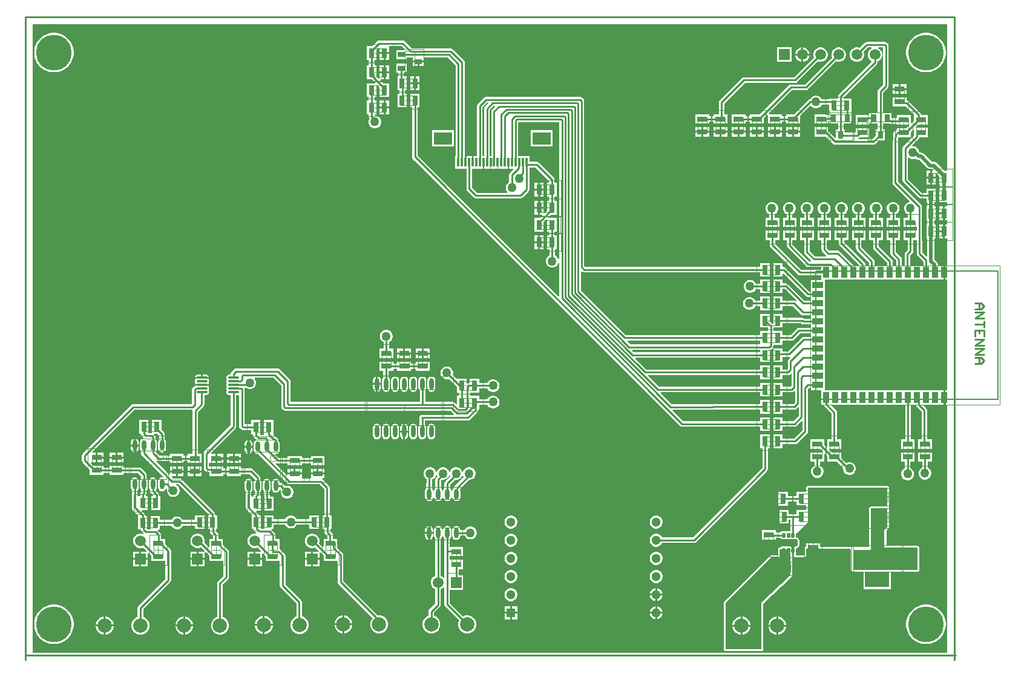
<source format=gtl>
G04*
G04 #@! TF.GenerationSoftware,Altium Limited,Altium Designer,22.0.2 (36)*
G04*
G04 Layer_Physical_Order=1*
G04 Layer_Color=255*
%FSLAX44Y44*%
%MOMM*%
G71*
G04*
G04 #@! TF.SameCoordinates,44A75C0C-92E7-4886-82EC-FF5ABF5C97BD*
G04*
G04*
G04 #@! TF.FilePolarity,Positive*
G04*
G01*
G75*
%ADD11C,0.2540*%
%ADD13C,0.2000*%
%ADD14C,0.1000*%
%ADD15C,0.1270*%
%ADD16C,0.0500*%
%ADD17R,0.7500X1.0000*%
G04:AMPARAMS|DCode=18|XSize=0.6mm|YSize=0.5mm|CornerRadius=0.125mm|HoleSize=0mm|Usage=FLASHONLY|Rotation=90.000|XOffset=0mm|YOffset=0mm|HoleType=Round|Shape=RoundedRectangle|*
%AMROUNDEDRECTD18*
21,1,0.6000,0.2500,0,0,90.0*
21,1,0.3500,0.5000,0,0,90.0*
1,1,0.2500,0.1250,0.1750*
1,1,0.2500,0.1250,-0.1750*
1,1,0.2500,-0.1250,-0.1750*
1,1,0.2500,-0.1250,0.1750*
%
%ADD18ROUNDEDRECTD18*%
G04:AMPARAMS|DCode=19|XSize=1.04mm|YSize=0.85mm|CornerRadius=0.2125mm|HoleSize=0mm|Usage=FLASHONLY|Rotation=90.000|XOffset=0mm|YOffset=0mm|HoleType=Round|Shape=RoundedRectangle|*
%AMROUNDEDRECTD19*
21,1,1.0400,0.4250,0,0,90.0*
21,1,0.6150,0.8500,0,0,90.0*
1,1,0.4250,0.2125,0.3075*
1,1,0.4250,0.2125,-0.3075*
1,1,0.4250,-0.2125,-0.3075*
1,1,0.4250,-0.2125,0.3075*
%
%ADD19ROUNDEDRECTD19*%
%ADD20R,1.0000X2.1500*%
%ADD21R,3.3500X2.1500*%
%ADD22O,0.6000X1.6500*%
G04:AMPARAMS|DCode=23|XSize=1.45mm|YSize=0.3mm|CornerRadius=0.075mm|HoleSize=0mm|Usage=FLASHONLY|Rotation=180.000|XOffset=0mm|YOffset=0mm|HoleType=Round|Shape=RoundedRectangle|*
%AMROUNDEDRECTD23*
21,1,1.4500,0.1500,0,0,180.0*
21,1,1.3000,0.3000,0,0,180.0*
1,1,0.1500,-0.6500,0.0750*
1,1,0.1500,0.6500,0.0750*
1,1,0.1500,0.6500,-0.0750*
1,1,0.1500,-0.6500,-0.0750*
%
%ADD23ROUNDEDRECTD23*%
%ADD24O,0.6000X1.4500*%
%ADD25R,0.9000X0.9000*%
%ADD26R,0.9000X1.5000*%
%ADD27R,1.5000X0.9000*%
%ADD28R,0.8000X1.4000*%
%ADD29R,1.4000X0.8000*%
%ADD30R,1.0000X0.7500*%
%ADD31R,2.5000X1.8000*%
%ADD32R,0.3500X1.3000*%
%ADD33R,0.8000X1.4500*%
%ADD34R,1.4500X0.8000*%
%ADD62C,0.5000*%
%ADD63C,1.3000*%
%ADD64R,1.3000X1.3000*%
%ADD65C,0.4000*%
%ADD66C,2.0000*%
%ADD67R,1.5000X1.5000*%
%ADD68C,1.5000*%
%ADD69R,1.5000X1.5000*%
%ADD70C,1.0000*%
%ADD71C,1.2700*%
%ADD72C,5.0000*%
G36*
X1200075Y805194D02*
X1193593Y798712D01*
X1192751Y797452D01*
X1192455Y795965D01*
Y766300D01*
X1180550D01*
Y762645D01*
X1179130D01*
X1177643Y762349D01*
X1177570Y762300D01*
X1161400D01*
Y749220D01*
X1180480D01*
Y749979D01*
X1180550Y751220D01*
X1192455D01*
Y742300D01*
X1190050D01*
Y733964D01*
X1185141Y729055D01*
X1165616D01*
X1165491Y730325D01*
X1166227Y730471D01*
X1167347Y731220D01*
X1180480D01*
Y744300D01*
X1161400D01*
Y737945D01*
X1146560D01*
Y742300D01*
X1144885D01*
Y751220D01*
X1156060D01*
Y766300D01*
X1155810Y766430D01*
Y785510D01*
X1144885D01*
Y787391D01*
X1191467Y833973D01*
X1192309Y835233D01*
X1192605Y836720D01*
Y837740D01*
X1194885Y839056D01*
X1196754Y840925D01*
X1198076Y843215D01*
X1198760Y845768D01*
Y848412D01*
X1198076Y850965D01*
X1196754Y853255D01*
X1194885Y855124D01*
X1193531Y855905D01*
X1193872Y857175D01*
X1200075D01*
Y805194D01*
D02*
G37*
G36*
X657340Y774402D02*
X653113Y770175D01*
X652271Y768915D01*
X651975Y767429D01*
Y705430D01*
X649745D01*
Y769962D01*
X655358Y775575D01*
X656854D01*
X657340Y774402D01*
D02*
G37*
G36*
X647738Y778942D02*
X643113Y774317D01*
X642271Y773057D01*
X641975Y771571D01*
Y705430D01*
X639745D01*
Y774104D01*
X645756Y780115D01*
X647252D01*
X647738Y778942D01*
D02*
G37*
G36*
X676570Y687350D02*
X682197D01*
X682683Y686177D01*
X678093Y681587D01*
X677251Y680327D01*
X676955Y678840D01*
Y668930D01*
X675541Y668114D01*
X673886Y666459D01*
X672716Y664431D01*
X672110Y662170D01*
Y659830D01*
X672716Y657569D01*
X673886Y655541D01*
X674273Y655155D01*
X673747Y653885D01*
X631609D01*
X624745Y660749D01*
Y687350D01*
X640151D01*
Y696390D01*
X641570D01*
Y687350D01*
X650150D01*
Y696390D01*
X651569D01*
Y687350D01*
X660151D01*
Y696390D01*
X661570D01*
Y687350D01*
X675151D01*
Y696390D01*
X676570D01*
Y687350D01*
D02*
G37*
G36*
X1290000Y684790D02*
X1285727D01*
X1274884Y695634D01*
X1273216Y696748D01*
X1271250Y697139D01*
X1268129D01*
X1256596Y708671D01*
X1254929Y709785D01*
X1252962Y710176D01*
X1251600D01*
X1250650Y711126D01*
Y711170D01*
X1250044Y713431D01*
X1248874Y715459D01*
X1247219Y717114D01*
X1245191Y718284D01*
X1242930Y718890D01*
X1241180D01*
X1240654Y720160D01*
X1250093Y729599D01*
X1250935Y730859D01*
X1251054Y731460D01*
X1262540D01*
Y744540D01*
X1245742D01*
X1245256Y745713D01*
X1249003Y749460D01*
X1262540D01*
Y762540D01*
X1253519D01*
X1253267Y763809D01*
X1252425Y765069D01*
X1235319Y782175D01*
X1234059Y783017D01*
X1232790Y783269D01*
Y787540D01*
X1213210D01*
Y774460D01*
X1232046D01*
X1242916Y763590D01*
X1243460Y762540D01*
X1243460D01*
X1243460Y762540D01*
Y754905D01*
X1239723Y751168D01*
X1238550Y751654D01*
Y762300D01*
X1219470D01*
Y758145D01*
X1212130D01*
Y766300D01*
X1200225D01*
Y794356D01*
X1206707Y800838D01*
X1207549Y802098D01*
X1207845Y803585D01*
Y859572D01*
X1207549Y861059D01*
X1206707Y862319D01*
X1205219Y863807D01*
X1203959Y864649D01*
X1202472Y864945D01*
X1177290D01*
X1175803Y864649D01*
X1174543Y863807D01*
X1167185Y856449D01*
X1164642Y857130D01*
X1161998D01*
X1159445Y856446D01*
X1157155Y855124D01*
X1155286Y853255D01*
X1153964Y850965D01*
X1153280Y848412D01*
Y845768D01*
X1153964Y843215D01*
X1155286Y840925D01*
X1157155Y839056D01*
X1159445Y837734D01*
X1161998Y837050D01*
X1164642D01*
X1167195Y837734D01*
X1169485Y839056D01*
X1171354Y840925D01*
X1172676Y843215D01*
X1173360Y845768D01*
Y848412D01*
X1172679Y850955D01*
X1178899Y857175D01*
X1183568D01*
X1183909Y855905D01*
X1182555Y855124D01*
X1180686Y853255D01*
X1179364Y850965D01*
X1178680Y848412D01*
Y845768D01*
X1179364Y843215D01*
X1180686Y840925D01*
X1182555Y839056D01*
X1183558Y838477D01*
X1183724Y837218D01*
X1138253Y791747D01*
X1137411Y790487D01*
X1137115Y789000D01*
Y785510D01*
X1124730D01*
Y785045D01*
X1113930D01*
X1113114Y786459D01*
X1111459Y788114D01*
X1109431Y789284D01*
X1107170Y789890D01*
X1104830D01*
X1102569Y789284D01*
X1100541Y788114D01*
X1098886Y786459D01*
X1098043Y784997D01*
X1096793Y784749D01*
X1095533Y783907D01*
X1075196Y763570D01*
X1064360D01*
Y761045D01*
X1058540D01*
Y763570D01*
X1040300D01*
X1039774Y764840D01*
X1072419Y797485D01*
X1092200D01*
X1093687Y797781D01*
X1094947Y798623D01*
X1134055Y837731D01*
X1136598Y837050D01*
X1139242D01*
X1141795Y837734D01*
X1144085Y839056D01*
X1145954Y840925D01*
X1147276Y843215D01*
X1147960Y845768D01*
Y848412D01*
X1147276Y850965D01*
X1145954Y853255D01*
X1144085Y855124D01*
X1141795Y856446D01*
X1139242Y857130D01*
X1136598D01*
X1134045Y856446D01*
X1131755Y855124D01*
X1129886Y853255D01*
X1128564Y850965D01*
X1127880Y848412D01*
Y845768D01*
X1128561Y843225D01*
X1090591Y805255D01*
X1070810D01*
X1069323Y804959D01*
X1068063Y804117D01*
X1027516Y763570D01*
X1013560D01*
Y761045D01*
X1007740D01*
Y763570D01*
X988160D01*
Y750490D01*
X1007740D01*
Y753275D01*
X1013560D01*
Y750490D01*
X1033140D01*
Y758206D01*
X1037690Y762756D01*
X1038960Y762230D01*
Y750490D01*
X1058540D01*
Y753275D01*
X1064360D01*
Y750490D01*
X1083940D01*
Y761326D01*
X1097774Y775160D01*
X1099419Y775009D01*
X1100541Y773886D01*
X1102569Y772716D01*
X1104830Y772110D01*
X1107170D01*
X1109431Y772716D01*
X1111459Y773886D01*
X1113114Y775541D01*
X1114115Y777275D01*
X1124730D01*
Y767466D01*
X1124480Y766300D01*
X1124480Y765264D01*
Y762859D01*
X1124410Y762803D01*
X1123140Y763415D01*
Y763570D01*
X1104060D01*
Y750490D01*
X1123140D01*
Y753725D01*
X1124480D01*
Y751220D01*
X1137060Y751220D01*
X1137115Y749973D01*
Y742300D01*
X1133980D01*
Y731303D01*
X1132807Y730817D01*
X1123140Y740484D01*
Y745570D01*
X1104060D01*
Y732490D01*
X1120146D01*
X1130213Y722423D01*
X1131473Y721581D01*
X1132960Y721285D01*
X1186750D01*
X1188237Y721581D01*
X1189497Y722423D01*
X1194294Y727220D01*
X1202630D01*
Y742300D01*
X1200225D01*
Y751220D01*
X1207945D01*
X1208069Y751195D01*
X1208853Y750671D01*
X1210340Y750375D01*
X1219470D01*
Y749220D01*
X1236116D01*
X1236602Y748047D01*
X1232855Y744300D01*
X1219470D01*
Y741522D01*
X1218599Y741349D01*
X1217339Y740507D01*
X1214609Y737777D01*
X1213767Y736517D01*
X1213471Y735030D01*
Y733327D01*
X1213411Y733237D01*
X1213115Y731750D01*
Y667632D01*
X1213411Y666145D01*
X1214253Y664885D01*
X1237062Y642076D01*
X1236585Y640757D01*
X1234819Y640284D01*
X1232791Y639114D01*
X1231136Y637459D01*
X1229966Y635431D01*
X1229360Y633170D01*
Y630830D01*
X1229966Y628569D01*
X1231136Y626541D01*
X1232791Y624886D01*
X1234365Y623978D01*
Y618790D01*
X1228710D01*
Y605710D01*
X1247115D01*
Y600790D01*
X1228710D01*
Y587710D01*
X1234365D01*
Y573859D01*
X1231253Y570747D01*
X1230411Y569487D01*
X1230115Y568000D01*
Y552200D01*
X1226155D01*
Y560730D01*
X1225859Y562217D01*
X1225017Y563477D01*
X1218005Y570489D01*
Y587710D01*
X1223660D01*
Y600790D01*
X1204580D01*
Y587710D01*
X1210235D01*
Y568880D01*
X1210531Y567393D01*
X1211373Y566133D01*
X1218385Y559121D01*
Y552200D01*
X1213455D01*
Y557430D01*
X1213159Y558917D01*
X1212317Y560177D01*
X1193875Y578619D01*
Y587710D01*
X1199530D01*
Y600790D01*
X1180450D01*
Y587710D01*
X1186105D01*
Y577010D01*
X1186401Y575523D01*
X1187243Y574263D01*
X1205685Y555821D01*
Y552200D01*
X1188055D01*
Y557830D01*
X1187759Y559317D01*
X1186917Y560577D01*
X1169745Y577749D01*
Y587710D01*
X1175400D01*
Y600790D01*
X1156320D01*
Y587710D01*
X1161975D01*
Y576140D01*
X1162271Y574653D01*
X1163113Y573393D01*
X1180285Y556221D01*
Y552200D01*
X1175355D01*
Y553530D01*
X1175059Y555017D01*
X1174217Y556277D01*
X1145615Y584879D01*
Y587710D01*
X1151270D01*
Y600790D01*
X1132190D01*
Y587710D01*
X1137845D01*
Y583270D01*
X1138141Y581783D01*
X1138983Y580523D01*
X1166133Y553373D01*
X1165647Y552200D01*
X1158705D01*
X1158287Y552825D01*
X1139365Y571747D01*
X1138105Y572589D01*
X1136618Y572885D01*
X1124609D01*
X1121485Y576009D01*
Y587710D01*
X1127140D01*
Y600790D01*
X1108060D01*
Y587710D01*
X1113715D01*
Y574400D01*
X1114011Y572913D01*
X1114853Y571653D01*
X1120253Y566253D01*
X1120400Y566155D01*
X1120015Y564885D01*
X1104609D01*
X1097355Y572139D01*
Y587710D01*
X1103010D01*
Y600790D01*
X1083930D01*
Y587710D01*
X1089585D01*
Y570530D01*
X1089881Y569043D01*
X1090723Y567783D01*
X1099352Y559155D01*
X1098826Y557885D01*
X1096609D01*
X1073225Y581269D01*
Y587710D01*
X1078880D01*
Y600790D01*
X1059800D01*
Y587710D01*
X1065455D01*
Y579660D01*
X1065751Y578173D01*
X1066593Y576913D01*
X1092253Y551253D01*
X1093513Y550411D01*
X1095000Y550115D01*
X1113630D01*
Y546045D01*
X1085449D01*
X1049095Y582399D01*
Y587710D01*
X1054750D01*
Y600790D01*
X1035670D01*
Y587710D01*
X1041325D01*
Y580790D01*
X1041621Y579303D01*
X1042463Y578043D01*
X1081093Y539413D01*
X1082353Y538571D01*
X1083840Y538275D01*
X1113630D01*
X1113630Y532120D01*
X1112596Y531550D01*
X1098130D01*
Y515695D01*
X1096799D01*
X1063647Y548847D01*
X1062387Y549689D01*
X1060900Y549985D01*
X1059480D01*
Y555640D01*
X1046400D01*
Y536560D01*
X1059480D01*
Y540367D01*
X1060653Y540853D01*
X1092443Y509063D01*
X1093704Y508221D01*
X1095190Y507925D01*
X1098130D01*
Y502995D01*
X1089879D01*
X1066887Y525987D01*
X1065627Y526829D01*
X1064140Y527125D01*
X1059480D01*
Y532780D01*
X1046400D01*
Y513700D01*
X1059480D01*
Y519355D01*
X1062531D01*
X1078875Y503012D01*
X1078065Y502025D01*
X1077057Y502699D01*
X1075570Y502995D01*
X1059480D01*
Y508650D01*
X1046400D01*
Y489570D01*
X1059480D01*
Y495225D01*
X1073961D01*
X1085523Y483663D01*
X1086783Y482821D01*
X1088270Y482525D01*
X1098130D01*
Y477595D01*
X1089879D01*
X1089747Y477727D01*
X1088487Y478569D01*
X1087000Y478865D01*
X1059480D01*
Y484520D01*
X1046400D01*
Y470890D01*
X1045130Y470364D01*
X1041480Y474014D01*
Y484520D01*
X1028400D01*
Y465440D01*
X1039066D01*
X1039115Y465391D01*
Y460390D01*
X1028400D01*
Y454735D01*
X839759D01*
X777345Y517149D01*
Y543502D01*
X778518Y543988D01*
X779153Y543353D01*
X780413Y542511D01*
X781900Y542215D01*
X1028400D01*
Y536560D01*
X1041480D01*
Y555640D01*
X1028400D01*
Y549985D01*
X783509D01*
X781885Y551609D01*
Y782512D01*
X781589Y783999D01*
X780747Y785259D01*
X779259Y786747D01*
X777999Y787589D01*
X776512Y787885D01*
X644147D01*
X642661Y787589D01*
X641400Y786747D01*
X633113Y778460D01*
X632271Y777199D01*
X631975Y775713D01*
Y705430D01*
X626569D01*
Y696390D01*
X625150D01*
Y705430D01*
X614745D01*
Y836140D01*
X614449Y837627D01*
X613607Y838887D01*
X598087Y854407D01*
X596827Y855249D01*
X595340Y855545D01*
X540949D01*
X530747Y865747D01*
X529487Y866589D01*
X528000Y866885D01*
X494740D01*
X493253Y866589D01*
X491993Y865747D01*
X485436Y859190D01*
X477850D01*
Y839610D01*
X480505D01*
Y832520D01*
X477850D01*
Y812940D01*
X484315D01*
X484373Y812853D01*
X489183Y808043D01*
X488697Y806870D01*
X477850D01*
Y787790D01*
X480505D01*
Y782990D01*
X477850D01*
Y763410D01*
X480505D01*
Y760359D01*
X480801Y758873D01*
X481511Y757810D01*
X480716Y756432D01*
X480110Y754171D01*
Y751830D01*
X480716Y749569D01*
X481886Y747542D01*
X483541Y745886D01*
X485569Y744716D01*
X487830Y744110D01*
X490170D01*
X492431Y744716D01*
X494459Y745886D01*
X496114Y747542D01*
X497284Y749569D01*
X497890Y751830D01*
Y754171D01*
X497284Y756432D01*
X496114Y758459D01*
X494459Y760114D01*
X492431Y761284D01*
X490170Y761890D01*
X488353D01*
X488275Y761968D01*
Y763410D01*
X490930D01*
Y782990D01*
X488275D01*
Y787790D01*
X490930D01*
Y804637D01*
X492103Y805123D01*
X495850Y801376D01*
Y787790D01*
X508930D01*
Y806870D01*
X501344D01*
X496544Y811670D01*
X497070Y812940D01*
X501120D01*
Y821460D01*
X495850D01*
Y814160D01*
X494580Y813634D01*
X491005Y817209D01*
Y820000D01*
X490930Y820376D01*
Y832520D01*
X488275D01*
Y839610D01*
X490930D01*
Y853696D01*
X494677Y857443D01*
X495850Y856957D01*
Y850670D01*
X502390D01*
X508930D01*
Y859115D01*
X526391D01*
X530923Y854583D01*
X530437Y853410D01*
X518140D01*
Y840830D01*
X533220D01*
Y843235D01*
X542140D01*
Y838890D01*
X549680D01*
X557220D01*
Y843235D01*
X591271D01*
X601975Y832531D01*
Y705430D01*
X601570D01*
Y687350D01*
X616975D01*
Y659140D01*
X617271Y657653D01*
X618113Y656393D01*
X627253Y647253D01*
X628513Y646411D01*
X630000Y646115D01*
X693000D01*
X694487Y646411D01*
X695747Y647253D01*
X704095Y655601D01*
X704937Y656861D01*
X705232Y658348D01*
Y688735D01*
X706226Y689387D01*
X714119D01*
X732725Y670781D01*
Y668300D01*
X730070D01*
Y648720D01*
X732725D01*
Y642900D01*
X730070D01*
Y628934D01*
X726323Y625187D01*
X725150Y625673D01*
Y631840D01*
X719880D01*
Y623320D01*
X722797D01*
X723283Y622147D01*
X719656Y618520D01*
X712070D01*
Y599440D01*
X725150D01*
Y613026D01*
X728897Y616773D01*
X730070Y616287D01*
Y599440D01*
X732725D01*
Y594640D01*
X730070D01*
Y575060D01*
X733299D01*
Y566207D01*
X731726Y565298D01*
X730070Y563643D01*
X728900Y561616D01*
X728294Y559355D01*
Y557014D01*
X728900Y554753D01*
X730070Y552726D01*
X731726Y551070D01*
X733753Y549900D01*
X736014Y549294D01*
X738355D01*
X740616Y549900D01*
X742643Y551070D01*
X744298Y552726D01*
X745468Y554753D01*
X745605Y555264D01*
X746875Y555097D01*
Y509278D01*
X745702Y508792D01*
X548885Y705609D01*
Y773460D01*
X551540D01*
Y792540D01*
X538460D01*
Y773460D01*
X541115D01*
Y704000D01*
X541411Y702514D01*
X542253Y701253D01*
X916053Y327453D01*
X917314Y326611D01*
X918800Y326315D01*
X1028400D01*
Y320660D01*
X1041480D01*
Y339740D01*
X1028400D01*
Y334085D01*
X920409D01*
X905552Y348942D01*
X906038Y350115D01*
X961592D01*
X963079Y350411D01*
X963130Y350445D01*
X1028400D01*
Y344790D01*
X1041480D01*
Y363870D01*
X1028400D01*
Y358215D01*
X961922D01*
X960436Y357919D01*
X960385Y357885D01*
X904507D01*
X888989Y373402D01*
X889475Y374575D01*
X1028400D01*
Y368920D01*
X1041480D01*
Y388000D01*
X1028400D01*
Y382345D01*
X886467D01*
X871280Y397532D01*
X871766Y398705D01*
X920251D01*
X920251Y398705D01*
X1028400D01*
Y393050D01*
X1041480D01*
Y412130D01*
X1028400D01*
Y406475D01*
X920251D01*
X920251Y406475D01*
X868757D01*
X853570Y421662D01*
X854056Y422835D01*
X859854D01*
X902542Y422835D01*
X1028400D01*
Y417180D01*
X1041480D01*
Y434211D01*
X1042487Y434411D01*
X1043747Y435253D01*
X1045396Y436902D01*
X1046400Y436110D01*
Y417180D01*
X1059480D01*
Y424115D01*
X1069000D01*
X1069606Y424236D01*
X1070232Y423065D01*
X1067933Y420767D01*
X1067091Y419507D01*
X1066795Y418020D01*
Y407609D01*
X1065661Y406475D01*
X1059480D01*
Y412130D01*
X1046400D01*
Y393050D01*
X1059480D01*
Y398705D01*
X1067270D01*
X1068757Y399001D01*
X1070017Y399843D01*
X1070702Y400528D01*
X1071875Y400042D01*
Y383609D01*
X1070611Y382345D01*
X1059480D01*
Y388000D01*
X1046400D01*
Y368920D01*
X1059480D01*
Y374575D01*
X1072220D01*
X1073707Y374871D01*
X1074967Y375713D01*
X1075782Y376528D01*
X1076955Y376042D01*
Y360609D01*
X1074561Y358215D01*
X1059480D01*
Y363870D01*
X1046400D01*
Y344790D01*
X1059480D01*
Y350445D01*
X1076170D01*
X1077657Y350741D01*
X1078917Y351583D01*
X1080862Y353528D01*
X1082035Y353042D01*
Y341609D01*
X1074511Y334085D01*
X1059480D01*
Y339740D01*
X1046400D01*
Y320660D01*
X1059480D01*
Y326315D01*
X1076120D01*
X1077607Y326611D01*
X1078867Y327453D01*
X1085942Y334528D01*
X1087115Y334042D01*
Y321609D01*
X1075461Y309955D01*
X1059480D01*
Y315610D01*
X1046400D01*
Y296530D01*
X1059480D01*
Y302185D01*
X1077070D01*
X1078557Y302481D01*
X1079817Y303323D01*
X1093747Y317253D01*
X1094589Y318513D01*
X1094885Y320000D01*
Y379201D01*
X1096609Y380925D01*
X1098130D01*
Y377770D01*
X1112596D01*
X1113630Y377200D01*
X1113630Y376500D01*
Y357120D01*
X1116403D01*
X1116551Y356373D01*
X1117393Y355113D01*
X1127685Y344821D01*
Y308540D01*
X1122030D01*
Y298123D01*
X1120857Y297637D01*
X1117540Y300954D01*
Y308540D01*
X1098460D01*
Y295460D01*
X1112046D01*
X1115793Y291713D01*
X1115307Y290540D01*
X1098460D01*
Y277460D01*
X1104115D01*
Y272022D01*
X1102541Y271114D01*
X1100886Y269459D01*
X1099716Y267431D01*
X1099110Y265170D01*
Y262830D01*
X1099716Y260569D01*
X1100886Y258541D01*
X1102541Y256886D01*
X1104569Y255716D01*
X1106830Y255110D01*
X1109170D01*
X1111431Y255716D01*
X1113459Y256886D01*
X1115114Y258541D01*
X1116284Y260569D01*
X1116890Y262830D01*
Y265170D01*
X1116284Y267431D01*
X1115114Y269459D01*
X1113459Y271114D01*
X1111885Y272022D01*
Y277460D01*
X1117540D01*
Y288307D01*
X1118713Y288793D01*
X1122030Y285476D01*
Y277460D01*
X1135616D01*
X1144110Y268966D01*
Y266830D01*
X1144716Y264569D01*
X1145886Y262541D01*
X1147541Y260886D01*
X1149569Y259716D01*
X1151830Y259110D01*
X1154170D01*
X1156431Y259716D01*
X1158459Y260886D01*
X1160114Y262541D01*
X1161284Y264569D01*
X1161890Y266830D01*
Y269170D01*
X1161284Y271431D01*
X1160114Y273459D01*
X1158459Y275114D01*
X1156431Y276284D01*
X1154170Y276890D01*
X1151830D01*
X1149569Y276284D01*
X1148434Y275629D01*
X1141110Y282954D01*
Y290540D01*
X1127954D01*
X1124207Y294287D01*
X1124693Y295460D01*
X1141110D01*
Y308540D01*
X1135455D01*
Y346430D01*
X1135159Y347917D01*
X1134317Y349177D01*
X1127547Y355947D01*
X1128033Y357120D01*
X1231085D01*
Y308540D01*
X1224900D01*
Y295460D01*
X1243980D01*
Y308540D01*
X1238855D01*
Y357120D01*
X1245821D01*
X1246073Y355851D01*
X1246915Y354591D01*
X1253783Y347723D01*
Y308540D01*
X1249030D01*
Y295460D01*
X1268110D01*
Y308540D01*
X1261553D01*
Y349332D01*
X1261257Y350819D01*
X1260415Y352079D01*
X1256547Y355947D01*
X1257033Y357120D01*
X1284500D01*
Y367160D01*
Y377200D01*
X1119244D01*
X1118210Y377770D01*
X1118210Y378470D01*
Y390470D01*
Y403170D01*
Y415870D01*
Y428570D01*
Y441270D01*
Y453970D01*
Y466670D01*
Y479370D01*
Y492070D01*
Y504770D01*
Y517470D01*
Y530850D01*
X1118210Y531550D01*
X1119244Y532120D01*
X1284500D01*
Y542160D01*
Y552200D01*
X1276790D01*
Y553348D01*
X1276399Y555315D01*
X1275285Y556982D01*
X1272139Y560129D01*
Y590210D01*
X1273540D01*
Y609790D01*
X1272139D01*
Y615210D01*
X1273540D01*
Y634790D01*
X1272139D01*
Y640460D01*
X1273540D01*
Y659540D01*
X1260460D01*
Y653885D01*
X1253959D01*
X1234885Y672959D01*
Y702644D01*
X1236058Y703130D01*
X1236301Y702886D01*
X1238329Y701716D01*
X1240590Y701110D01*
X1242930D01*
X1245191Y701716D01*
X1245404Y701838D01*
X1245838Y701404D01*
X1247505Y700290D01*
X1249472Y699899D01*
X1250834D01*
X1262366Y688366D01*
X1264034Y687252D01*
X1266000Y686861D01*
X1269121D01*
X1270019Y685963D01*
X1269533Y684790D01*
X1268270D01*
Y676270D01*
X1273540D01*
Y680783D01*
X1274713Y681269D01*
X1278460Y677523D01*
Y665210D01*
X1279861D01*
Y659540D01*
X1278460D01*
Y640460D01*
X1290000D01*
Y634790D01*
X1286270D01*
Y625000D01*
Y615210D01*
X1290000D01*
Y609790D01*
X1286270D01*
Y600000D01*
Y590210D01*
X1290000D01*
Y552200D01*
X1287040D01*
Y542160D01*
Y532120D01*
X1290000D01*
Y377200D01*
X1287040D01*
Y367160D01*
Y357120D01*
X1290000D01*
Y10000D01*
X10000D01*
Y890000D01*
X1290000D01*
Y684790D01*
D02*
G37*
G36*
X1243460Y742258D02*
Y733954D01*
X1228253Y718747D01*
X1227411Y717487D01*
X1227115Y716000D01*
Y671350D01*
X1227411Y669863D01*
X1228253Y668603D01*
X1249603Y647253D01*
X1250863Y646411D01*
X1252350Y646115D01*
X1260460D01*
Y640460D01*
X1261861D01*
Y634790D01*
X1260460D01*
Y615210D01*
X1261861D01*
Y609790D01*
X1260460D01*
Y590210D01*
X1261861D01*
Y565292D01*
X1260688Y564806D01*
X1254885Y570609D01*
Y633632D01*
X1254589Y635118D01*
X1253747Y636379D01*
X1220885Y669241D01*
Y730529D01*
X1220945Y730619D01*
X1221064Y731220D01*
X1238550D01*
Y739007D01*
X1242287Y742744D01*
X1243460Y742258D01*
D02*
G37*
G36*
X746875Y561272D02*
X745605Y561104D01*
X745468Y561616D01*
X744298Y563643D01*
X742643Y565298D01*
X741069Y566207D01*
Y575060D01*
X743150D01*
Y594640D01*
X740495D01*
Y599440D01*
X743150D01*
Y618520D01*
X732303D01*
X731817Y619693D01*
X735444Y623320D01*
X743150D01*
Y642900D01*
X740495D01*
Y648720D01*
X743150D01*
Y668300D01*
X740495D01*
Y672390D01*
X740199Y673877D01*
X739357Y675137D01*
X718475Y696019D01*
X717215Y696861D01*
X715728Y697157D01*
X705150D01*
Y705430D01*
X689745D01*
Y752875D01*
X746875D01*
Y561272D01*
D02*
G37*
G36*
X1247115Y569000D02*
X1247411Y567513D01*
X1248253Y566253D01*
X1256485Y558021D01*
Y552200D01*
X1237885D01*
Y566391D01*
X1240997Y569503D01*
X1241839Y570763D01*
X1241888Y571010D01*
X1242135Y572250D01*
Y587710D01*
X1247115D01*
Y569000D01*
D02*
G37*
G36*
X1085523Y470963D02*
X1086783Y470121D01*
X1088270Y469825D01*
X1098130D01*
Y466670D01*
Y464895D01*
X1082010D01*
X1080523Y464599D01*
X1079263Y463757D01*
X1070241Y454735D01*
X1059480D01*
Y460390D01*
X1046885D01*
Y465440D01*
X1059480D01*
Y471095D01*
X1085391D01*
X1085523Y470963D01*
D02*
G37*
G36*
X1028400Y441885D02*
X846189D01*
X842281Y445792D01*
X842767Y446965D01*
X1028400D01*
Y441885D01*
D02*
G37*
G36*
X1098130Y452195D02*
X1089310D01*
X1087823Y451899D01*
X1086563Y451057D01*
X1067391Y431885D01*
X1059480D01*
Y436260D01*
X1046550D01*
X1045747Y437253D01*
X1046589Y438513D01*
X1046885Y440000D01*
Y441310D01*
X1059480D01*
Y446965D01*
X1071850D01*
X1073337Y447261D01*
X1074597Y448103D01*
X1083619Y457125D01*
X1098130D01*
Y452195D01*
D02*
G37*
G36*
X1028400Y430605D02*
X902542D01*
X859854Y430605D01*
X851048D01*
X848711Y432942D01*
X849197Y434115D01*
X1028400D01*
Y430605D01*
D02*
G37*
%LPC*%
G36*
X1088442Y857130D02*
X1088390D01*
Y848360D01*
X1097160D01*
Y848412D01*
X1096476Y850965D01*
X1095154Y853255D01*
X1093285Y855124D01*
X1090995Y856446D01*
X1088442Y857130D01*
D02*
G37*
G36*
X1085850D02*
X1085798D01*
X1083245Y856446D01*
X1080955Y855124D01*
X1079086Y853255D01*
X1077764Y850965D01*
X1077080Y848412D01*
Y848360D01*
X1085850D01*
Y857130D01*
D02*
G37*
G36*
X508930Y848130D02*
X503660D01*
Y839610D01*
X508930D01*
Y848130D01*
D02*
G37*
G36*
X501120D02*
X495850D01*
Y839610D01*
X501120D01*
Y848130D01*
D02*
G37*
G36*
X1113842Y857130D02*
X1111198D01*
X1108645Y856446D01*
X1106355Y855124D01*
X1104486Y853255D01*
X1103164Y850965D01*
X1102480Y848412D01*
Y845768D01*
X1103161Y843225D01*
X1075351Y815415D01*
X1005170D01*
X1003683Y815119D01*
X1002423Y814277D01*
X971428Y783282D01*
X970586Y782022D01*
X970290Y780535D01*
Y763570D01*
X962760D01*
Y761045D01*
X956940D01*
Y763570D01*
X937360D01*
Y750490D01*
X956940D01*
Y753275D01*
X962760D01*
Y750490D01*
X982340D01*
Y763570D01*
X978060D01*
Y778926D01*
X1006779Y807645D01*
X1076960D01*
X1078447Y807941D01*
X1079707Y808783D01*
X1108655Y837731D01*
X1111198Y837050D01*
X1113842D01*
X1116395Y837734D01*
X1118685Y839056D01*
X1120554Y840925D01*
X1121876Y843215D01*
X1122560Y845768D01*
Y848412D01*
X1121876Y850965D01*
X1120554Y853255D01*
X1118685Y855124D01*
X1116395Y856446D01*
X1113842Y857130D01*
D02*
G37*
G36*
X1097160Y845820D02*
X1088390D01*
Y837050D01*
X1088442D01*
X1090995Y837734D01*
X1093285Y839056D01*
X1095154Y840925D01*
X1096476Y843215D01*
X1097160Y845768D01*
Y845820D01*
D02*
G37*
G36*
X1085850D02*
X1077080D01*
Y845768D01*
X1077764Y843215D01*
X1079086Y840925D01*
X1080955Y839056D01*
X1083245Y837734D01*
X1085798Y837050D01*
X1085850D01*
Y845820D01*
D02*
G37*
G36*
X1071760Y857130D02*
X1051680D01*
Y837050D01*
X1071760D01*
Y857130D01*
D02*
G37*
G36*
X557220Y836350D02*
X550950D01*
Y831330D01*
X557220D01*
Y836350D01*
D02*
G37*
G36*
X548410D02*
X542140D01*
Y831330D01*
X548410D01*
Y836350D01*
D02*
G37*
G36*
X508930Y832520D02*
X503660D01*
Y824000D01*
X508930D01*
Y832520D01*
D02*
G37*
G36*
X501120D02*
X495850D01*
Y824000D01*
X501120D01*
Y832520D01*
D02*
G37*
G36*
X1262168Y877540D02*
X1257832D01*
X1253551Y876862D01*
X1249428Y875522D01*
X1245566Y873554D01*
X1242059Y871006D01*
X1238994Y867941D01*
X1236446Y864434D01*
X1234478Y860572D01*
X1233138Y856449D01*
X1232460Y852168D01*
Y847832D01*
X1233138Y843551D01*
X1234478Y839428D01*
X1236446Y835566D01*
X1238994Y832059D01*
X1242059Y828994D01*
X1245566Y826446D01*
X1249428Y824478D01*
X1253551Y823138D01*
X1257832Y822460D01*
X1262168D01*
X1266449Y823138D01*
X1270572Y824478D01*
X1274434Y826446D01*
X1277941Y828994D01*
X1281006Y832059D01*
X1283554Y835566D01*
X1285522Y839428D01*
X1286862Y843551D01*
X1287540Y847832D01*
Y852168D01*
X1286862Y856449D01*
X1285522Y860572D01*
X1283554Y864434D01*
X1281006Y867941D01*
X1277941Y871006D01*
X1274434Y873554D01*
X1270572Y875522D01*
X1266449Y876862D01*
X1262168Y877540D01*
D02*
G37*
G36*
X42168D02*
X37833D01*
X33551Y876862D01*
X29428Y875522D01*
X25566Y873554D01*
X22059Y871006D01*
X18994Y867941D01*
X16446Y864434D01*
X14478Y860572D01*
X13138Y856449D01*
X12460Y852168D01*
Y847832D01*
X13138Y843551D01*
X14478Y839428D01*
X16446Y835566D01*
X18994Y832059D01*
X22059Y828994D01*
X25566Y826446D01*
X29428Y824478D01*
X33551Y823138D01*
X37833Y822460D01*
X42168D01*
X46449Y823138D01*
X50572Y824478D01*
X54434Y826446D01*
X57941Y828994D01*
X61006Y832059D01*
X63554Y835566D01*
X65522Y839428D01*
X66862Y843551D01*
X67540Y847832D01*
Y852168D01*
X66862Y856449D01*
X65522Y860572D01*
X63554Y864434D01*
X61006Y867941D01*
X57941Y871006D01*
X54434Y873554D01*
X50572Y875522D01*
X46449Y876862D01*
X42168Y877540D01*
D02*
G37*
G36*
X508930Y821460D02*
X503660D01*
Y812940D01*
X508930D01*
Y821460D01*
D02*
G37*
G36*
X551540Y816540D02*
X546270D01*
Y808270D01*
X551540D01*
Y816540D01*
D02*
G37*
G36*
X543730D02*
X538460D01*
Y808270D01*
X543730D01*
Y816540D01*
D02*
G37*
G36*
X1232790Y805540D02*
X1224270D01*
Y800270D01*
X1232790D01*
Y805540D01*
D02*
G37*
G36*
X1221730D02*
X1213210D01*
Y800270D01*
X1221730D01*
Y805540D01*
D02*
G37*
G36*
X551540Y805730D02*
X546270D01*
Y797460D01*
X551540D01*
Y805730D01*
D02*
G37*
G36*
X543730D02*
X538460D01*
Y797460D01*
X543730D01*
Y805730D01*
D02*
G37*
G36*
X1232790Y797730D02*
X1224270D01*
Y792460D01*
X1232790D01*
Y797730D01*
D02*
G37*
G36*
X1221730D02*
X1213210D01*
Y792460D01*
X1221730D01*
Y797730D01*
D02*
G37*
G36*
X508930Y782990D02*
X503660D01*
Y774470D01*
X508930D01*
Y782990D01*
D02*
G37*
G36*
X501120D02*
X495850D01*
Y774470D01*
X501120D01*
Y782990D01*
D02*
G37*
G36*
X533220Y834410D02*
X518140D01*
Y821830D01*
X521795D01*
Y816540D01*
X520460D01*
Y797460D01*
X523525D01*
Y792540D01*
X520460D01*
Y773460D01*
X533540D01*
Y792540D01*
X531295D01*
Y797460D01*
X533540D01*
Y816540D01*
X529565D01*
Y821830D01*
X533220D01*
Y834410D01*
D02*
G37*
G36*
X508930Y771930D02*
X503660D01*
Y763410D01*
X508930D01*
Y771930D01*
D02*
G37*
G36*
X501120D02*
X495850D01*
Y763410D01*
X501120D01*
Y771930D01*
D02*
G37*
G36*
X1083940Y745570D02*
X1075420D01*
Y740300D01*
X1083940D01*
Y745570D01*
D02*
G37*
G36*
X1072880D02*
X1064360D01*
Y740300D01*
X1072880D01*
Y745570D01*
D02*
G37*
G36*
X1007740D02*
X999220D01*
Y740300D01*
X1007740D01*
Y745570D01*
D02*
G37*
G36*
X996680D02*
X988160D01*
Y740300D01*
X996680D01*
Y745570D01*
D02*
G37*
G36*
X982340D02*
X973820D01*
Y740300D01*
X982340D01*
Y745570D01*
D02*
G37*
G36*
X971280D02*
X962760D01*
Y740300D01*
X971280D01*
Y745570D01*
D02*
G37*
G36*
X1033140Y745570D02*
X1024620D01*
Y740300D01*
X1033140D01*
Y745570D01*
D02*
G37*
G36*
X1058540D02*
X1050020D01*
Y740300D01*
X1058540D01*
Y745570D01*
D02*
G37*
G36*
X956940D02*
X948420D01*
Y740300D01*
X956940D01*
Y745570D01*
D02*
G37*
G36*
X1022080D02*
X1013560D01*
Y740300D01*
X1022080D01*
Y745570D01*
D02*
G37*
G36*
X1047480D02*
X1038960D01*
Y740300D01*
X1047480D01*
Y745570D01*
D02*
G37*
G36*
X945880D02*
X937360D01*
Y740300D01*
X945880D01*
Y745570D01*
D02*
G37*
G36*
X1083940Y737760D02*
X1075420D01*
Y732490D01*
X1083940D01*
Y737760D01*
D02*
G37*
G36*
X1072880D02*
X1064360D01*
Y732490D01*
X1072880D01*
Y737760D01*
D02*
G37*
G36*
X1007740D02*
X999220D01*
Y732490D01*
X1007740D01*
Y737760D01*
D02*
G37*
G36*
X996680D02*
X988160D01*
Y732490D01*
X996680D01*
Y737760D01*
D02*
G37*
G36*
X982340D02*
X973820D01*
Y732490D01*
X982340D01*
Y737760D01*
D02*
G37*
G36*
X971280D02*
X962760D01*
Y732490D01*
X971280D01*
Y737760D01*
D02*
G37*
G36*
X1058540Y737760D02*
X1050020D01*
Y732490D01*
X1058540D01*
Y737760D01*
D02*
G37*
G36*
X1047480D02*
X1038960D01*
Y732490D01*
X1047480D01*
Y737760D01*
D02*
G37*
G36*
X1033140D02*
X1024620D01*
Y732490D01*
X1033140D01*
Y737760D01*
D02*
G37*
G36*
X1022080D02*
X1013560D01*
Y732490D01*
X1022080D01*
Y737760D01*
D02*
G37*
G36*
X956940D02*
X948420D01*
Y732490D01*
X956940D01*
Y737760D01*
D02*
G37*
G36*
X945880D02*
X937360D01*
Y732490D01*
X945880D01*
Y737760D01*
D02*
G37*
G36*
X599400Y741430D02*
X569320D01*
Y718350D01*
X599400D01*
Y741430D01*
D02*
G37*
G36*
X1265730Y684790D02*
X1260460D01*
Y676270D01*
X1265730D01*
Y684790D01*
D02*
G37*
G36*
X1273540Y673730D02*
X1268270D01*
Y665210D01*
X1273540D01*
Y673730D01*
D02*
G37*
G36*
X1265730D02*
X1260460D01*
Y665210D01*
X1265730D01*
Y673730D01*
D02*
G37*
G36*
X725150Y668300D02*
X719880D01*
Y659780D01*
X725150D01*
Y668300D01*
D02*
G37*
G36*
X717340D02*
X712070D01*
Y659780D01*
X717340D01*
Y668300D01*
D02*
G37*
G36*
X725150Y657240D02*
X719880D01*
Y648720D01*
X725150D01*
Y657240D01*
D02*
G37*
G36*
X717340D02*
X712070D01*
Y648720D01*
X717340D01*
Y657240D01*
D02*
G37*
G36*
X725150Y642900D02*
X719880D01*
Y634380D01*
X725150D01*
Y642900D01*
D02*
G37*
G36*
X717340D02*
X712070D01*
Y634380D01*
X717340D01*
Y642900D01*
D02*
G37*
G36*
X1283730Y634790D02*
X1278460D01*
Y626270D01*
X1283730D01*
Y634790D01*
D02*
G37*
G36*
X717340Y631840D02*
X712070D01*
Y623320D01*
X717340D01*
Y631840D01*
D02*
G37*
G36*
X1283730Y623730D02*
X1278460D01*
Y615210D01*
X1283730D01*
Y623730D01*
D02*
G37*
G36*
X1215290Y640890D02*
X1212950D01*
X1210689Y640284D01*
X1208661Y639114D01*
X1207006Y637459D01*
X1205836Y635431D01*
X1205230Y633170D01*
Y630830D01*
X1205836Y628569D01*
X1207006Y626541D01*
X1208661Y624886D01*
X1210235Y623978D01*
Y618790D01*
X1204580D01*
Y605710D01*
X1223660D01*
Y618790D01*
X1218005D01*
Y623978D01*
X1219579Y624886D01*
X1221234Y626541D01*
X1222404Y628569D01*
X1223010Y630830D01*
Y633170D01*
X1222404Y635431D01*
X1221234Y637459D01*
X1219579Y639114D01*
X1217551Y640284D01*
X1215290Y640890D01*
D02*
G37*
G36*
X1191330D02*
X1188990D01*
X1186729Y640284D01*
X1184701Y639114D01*
X1183046Y637459D01*
X1181876Y635431D01*
X1181270Y633170D01*
Y630830D01*
X1181876Y628569D01*
X1183046Y626541D01*
X1184701Y624886D01*
X1186105Y624076D01*
Y618790D01*
X1180450D01*
Y605710D01*
X1199530D01*
Y618790D01*
X1193875D01*
Y623879D01*
X1195619Y624886D01*
X1197274Y626541D01*
X1198444Y628569D01*
X1199050Y630830D01*
Y633170D01*
X1198444Y635431D01*
X1197274Y637459D01*
X1195619Y639114D01*
X1193591Y640284D01*
X1191330Y640890D01*
D02*
G37*
G36*
X1166470D02*
X1164130D01*
X1161869Y640284D01*
X1159841Y639114D01*
X1158186Y637459D01*
X1157016Y635431D01*
X1156410Y633170D01*
Y630830D01*
X1157016Y628569D01*
X1158186Y626541D01*
X1159841Y624886D01*
X1161415Y623978D01*
Y618790D01*
X1156320D01*
Y605710D01*
X1175400D01*
Y618790D01*
X1169185D01*
Y623978D01*
X1170759Y624886D01*
X1172414Y626541D01*
X1173584Y628569D01*
X1174190Y630830D01*
Y633170D01*
X1173584Y635431D01*
X1172414Y637459D01*
X1170759Y639114D01*
X1168731Y640284D01*
X1166470Y640890D01*
D02*
G37*
G36*
X1094640D02*
X1092300D01*
X1090039Y640284D01*
X1088011Y639114D01*
X1086356Y637459D01*
X1085186Y635431D01*
X1084580Y633170D01*
Y630830D01*
X1085186Y628569D01*
X1086356Y626541D01*
X1088011Y624886D01*
X1089585Y623978D01*
Y618790D01*
X1083930D01*
Y605710D01*
X1103010D01*
Y618790D01*
X1097355D01*
Y623978D01*
X1098929Y624886D01*
X1100584Y626541D01*
X1101754Y628569D01*
X1102360Y630830D01*
Y633170D01*
X1101754Y635431D01*
X1100584Y637459D01*
X1098929Y639114D01*
X1096901Y640284D01*
X1094640Y640890D01*
D02*
G37*
G36*
X1142900D02*
X1140560D01*
X1138299Y640284D01*
X1136271Y639114D01*
X1134616Y637459D01*
X1133446Y635431D01*
X1132840Y633170D01*
Y630830D01*
X1133446Y628569D01*
X1134616Y626541D01*
X1136271Y624886D01*
X1137845Y623978D01*
Y618790D01*
X1132190D01*
Y605710D01*
X1151270D01*
Y618790D01*
X1145615D01*
Y623978D01*
X1147189Y624886D01*
X1148844Y626541D01*
X1150014Y628569D01*
X1150620Y630830D01*
Y633170D01*
X1150014Y635431D01*
X1148844Y637459D01*
X1147189Y639114D01*
X1145161Y640284D01*
X1142900Y640890D01*
D02*
G37*
G36*
X1118770D02*
X1116430D01*
X1114169Y640284D01*
X1112141Y639114D01*
X1110486Y637459D01*
X1109316Y635431D01*
X1108710Y633170D01*
Y630830D01*
X1109316Y628569D01*
X1110486Y626541D01*
X1112141Y624886D01*
X1113715Y623978D01*
Y618790D01*
X1108060D01*
Y605710D01*
X1127140D01*
Y618790D01*
X1121485D01*
Y623978D01*
X1123059Y624886D01*
X1124714Y626541D01*
X1125884Y628569D01*
X1126490Y630830D01*
Y633170D01*
X1125884Y635431D01*
X1124714Y637459D01*
X1123059Y639114D01*
X1121031Y640284D01*
X1118770Y640890D01*
D02*
G37*
G36*
X1070110D02*
X1067770D01*
X1065509Y640284D01*
X1063481Y639114D01*
X1061826Y637459D01*
X1060656Y635431D01*
X1060050Y633170D01*
Y630830D01*
X1060656Y628569D01*
X1061826Y626541D01*
X1063481Y624886D01*
X1065055Y623978D01*
Y618790D01*
X1059800D01*
Y605710D01*
X1078880D01*
Y618790D01*
X1072825D01*
Y623978D01*
X1074399Y624886D01*
X1076054Y626541D01*
X1077224Y628569D01*
X1077830Y630830D01*
Y633170D01*
X1077224Y635431D01*
X1076054Y637459D01*
X1074399Y639114D01*
X1072371Y640284D01*
X1070110Y640890D01*
D02*
G37*
G36*
X1045580D02*
X1043240D01*
X1040979Y640284D01*
X1038951Y639114D01*
X1037296Y637459D01*
X1036126Y635431D01*
X1035520Y633170D01*
Y630830D01*
X1036126Y628569D01*
X1037296Y626541D01*
X1038951Y624886D01*
X1040525Y623978D01*
Y618790D01*
X1035670D01*
Y605710D01*
X1054750D01*
Y618790D01*
X1048295D01*
Y623978D01*
X1049869Y624886D01*
X1051524Y626541D01*
X1052694Y628569D01*
X1053300Y630830D01*
Y633170D01*
X1052694Y635431D01*
X1051524Y637459D01*
X1049869Y639114D01*
X1047841Y640284D01*
X1045580Y640890D01*
D02*
G37*
G36*
X1283730Y609790D02*
X1278460D01*
Y601270D01*
X1283730D01*
Y609790D01*
D02*
G37*
G36*
Y598730D02*
X1278460D01*
Y590210D01*
X1283730D01*
Y598730D01*
D02*
G37*
G36*
X725150Y594640D02*
X719880D01*
Y586120D01*
X725150D01*
Y594640D01*
D02*
G37*
G36*
X717340D02*
X712070D01*
Y586120D01*
X717340D01*
Y594640D01*
D02*
G37*
G36*
X725150Y583580D02*
X719880D01*
Y575060D01*
X725150D01*
Y583580D01*
D02*
G37*
G36*
X717340D02*
X712070D01*
Y575060D01*
X717340D01*
Y583580D01*
D02*
G37*
G36*
X1041480Y532780D02*
X1028400D01*
Y526885D01*
X1022022D01*
X1021114Y528459D01*
X1019459Y530114D01*
X1017431Y531284D01*
X1015170Y531890D01*
X1012830D01*
X1010569Y531284D01*
X1008541Y530114D01*
X1006886Y528459D01*
X1005716Y526431D01*
X1005110Y524170D01*
Y521830D01*
X1005716Y519569D01*
X1006886Y517541D01*
X1008541Y515886D01*
X1010569Y514716D01*
X1012830Y514110D01*
X1015170D01*
X1017431Y514716D01*
X1019459Y515886D01*
X1021114Y517541D01*
X1022022Y519115D01*
X1028400D01*
Y513700D01*
X1041480D01*
Y532780D01*
D02*
G37*
G36*
Y508650D02*
X1028400D01*
Y502995D01*
X1020959D01*
X1020114Y504459D01*
X1018459Y506114D01*
X1016431Y507284D01*
X1014170Y507890D01*
X1011830D01*
X1009569Y507284D01*
X1007541Y506114D01*
X1005886Y504459D01*
X1004716Y502431D01*
X1004110Y500170D01*
Y497830D01*
X1004716Y495569D01*
X1005886Y493541D01*
X1007541Y491886D01*
X1009569Y490716D01*
X1011830Y490110D01*
X1014170D01*
X1016431Y490716D01*
X1018459Y491886D01*
X1020114Y493541D01*
X1021086Y495225D01*
X1028400D01*
Y489570D01*
X1041480D01*
Y508650D01*
D02*
G37*
G36*
X1187783Y490700D02*
X1187530D01*
Y490262D01*
X1187783Y490700D01*
D02*
G37*
G36*
X539840Y435630D02*
X531320D01*
Y430360D01*
X539840D01*
Y435630D01*
D02*
G37*
G36*
X528780D02*
X520260D01*
Y430360D01*
X528780D01*
Y435630D01*
D02*
G37*
G36*
X565790Y435540D02*
X557270D01*
Y430270D01*
X565790D01*
Y435540D01*
D02*
G37*
G36*
X554730D02*
X546210D01*
Y430270D01*
X554730D01*
Y435540D01*
D02*
G37*
G36*
X539840Y427820D02*
X531320D01*
Y422550D01*
X539840D01*
Y427820D01*
D02*
G37*
G36*
X528780D02*
X520260D01*
Y422550D01*
X528780D01*
Y427820D01*
D02*
G37*
G36*
X506170Y461820D02*
X503830D01*
X501569Y461214D01*
X499541Y460044D01*
X497886Y458389D01*
X496716Y456361D01*
X496110Y454100D01*
Y451760D01*
X496716Y449499D01*
X497886Y447471D01*
X499541Y445816D01*
X501115Y444907D01*
Y435540D01*
X495210D01*
Y422460D01*
X514790D01*
Y435540D01*
X508885D01*
Y444907D01*
X510459Y445816D01*
X512114Y447471D01*
X513284Y449499D01*
X513890Y451760D01*
Y454100D01*
X513284Y456361D01*
X512114Y458389D01*
X510459Y460044D01*
X508431Y461214D01*
X506170Y461820D01*
D02*
G37*
G36*
X565790Y427730D02*
X557270D01*
Y422460D01*
X565790D01*
Y427730D01*
D02*
G37*
G36*
X554730D02*
X546210D01*
Y422460D01*
X554730D01*
Y427730D01*
D02*
G37*
G36*
X539840Y417630D02*
X520260D01*
Y414885D01*
X514790D01*
Y417540D01*
X495210D01*
Y404460D01*
X500715D01*
Y395567D01*
X500606Y395494D01*
X499381Y393662D01*
X498951Y391500D01*
Y381000D01*
X499381Y378838D01*
X500606Y377006D01*
X502438Y375781D01*
X504600Y375351D01*
X506762Y375781D01*
X508594Y377006D01*
X509818Y378838D01*
X510248Y381000D01*
Y391500D01*
X509818Y393662D01*
X508594Y395494D01*
X508485Y395567D01*
Y404460D01*
X514790D01*
Y407115D01*
X520260D01*
Y404550D01*
X539840D01*
Y407115D01*
X546210D01*
Y404460D01*
X565790D01*
Y417540D01*
X546210D01*
Y414885D01*
X539840D01*
Y417630D01*
D02*
G37*
G36*
X253500Y399104D02*
X248270D01*
Y396270D01*
X256751D01*
X256599Y397034D01*
X255872Y398122D01*
X254784Y398849D01*
X253500Y399104D01*
D02*
G37*
G36*
X245730D02*
X240500D01*
X239216Y398849D01*
X238128Y398122D01*
X237401Y397034D01*
X237249Y396270D01*
X245730D01*
Y399104D01*
D02*
G37*
G36*
X493170Y396896D02*
Y387520D01*
X497548D01*
Y391500D01*
X497118Y393662D01*
X495894Y395494D01*
X494062Y396719D01*
X493170Y396896D01*
D02*
G37*
G36*
X490630D02*
X489738Y396719D01*
X487906Y395494D01*
X486681Y393662D01*
X486251Y391500D01*
Y387520D01*
X490630D01*
Y396896D01*
D02*
G37*
G36*
X253500Y394105D02*
X240500D01*
X239216Y393850D01*
X239037Y393730D01*
X237249D01*
X237401Y392966D01*
X237712Y392500D01*
X237401Y392034D01*
X237146Y390750D01*
Y389250D01*
X237401Y387966D01*
X237712Y387500D01*
X237401Y387034D01*
X237249Y386270D01*
X239037D01*
X239216Y386150D01*
X240500Y385895D01*
X253500D01*
X254784Y386150D01*
X254963Y386270D01*
X256751D01*
X256599Y387034D01*
X256287Y387500D01*
X256599Y387966D01*
X256854Y389250D01*
Y390750D01*
X256599Y392034D01*
X256287Y392500D01*
X256599Y392966D01*
X256751Y393730D01*
X254963D01*
X254784Y393850D01*
X253500Y394105D01*
D02*
G37*
G36*
X497548Y384980D02*
X493170D01*
Y375604D01*
X494062Y375781D01*
X495894Y377006D01*
X497118Y378838D01*
X497548Y381000D01*
Y384980D01*
D02*
G37*
G36*
X490630D02*
X486251D01*
Y381000D01*
X486681Y378838D01*
X487906Y377006D01*
X489738Y375781D01*
X490630Y375604D01*
Y384980D01*
D02*
G37*
G36*
X568100Y397149D02*
X565938Y396719D01*
X564106Y395494D01*
X562881Y393662D01*
X562451Y391500D01*
Y381000D01*
X562881Y378838D01*
X564106Y377006D01*
X565938Y375781D01*
X568100Y375351D01*
X570261Y375781D01*
X572094Y377006D01*
X573318Y378838D01*
X573749Y381000D01*
Y391500D01*
X573318Y393662D01*
X572094Y395494D01*
X570261Y396719D01*
X568100Y397149D01*
D02*
G37*
G36*
X542700D02*
X540538Y396719D01*
X538706Y395494D01*
X537481Y393662D01*
X537051Y391500D01*
Y381000D01*
X537481Y378838D01*
X538706Y377006D01*
X540538Y375781D01*
X542700Y375351D01*
X544861Y375781D01*
X546694Y377006D01*
X547919Y378838D01*
X548349Y381000D01*
Y391500D01*
X547919Y393662D01*
X546694Y395494D01*
X544861Y396719D01*
X542700Y397149D01*
D02*
G37*
G36*
X530000D02*
X527838Y396719D01*
X526006Y395494D01*
X524781Y393662D01*
X524351Y391500D01*
Y381000D01*
X524781Y378838D01*
X526006Y377006D01*
X527838Y375781D01*
X530000Y375351D01*
X532161Y375781D01*
X533994Y377006D01*
X535219Y378838D01*
X535648Y381000D01*
Y391500D01*
X535219Y393662D01*
X533994Y395494D01*
X532161Y396719D01*
X530000Y397149D01*
D02*
G37*
G36*
X517300D02*
X515138Y396719D01*
X513306Y395494D01*
X512081Y393662D01*
X511651Y391500D01*
Y381000D01*
X512081Y378838D01*
X513306Y377006D01*
X515138Y375781D01*
X517300Y375351D01*
X519462Y375781D01*
X521294Y377006D01*
X522519Y378838D01*
X522948Y381000D01*
Y391500D01*
X522519Y393662D01*
X521294Y395494D01*
X519462Y396719D01*
X517300Y397149D01*
D02*
G37*
G36*
X590682Y410890D02*
X588342D01*
X586081Y410284D01*
X584053Y409114D01*
X582398Y407459D01*
X581228Y405431D01*
X580622Y403170D01*
Y400830D01*
X581228Y398569D01*
X582398Y396541D01*
X584053Y394886D01*
X586081Y393716D01*
X588342Y393110D01*
X590682D01*
X592438Y393580D01*
X603972Y382046D01*
Y374460D01*
X606628D01*
Y369540D01*
X603972D01*
Y358776D01*
X602799Y358290D01*
X600802Y360287D01*
X599541Y361129D01*
X598055Y361425D01*
X559885D01*
Y377740D01*
X560619Y378838D01*
X561049Y381000D01*
Y391500D01*
X560619Y393662D01*
X559394Y395494D01*
X557561Y396719D01*
X555400Y397149D01*
X553238Y396719D01*
X551406Y395494D01*
X550181Y393662D01*
X549751Y391500D01*
Y381000D01*
X550181Y378838D01*
X551406Y377006D01*
X552115Y376532D01*
Y361425D01*
X370885D01*
Y390000D01*
X370589Y391487D01*
X369747Y392747D01*
X355747Y406747D01*
X354487Y407589D01*
X353000Y407885D01*
X295000D01*
X293513Y407589D01*
X292253Y406747D01*
X288253Y402747D01*
X287411Y401487D01*
X287115Y400000D01*
Y399104D01*
X284500D01*
X283216Y398849D01*
X282128Y398122D01*
X281401Y397034D01*
X281145Y395750D01*
Y394250D01*
X281401Y392966D01*
X281712Y392500D01*
X281401Y392034D01*
X281145Y390750D01*
Y389250D01*
X281401Y387966D01*
X281712Y387500D01*
X281401Y387034D01*
X281145Y385750D01*
Y384250D01*
X281401Y382966D01*
X281712Y382500D01*
X281401Y382034D01*
X281145Y380750D01*
Y379250D01*
X281401Y377966D01*
X281712Y377500D01*
X281401Y377034D01*
X281145Y375750D01*
Y374250D01*
X281401Y372966D01*
X282128Y371878D01*
X283216Y371151D01*
X284500Y370896D01*
X287115D01*
Y328609D01*
X250253Y291747D01*
X249411Y290487D01*
X249115Y289000D01*
Y269000D01*
X249411Y267513D01*
X250253Y266253D01*
X252523Y263983D01*
X253783Y263141D01*
X255270Y262845D01*
X257210D01*
Y257460D01*
X276790D01*
Y260115D01*
X282460D01*
Y257460D01*
X301540D01*
Y260115D01*
X314391D01*
X321063Y253443D01*
X321106Y252204D01*
X319881Y250372D01*
X319452Y248210D01*
Y239710D01*
X319881Y237548D01*
X321106Y235716D01*
X321115Y235709D01*
Y232609D01*
X320253Y231747D01*
X319411Y230487D01*
X319115Y229000D01*
Y228790D01*
X316460D01*
X316285Y229987D01*
Y235643D01*
X316394Y235716D01*
X317619Y237548D01*
X318048Y239710D01*
Y248210D01*
X317619Y250372D01*
X316394Y252204D01*
X314562Y253429D01*
X312400Y253859D01*
X310238Y253429D01*
X308406Y252204D01*
X307181Y250372D01*
X306751Y248210D01*
Y239710D01*
X307181Y237548D01*
X308406Y235716D01*
X308515Y235643D01*
Y212962D01*
X308811Y211475D01*
X309653Y210215D01*
X316131Y203737D01*
X316460Y202540D01*
X316460D01*
X316460Y202540D01*
Y183460D01*
X319481D01*
X319733Y182191D01*
X320575Y180931D01*
X323865Y177641D01*
X323208Y176503D01*
X322322Y176740D01*
X319678D01*
X317125Y176056D01*
X314835Y174734D01*
X312966Y172865D01*
X311644Y170575D01*
X310960Y168022D01*
Y165378D01*
X311644Y162825D01*
X312966Y160535D01*
X314835Y158666D01*
X317125Y157344D01*
X319678Y156660D01*
X322322D01*
X324865Y157341D01*
X329693Y152513D01*
X329207Y151340D01*
X322270D01*
Y142570D01*
X331040D01*
Y149507D01*
X332213Y149993D01*
X336460Y145746D01*
Y138460D01*
X355540D01*
X356115Y137428D01*
Y104000D01*
X356411Y102513D01*
X357253Y101253D01*
X379115Y79391D01*
Y60763D01*
X378826Y60685D01*
X375967Y59035D01*
X373632Y56700D01*
X371981Y53840D01*
X371127Y50651D01*
Y47349D01*
X371981Y44160D01*
X373632Y41300D01*
X375967Y38965D01*
X378826Y37315D01*
X382016Y36460D01*
X385318D01*
X388507Y37315D01*
X391366Y38965D01*
X393701Y41300D01*
X395352Y44160D01*
X396207Y47349D01*
Y50651D01*
X395352Y53840D01*
X393701Y56700D01*
X391366Y59035D01*
X388507Y60685D01*
X386885Y61120D01*
Y81000D01*
X386589Y82487D01*
X385747Y83747D01*
X363885Y105609D01*
Y145917D01*
X363589Y147404D01*
X362747Y148664D01*
X356894Y154517D01*
X355835Y155225D01*
X355540Y156460D01*
X355540D01*
X355540Y156460D01*
Y169540D01*
X350225D01*
Y174970D01*
X349929Y176457D01*
X349087Y177717D01*
X344614Y182190D01*
X345140Y183460D01*
X347540D01*
Y189115D01*
X363478D01*
X364386Y187541D01*
X366041Y185886D01*
X368069Y184716D01*
X370330Y184110D01*
X372670D01*
X374931Y184716D01*
X376959Y185886D01*
X378614Y187541D01*
X379523Y189115D01*
X397460D01*
Y183460D01*
X410540D01*
Y202540D01*
X397460D01*
Y196885D01*
X379523D01*
X378614Y198459D01*
X376959Y200114D01*
X374931Y201284D01*
X372670Y201890D01*
X370330D01*
X368069Y201284D01*
X366041Y200114D01*
X364386Y198459D01*
X363478Y196885D01*
X347540D01*
Y202540D01*
X334460D01*
Y183885D01*
X329540D01*
Y202540D01*
X326849D01*
X326589Y203848D01*
X325747Y205109D01*
X322819Y208037D01*
X323305Y209210D01*
X329540D01*
Y228790D01*
X329517D01*
X328698Y230060D01*
X328885Y231000D01*
Y235576D01*
X329094Y235716D01*
X330318Y237548D01*
X330748Y239710D01*
Y248210D01*
X330318Y250372D01*
X329094Y252204D01*
X328985Y252277D01*
Y254900D01*
X328689Y256387D01*
X327847Y257647D01*
X318747Y266747D01*
X317487Y267589D01*
X316000Y267885D01*
X301540D01*
Y270540D01*
X282460D01*
Y267885D01*
X276790D01*
Y270540D01*
X264645D01*
X264270Y270615D01*
X256885D01*
Y274325D01*
X257210Y275460D01*
X265730D01*
Y282000D01*
Y288540D01*
X259693D01*
X259207Y289713D01*
X293747Y324253D01*
X294589Y325513D01*
X294885Y327000D01*
Y370896D01*
X297500D01*
X297845Y370964D01*
X299115Y369961D01*
Y327308D01*
X299411Y325821D01*
X300253Y324561D01*
X301741Y323073D01*
X303001Y322231D01*
X304488Y321935D01*
X315910D01*
Y316030D01*
X318565D01*
Y314550D01*
X318861Y313063D01*
X319703Y311803D01*
X322474Y309032D01*
X322245Y307465D01*
X321106Y306704D01*
X319881Y304872D01*
X319452Y302710D01*
Y294210D01*
X319881Y292048D01*
X321106Y290216D01*
X322938Y288991D01*
X325100Y288561D01*
X325229Y288587D01*
X366563Y247253D01*
X367823Y246411D01*
X369310Y246115D01*
X411691D01*
X418115Y239691D01*
Y202540D01*
X415460D01*
Y183460D01*
X418755D01*
Y178670D01*
X419051Y177183D01*
X419893Y175923D01*
X422455Y173361D01*
Y169540D01*
X417460D01*
Y158693D01*
X416287Y158207D01*
X410870Y163624D01*
X411340Y165378D01*
Y168022D01*
X410656Y170575D01*
X409334Y172865D01*
X407465Y174734D01*
X405175Y176056D01*
X402622Y176740D01*
X399978D01*
X397425Y176056D01*
X395135Y174734D01*
X393266Y172865D01*
X391944Y170575D01*
X391260Y168022D01*
Y165378D01*
X391944Y162825D01*
X393266Y160535D01*
X395135Y158666D01*
X397425Y157344D01*
X399978Y156660D01*
X402622D01*
X405175Y157344D01*
X405801Y157705D01*
X410896Y152610D01*
X410370Y151340D01*
X402570D01*
Y142570D01*
X411340D01*
Y150370D01*
X412610Y150896D01*
X417460Y146046D01*
Y138460D01*
X436540D01*
X437115Y137428D01*
Y109000D01*
X437411Y107513D01*
X438253Y106253D01*
X485886Y58620D01*
X484966Y57700D01*
X483315Y54840D01*
X482460Y51651D01*
Y48349D01*
X483315Y45160D01*
X484966Y42300D01*
X487300Y39966D01*
X490160Y38315D01*
X493349Y37460D01*
X496651D01*
X499840Y38315D01*
X502700Y39966D01*
X505034Y42300D01*
X506685Y45160D01*
X507540Y48349D01*
Y51651D01*
X506685Y54840D01*
X505034Y57700D01*
X502700Y60034D01*
X499840Y61685D01*
X496651Y62540D01*
X493349D01*
X493033Y62455D01*
X493022Y62472D01*
X444885Y110609D01*
Y147000D01*
X444589Y148487D01*
X443747Y149747D01*
X436540Y156954D01*
Y169540D01*
X430225D01*
Y174970D01*
X429929Y176457D01*
X429087Y177717D01*
X426525Y180279D01*
Y183460D01*
X428540D01*
Y202540D01*
X425885D01*
Y241300D01*
X425589Y242787D01*
X424747Y244047D01*
X416047Y252747D01*
X415473Y253130D01*
X415859Y254400D01*
X418460D01*
Y259670D01*
X408920D01*
X399380D01*
Y255155D01*
X399380Y254400D01*
X398324Y253885D01*
X387762D01*
X386706Y254400D01*
Y259670D01*
X376916D01*
X367126D01*
Y259337D01*
X365953Y258851D01*
X349765Y275039D01*
X350575Y276025D01*
X351583Y275351D01*
X353070Y275055D01*
X367126D01*
Y272400D01*
X386706D01*
Y275055D01*
X399380D01*
Y272400D01*
X418460D01*
Y285480D01*
X399380D01*
Y282825D01*
X386706D01*
Y285480D01*
X367126D01*
Y282825D01*
X354679D01*
X350049Y287455D01*
X350699Y288601D01*
X352662Y288991D01*
X354494Y290216D01*
X355718Y292048D01*
X356148Y294210D01*
Y302710D01*
X355718Y304872D01*
X354494Y306704D01*
X353723Y307220D01*
Y308174D01*
X353427Y309661D01*
X352585Y310921D01*
X351759Y311747D01*
X350499Y312589D01*
X349012Y312885D01*
X348609D01*
X346543Y314951D01*
X346990Y316030D01*
X346990D01*
Y335610D01*
X333910D01*
Y316030D01*
X333910D01*
X333609Y314885D01*
X329291D01*
X328990Y316030D01*
X328990D01*
Y335610D01*
X315910D01*
Y329705D01*
X306885D01*
Y379060D01*
X306728Y379845D01*
X307257Y380598D01*
X308541Y380886D01*
X310569Y379716D01*
X312830Y379110D01*
X315170D01*
X317431Y379716D01*
X319459Y380886D01*
X321114Y382541D01*
X322284Y384569D01*
X322890Y386830D01*
Y389170D01*
X322284Y391431D01*
X321114Y393459D01*
X320727Y393845D01*
X321253Y395115D01*
X347391D01*
X358115Y384391D01*
Y354488D01*
X358411Y353001D01*
X359253Y351741D01*
X360741Y350253D01*
X362001Y349411D01*
X363488Y349115D01*
X594565D01*
X599526Y344155D01*
X599000Y342885D01*
X555000D01*
X553513Y342589D01*
X552253Y341747D01*
X551411Y340487D01*
X551115Y339000D01*
X551411Y337513D01*
X551515Y337357D01*
Y329067D01*
X551406Y328994D01*
X550181Y327162D01*
X549751Y325000D01*
Y314500D01*
X550181Y312338D01*
X551406Y310506D01*
X553238Y309281D01*
X555400Y308852D01*
X557561Y309281D01*
X559394Y310506D01*
X560619Y312338D01*
X561049Y314500D01*
Y325000D01*
X560619Y327162D01*
X559394Y328994D01*
X559285Y329067D01*
Y335115D01*
X619000D01*
X620487Y335411D01*
X621747Y336253D01*
X632612Y347118D01*
X633454Y348378D01*
X633750Y349865D01*
Y350460D01*
X635052D01*
Y357115D01*
X646490D01*
X647398Y355541D01*
X649053Y353886D01*
X651081Y352716D01*
X653342Y352110D01*
X655683D01*
X657943Y352716D01*
X659971Y353886D01*
X661626Y355541D01*
X662796Y357569D01*
X663402Y359830D01*
Y362170D01*
X662796Y364431D01*
X661626Y366459D01*
X659971Y368114D01*
X657943Y369284D01*
X655683Y369890D01*
X653342D01*
X651081Y369284D01*
X649053Y368114D01*
X647398Y366459D01*
X646490Y364885D01*
X635052D01*
Y369540D01*
X622214D01*
Y374460D01*
X635052D01*
Y380115D01*
X646490D01*
X647398Y378541D01*
X649053Y376886D01*
X651081Y375716D01*
X653342Y375110D01*
X655683D01*
X657943Y375716D01*
X659971Y376886D01*
X661626Y378541D01*
X662796Y380569D01*
X663402Y382830D01*
Y385170D01*
X662796Y387431D01*
X661626Y389459D01*
X659971Y391114D01*
X657943Y392284D01*
X655683Y392890D01*
X653342D01*
X651081Y392284D01*
X649053Y391114D01*
X647398Y389459D01*
X646490Y387885D01*
X635052D01*
Y393540D01*
X621972D01*
Y387885D01*
X621000D01*
X619513Y387589D01*
X618322Y386793D01*
X617761Y386912D01*
X617052Y387205D01*
Y393540D01*
X603972D01*
X603972Y393540D01*
Y393540D01*
X602926Y394079D01*
X597932Y399074D01*
X598402Y400830D01*
Y403170D01*
X597796Y405431D01*
X596626Y407459D01*
X594971Y409114D01*
X592943Y410284D01*
X590682Y410890D01*
D02*
G37*
G36*
X531270Y330396D02*
Y321020D01*
X535648D01*
Y325000D01*
X535219Y327162D01*
X533994Y328994D01*
X532161Y330219D01*
X531270Y330396D01*
D02*
G37*
G36*
X528730D02*
X527838Y330219D01*
X526006Y328994D01*
X524781Y327162D01*
X524351Y325000D01*
Y321020D01*
X528730D01*
Y330396D01*
D02*
G37*
G36*
X535648Y318480D02*
X531270D01*
Y309104D01*
X532161Y309281D01*
X533994Y310506D01*
X535219Y312338D01*
X535648Y314500D01*
Y318480D01*
D02*
G37*
G36*
X528730D02*
X524351D01*
Y314500D01*
X524781Y312338D01*
X526006Y310506D01*
X527838Y309281D01*
X528730Y309104D01*
Y318480D01*
D02*
G37*
G36*
X568100Y330648D02*
X565938Y330219D01*
X564106Y328994D01*
X562881Y327162D01*
X562451Y325000D01*
Y314500D01*
X562881Y312338D01*
X564106Y310506D01*
X565938Y309281D01*
X568100Y308852D01*
X570261Y309281D01*
X572094Y310506D01*
X573318Y312338D01*
X573749Y314500D01*
Y325000D01*
X573318Y327162D01*
X572094Y328994D01*
X570261Y330219D01*
X568100Y330648D01*
D02*
G37*
G36*
X542700D02*
X540538Y330219D01*
X538706Y328994D01*
X537481Y327162D01*
X537051Y325000D01*
Y314500D01*
X537481Y312338D01*
X538706Y310506D01*
X540538Y309281D01*
X542700Y308852D01*
X544861Y309281D01*
X546694Y310506D01*
X547919Y312338D01*
X548349Y314500D01*
Y325000D01*
X547919Y327162D01*
X546694Y328994D01*
X544861Y330219D01*
X542700Y330648D01*
D02*
G37*
G36*
X517300D02*
X515138Y330219D01*
X513306Y328994D01*
X512081Y327162D01*
X511651Y325000D01*
Y314500D01*
X512081Y312338D01*
X513306Y310506D01*
X515138Y309281D01*
X517300Y308852D01*
X519462Y309281D01*
X521294Y310506D01*
X522519Y312338D01*
X522948Y314500D01*
Y325000D01*
X522519Y327162D01*
X521294Y328994D01*
X519462Y330219D01*
X517300Y330648D01*
D02*
G37*
G36*
X504600D02*
X502438Y330219D01*
X500606Y328994D01*
X499381Y327162D01*
X498951Y325000D01*
Y314500D01*
X499381Y312338D01*
X500606Y310506D01*
X502438Y309281D01*
X504600Y308852D01*
X506762Y309281D01*
X508594Y310506D01*
X509818Y312338D01*
X510248Y314500D01*
Y325000D01*
X509818Y327162D01*
X508594Y328994D01*
X506762Y330219D01*
X504600Y330648D01*
D02*
G37*
G36*
X491900D02*
X489738Y330219D01*
X487906Y328994D01*
X486681Y327162D01*
X486251Y325000D01*
Y314500D01*
X486681Y312338D01*
X487906Y310506D01*
X489738Y309281D01*
X491900Y308852D01*
X494062Y309281D01*
X495894Y310506D01*
X497118Y312338D01*
X497548Y314500D01*
Y325000D01*
X497118Y327162D01*
X495894Y328994D01*
X494062Y330219D01*
X491900Y330648D01*
D02*
G37*
G36*
X154420Y309976D02*
Y301600D01*
X158799D01*
Y304580D01*
X158369Y306742D01*
X157144Y308574D01*
X155312Y309799D01*
X154420Y309976D01*
D02*
G37*
G36*
X151880D02*
X150988Y309799D01*
X149156Y308574D01*
X147931Y306742D01*
X147501Y304580D01*
Y301600D01*
X151880D01*
Y309976D01*
D02*
G37*
G36*
X313670Y308106D02*
Y299730D01*
X318048D01*
Y302710D01*
X317619Y304872D01*
X316394Y306704D01*
X314562Y307929D01*
X313670Y308106D01*
D02*
G37*
G36*
X311130D02*
X310238Y307929D01*
X308406Y306704D01*
X307181Y304872D01*
X306751Y302710D01*
Y299730D01*
X311130D01*
Y308106D01*
D02*
G37*
G36*
X158799Y299060D02*
X154420D01*
Y290684D01*
X155312Y290861D01*
X157144Y292086D01*
X158369Y293918D01*
X158799Y296080D01*
Y299060D01*
D02*
G37*
G36*
X151880D02*
X147501D01*
Y296080D01*
X147931Y293918D01*
X149156Y292086D01*
X150988Y290861D01*
X151880Y290684D01*
Y299060D01*
D02*
G37*
G36*
X253500Y384105D02*
X240500D01*
X239395Y383885D01*
X239000D01*
X238220Y383730D01*
X237249D01*
X237305Y383450D01*
X236253Y382747D01*
X234233Y380727D01*
X233391Y379467D01*
X233095Y377980D01*
Y358589D01*
X232391Y357885D01*
X151000D01*
X149513Y357589D01*
X148253Y356747D01*
X80253Y288747D01*
X79411Y287487D01*
X79115Y286000D01*
Y278910D01*
X79411Y277423D01*
X80253Y276163D01*
X90020Y266396D01*
Y258810D01*
X109600D01*
Y261465D01*
X118210D01*
Y258810D01*
X137290D01*
Y261465D01*
X158001D01*
X161965Y257501D01*
Y254147D01*
X161856Y254074D01*
X160631Y252242D01*
X160201Y250080D01*
Y241580D01*
X160631Y239418D01*
X161856Y237586D01*
X161965Y237513D01*
Y235319D01*
X161833Y235187D01*
X160991Y233927D01*
X160695Y232440D01*
Y229530D01*
X157930D01*
X157035Y230429D01*
Y237513D01*
X157144Y237586D01*
X158369Y239418D01*
X158799Y241580D01*
Y250080D01*
X158369Y252242D01*
X157144Y254074D01*
X155312Y255299D01*
X153150Y255728D01*
X150988Y255299D01*
X149156Y254074D01*
X147931Y252242D01*
X147501Y250080D01*
Y241580D01*
X147931Y239418D01*
X149156Y237586D01*
X149265Y237513D01*
Y212850D01*
X149561Y211363D01*
X150403Y210103D01*
X157901Y202605D01*
X157460Y201540D01*
X157460D01*
Y182460D01*
X161481D01*
X161733Y181191D01*
X162575Y179931D01*
X165289Y177217D01*
X164574Y176137D01*
X162322Y176740D01*
X159678D01*
X157125Y176056D01*
X154835Y174734D01*
X152966Y172865D01*
X151644Y170575D01*
X150960Y168022D01*
Y165378D01*
X151644Y162825D01*
X152966Y160535D01*
X154835Y158666D01*
X157125Y157344D01*
X159678Y156660D01*
X162322D01*
X164875Y157344D01*
X165057Y157449D01*
X169896Y152610D01*
X169370Y151340D01*
X162270D01*
Y142570D01*
X171040D01*
Y149670D01*
X172310Y150196D01*
X176460Y146046D01*
Y138460D01*
X195540D01*
X196115Y137428D01*
Y113609D01*
X158253Y75747D01*
X157411Y74487D01*
X157115Y73000D01*
Y60212D01*
X156160Y59955D01*
X153300Y58305D01*
X150965Y55970D01*
X149315Y53110D01*
X148460Y49921D01*
Y46619D01*
X149315Y43430D01*
X150965Y40570D01*
X153300Y38235D01*
X156160Y36585D01*
X159349Y35730D01*
X162651D01*
X165840Y36585D01*
X168700Y38235D01*
X171035Y40570D01*
X172685Y43430D01*
X173540Y46619D01*
Y49921D01*
X172685Y53110D01*
X171035Y55970D01*
X168700Y58305D01*
X165840Y59955D01*
X164885Y60212D01*
Y71391D01*
X202747Y109253D01*
X203589Y110513D01*
X203885Y112000D01*
Y152530D01*
X203589Y154017D01*
X202747Y155277D01*
X195540Y162484D01*
Y169540D01*
X190225D01*
Y174970D01*
X189929Y176457D01*
X189087Y177717D01*
X185614Y181190D01*
X186140Y182460D01*
X188540D01*
Y188115D01*
X204478D01*
X205386Y186541D01*
X207041Y184886D01*
X209069Y183716D01*
X211330Y183110D01*
X213670D01*
X215931Y183716D01*
X217959Y184886D01*
X219614Y186541D01*
X220522Y188115D01*
X237460D01*
Y183460D01*
X250540D01*
Y202540D01*
X237460D01*
Y195885D01*
X220522D01*
X219614Y197459D01*
X217959Y199114D01*
X215931Y200284D01*
X213670Y200890D01*
X211330D01*
X209069Y200284D01*
X207041Y199114D01*
X205386Y197459D01*
X204478Y195885D01*
X188540D01*
Y201540D01*
X175460D01*
Y182885D01*
X170609D01*
X170540Y182954D01*
Y201540D01*
X167885D01*
Y202000D01*
X167589Y203487D01*
X166747Y204747D01*
X162717Y208777D01*
X163203Y209950D01*
X171010D01*
Y229530D01*
X168465D01*
Y230831D01*
X168597Y230963D01*
X169439Y232223D01*
X169735Y233710D01*
Y237513D01*
X169844Y237586D01*
X171068Y239418D01*
X171499Y241580D01*
Y250080D01*
X171068Y252242D01*
X169844Y254074D01*
X169735Y254147D01*
Y259110D01*
X169439Y260597D01*
X168597Y261857D01*
X162357Y268097D01*
X161097Y268939D01*
X159610Y269235D01*
X137290D01*
Y271890D01*
X118210D01*
Y269235D01*
X109600D01*
Y271890D01*
X95514D01*
X91767Y275637D01*
X92253Y276810D01*
X98540D01*
Y283350D01*
Y289890D01*
X94043D01*
X93557Y291063D01*
X152609Y350115D01*
X233042D01*
X234104Y349011D01*
X234115Y348896D01*
Y288540D01*
X227210D01*
Y285965D01*
X221540D01*
Y288540D01*
X202460D01*
Y285965D01*
X187669D01*
X182754Y290880D01*
X182544Y292086D01*
X183769Y293918D01*
X184198Y296080D01*
Y304580D01*
X183769Y306742D01*
X182544Y308574D01*
X182435Y308647D01*
Y311180D01*
X182139Y312667D01*
X181297Y313927D01*
X179864Y315360D01*
X180390Y316630D01*
X184786D01*
X187365Y314051D01*
Y308647D01*
X187256Y308574D01*
X186031Y306742D01*
X185602Y304580D01*
Y296080D01*
X186031Y293918D01*
X187256Y292086D01*
X189088Y290861D01*
X191250Y290431D01*
X193412Y290861D01*
X195244Y292086D01*
X196469Y293918D01*
X196898Y296080D01*
Y304580D01*
X196469Y306742D01*
X195244Y308574D01*
X195135Y308647D01*
Y315660D01*
X194839Y317147D01*
X193997Y318407D01*
X190280Y322124D01*
Y336210D01*
X177200D01*
Y318369D01*
X176218Y317563D01*
X176010Y317605D01*
X172280D01*
Y336210D01*
X159200D01*
Y316630D01*
X161855D01*
Y316370D01*
X162151Y314883D01*
X162993Y313623D01*
X165219Y311398D01*
X164853Y310030D01*
X163688Y309799D01*
X161856Y308574D01*
X160631Y306742D01*
X160201Y304580D01*
Y296080D01*
X160631Y293918D01*
X161856Y292086D01*
X161965Y292013D01*
Y289590D01*
X162261Y288103D01*
X163103Y286843D01*
X193338Y256608D01*
X192713Y255438D01*
X191250Y255728D01*
X189088Y255299D01*
X187256Y254074D01*
X186031Y252242D01*
X185602Y250080D01*
Y241580D01*
X186031Y239418D01*
X187256Y237586D01*
X189088Y236362D01*
X191250Y235931D01*
X193412Y236362D01*
X195244Y237586D01*
X196469Y239418D01*
X196496Y239557D01*
X197829Y239965D01*
X198433Y239374D01*
X198110Y238170D01*
Y235830D01*
X198716Y233569D01*
X199886Y231541D01*
X201541Y229886D01*
X203569Y228716D01*
X205830Y228110D01*
X208170D01*
X210431Y228716D01*
X212459Y229886D01*
X214114Y231541D01*
X215284Y233569D01*
X215890Y235830D01*
Y238170D01*
X215284Y240431D01*
X214114Y242459D01*
X212459Y244114D01*
X211192Y244845D01*
X211532Y246115D01*
X214391D01*
X256793Y203713D01*
X256307Y202540D01*
X255460D01*
Y183460D01*
X258755D01*
Y178670D01*
X259051Y177183D01*
X259893Y175923D01*
X262455Y173361D01*
Y169540D01*
X257460D01*
Y158693D01*
X256287Y158207D01*
X250633Y163860D01*
X251040Y165378D01*
Y168022D01*
X250356Y170575D01*
X249034Y172865D01*
X247165Y174734D01*
X244875Y176056D01*
X242322Y176740D01*
X239678D01*
X237125Y176056D01*
X234835Y174734D01*
X232966Y172865D01*
X231644Y170575D01*
X230960Y168022D01*
Y165378D01*
X231644Y162825D01*
X232966Y160535D01*
X234835Y158666D01*
X237125Y157344D01*
X239678Y156660D01*
X242322D01*
X244875Y157344D01*
X245691Y157815D01*
X250896Y152610D01*
X250370Y151340D01*
X250050Y151340D01*
X250050Y151340D01*
X250047Y151340D01*
X242270D01*
Y142570D01*
X251040D01*
X251040Y150347D01*
Y150350D01*
Y150350D01*
X251040Y150670D01*
X251556Y150884D01*
X252310Y151196D01*
X257460Y146046D01*
Y138460D01*
X276540D01*
X277115Y137428D01*
Y117609D01*
X269587Y110080D01*
X268744Y108820D01*
X268449Y107333D01*
Y60212D01*
X267493Y59955D01*
X264634Y58305D01*
X262299Y55970D01*
X260648Y53110D01*
X259793Y49921D01*
Y46619D01*
X260648Y43430D01*
X262299Y40570D01*
X264634Y38235D01*
X267493Y36585D01*
X270682Y35730D01*
X273984D01*
X277174Y36585D01*
X280033Y38235D01*
X282368Y40570D01*
X284019Y43430D01*
X284873Y46619D01*
Y49921D01*
X284019Y53110D01*
X282368Y55970D01*
X280033Y58305D01*
X277174Y59955D01*
X276218Y60212D01*
Y105724D01*
X283747Y113253D01*
X284589Y114513D01*
X284885Y116000D01*
Y145000D01*
Y151530D01*
X284589Y153017D01*
X283747Y154277D01*
X276540Y161484D01*
Y169540D01*
X270225D01*
Y174970D01*
X269929Y176457D01*
X269087Y177717D01*
X266525Y180279D01*
Y183460D01*
X268540D01*
Y202540D01*
X265885D01*
Y204000D01*
X265589Y205487D01*
X264747Y206747D01*
X218747Y252747D01*
X217487Y253589D01*
X216000Y253885D01*
X207049D01*
X204647Y256287D01*
X205133Y257460D01*
X210730D01*
Y262730D01*
X202460D01*
Y260133D01*
X201287Y259647D01*
X182755Y278179D01*
X183565Y279165D01*
X184573Y278491D01*
X186060Y278195D01*
X202460D01*
Y275460D01*
X221540D01*
Y278195D01*
X227210D01*
Y275460D01*
X246790D01*
Y288540D01*
X241885D01*
Y347391D01*
X249466Y354972D01*
X250308Y356232D01*
X250603Y357719D01*
Y370896D01*
X253500D01*
X254784Y371151D01*
X255872Y371878D01*
X256599Y372966D01*
X256854Y374250D01*
Y375750D01*
X256599Y377034D01*
X256287Y377500D01*
X256599Y377966D01*
X256854Y379250D01*
Y380750D01*
X256599Y382034D01*
X256287Y382500D01*
X256599Y382966D01*
X256751Y383730D01*
X254963D01*
X254784Y383850D01*
X253500Y384105D01*
D02*
G37*
G36*
X318048Y297190D02*
X313670D01*
Y288814D01*
X314562Y288991D01*
X316394Y290216D01*
X317619Y292048D01*
X318048Y294210D01*
Y297190D01*
D02*
G37*
G36*
X311130D02*
X306751D01*
Y294210D01*
X307181Y292048D01*
X308406Y290216D01*
X310238Y288991D01*
X311130Y288814D01*
Y297190D01*
D02*
G37*
G36*
X137290Y289890D02*
X129020D01*
Y284620D01*
X137290D01*
Y289890D01*
D02*
G37*
G36*
X126480D02*
X118210D01*
Y284620D01*
X126480D01*
Y289890D01*
D02*
G37*
G36*
X109600D02*
X101080D01*
Y284620D01*
X109600D01*
Y289890D01*
D02*
G37*
G36*
X301540Y288540D02*
X293270D01*
Y283270D01*
X301540D01*
Y288540D01*
D02*
G37*
G36*
X290730D02*
X282460D01*
Y283270D01*
X290730D01*
Y288540D01*
D02*
G37*
G36*
X276790D02*
X268270D01*
Y283270D01*
X276790D01*
Y288540D01*
D02*
G37*
G36*
X137290Y282080D02*
X129020D01*
Y276810D01*
X137290D01*
Y282080D01*
D02*
G37*
G36*
X126480D02*
X118210D01*
Y276810D01*
X126480D01*
Y282080D01*
D02*
G37*
G36*
X109600D02*
X101080D01*
Y276810D01*
X109600D01*
Y282080D01*
D02*
G37*
G36*
X301540Y280730D02*
X293270D01*
Y275460D01*
X301540D01*
Y280730D01*
D02*
G37*
G36*
X290730D02*
X282460D01*
Y275460D01*
X290730D01*
Y280730D01*
D02*
G37*
G36*
X276790D02*
X268270D01*
Y275460D01*
X276790D01*
Y280730D01*
D02*
G37*
G36*
X246790Y270540D02*
X238270D01*
Y265270D01*
X246790D01*
Y270540D01*
D02*
G37*
G36*
X221540D02*
X213270D01*
Y265270D01*
X221540D01*
Y270540D01*
D02*
G37*
G36*
X210730D02*
X202460D01*
Y265270D01*
X210730D01*
Y270540D01*
D02*
G37*
G36*
X235730D02*
X227210D01*
Y265270D01*
X235730D01*
Y270540D01*
D02*
G37*
G36*
X622170Y269890D02*
X619830D01*
X617569Y269284D01*
X615541Y268114D01*
X613886Y266459D01*
X612716Y264431D01*
X612491Y263591D01*
X611176D01*
X610951Y264431D01*
X609780Y266459D01*
X608125Y268114D01*
X606098Y269284D01*
X603837Y269890D01*
X601496D01*
X599235Y269284D01*
X597208Y268114D01*
X595553Y266459D01*
X594383Y264431D01*
X594157Y263591D01*
X592843D01*
X592617Y264431D01*
X591447Y266459D01*
X589792Y268114D01*
X587765Y269284D01*
X585504Y269890D01*
X583163D01*
X580902Y269284D01*
X578875Y268114D01*
X577220Y266459D01*
X576049Y264431D01*
X575824Y263591D01*
X574509D01*
X574284Y264431D01*
X573114Y266459D01*
X571459Y268114D01*
X569431Y269284D01*
X567170Y269890D01*
X564830D01*
X562569Y269284D01*
X560541Y268114D01*
X558886Y266459D01*
X557716Y264431D01*
X557110Y262170D01*
Y259830D01*
X557716Y257569D01*
X558886Y255541D01*
X560541Y253886D01*
X561105Y253561D01*
X561081Y240578D01*
X560956Y240494D01*
X559731Y238662D01*
X559301Y236500D01*
Y228000D01*
X559731Y225838D01*
X560956Y224006D01*
X562788Y222781D01*
X564950Y222351D01*
X567112Y222781D01*
X568944Y224006D01*
X570169Y225838D01*
X570598Y228000D01*
Y236500D01*
X570169Y238662D01*
X568944Y240494D01*
X568850Y240557D01*
X568873Y252566D01*
X569431Y252716D01*
X571459Y253886D01*
X573114Y255541D01*
X574284Y257569D01*
X574509Y258409D01*
X575824D01*
X576049Y257569D01*
X576425Y256918D01*
X574903Y255397D01*
X574061Y254137D01*
X573765Y252650D01*
Y240567D01*
X573656Y240494D01*
X572431Y238662D01*
X572001Y236500D01*
Y228000D01*
X572431Y225838D01*
X573656Y224006D01*
X575488Y222781D01*
X577650Y222351D01*
X579812Y222781D01*
X581644Y224006D01*
X582869Y225838D01*
X583298Y228000D01*
Y236500D01*
X582869Y238662D01*
X581644Y240494D01*
X581535Y240567D01*
Y251041D01*
X582722Y252228D01*
X583163Y252110D01*
X585504D01*
X587765Y252716D01*
X589792Y253886D01*
X591447Y255541D01*
X592617Y257569D01*
X592843Y258409D01*
X594157D01*
X594383Y257569D01*
X594764Y256908D01*
X587603Y249747D01*
X586761Y248487D01*
X586465Y247000D01*
Y240567D01*
X586356Y240494D01*
X585131Y238662D01*
X584701Y236500D01*
Y228000D01*
X585131Y225838D01*
X586356Y224006D01*
X588188Y222781D01*
X590350Y222351D01*
X592512Y222781D01*
X594344Y224006D01*
X595569Y225838D01*
X595998Y228000D01*
Y236500D01*
X595569Y238662D01*
X594344Y240494D01*
X594235Y240567D01*
Y245391D01*
X601068Y252225D01*
X601496Y252110D01*
X603837D01*
X606098Y252716D01*
X608125Y253886D01*
X609780Y255541D01*
X610951Y257569D01*
X611176Y258409D01*
X612491D01*
X612716Y257569D01*
X613579Y256073D01*
X600803Y243297D01*
X599961Y242037D01*
X599746Y240955D01*
X599056Y240494D01*
X597831Y238662D01*
X597402Y236500D01*
Y228000D01*
X597831Y225838D01*
X599056Y224006D01*
X600888Y222781D01*
X603050Y222351D01*
X605212Y222781D01*
X607044Y224006D01*
X608269Y225838D01*
X608699Y228000D01*
Y236500D01*
X608269Y238662D01*
X607823Y239329D01*
X620604Y252110D01*
X622170D01*
X624431Y252716D01*
X626459Y253886D01*
X628114Y255541D01*
X629284Y257569D01*
X629890Y259830D01*
Y262170D01*
X629284Y264431D01*
X628114Y266459D01*
X626459Y268114D01*
X624431Y269284D01*
X622170Y269890D01*
D02*
G37*
G36*
X418460Y267480D02*
X410190D01*
Y262210D01*
X418460D01*
Y267480D01*
D02*
G37*
G36*
X386706D02*
X378186D01*
Y262210D01*
X386706D01*
Y267480D01*
D02*
G37*
G36*
X407650D02*
X399380D01*
Y262210D01*
X407650D01*
Y267480D01*
D02*
G37*
G36*
X375646D02*
X367126D01*
Y262210D01*
X375646D01*
Y267480D01*
D02*
G37*
G36*
X246790Y262730D02*
X238270D01*
Y257460D01*
X246790D01*
Y262730D01*
D02*
G37*
G36*
X235730D02*
X227210D01*
Y257460D01*
X235730D01*
Y262730D01*
D02*
G37*
G36*
X221540D02*
X213270D01*
Y257460D01*
X221540D01*
Y262730D01*
D02*
G37*
G36*
X1268110Y290540D02*
X1249030D01*
Y277460D01*
X1254685D01*
Y269452D01*
X1253111Y268544D01*
X1251456Y266889D01*
X1250286Y264861D01*
X1249680Y262600D01*
Y260260D01*
X1250286Y257999D01*
X1251456Y255971D01*
X1253111Y254316D01*
X1255139Y253146D01*
X1257400Y252540D01*
X1259740D01*
X1262001Y253146D01*
X1264029Y254316D01*
X1265684Y255971D01*
X1266854Y257999D01*
X1267460Y260260D01*
Y262600D01*
X1266854Y264861D01*
X1265684Y266889D01*
X1264029Y268544D01*
X1262455Y269452D01*
Y277460D01*
X1268110D01*
Y290540D01*
D02*
G37*
G36*
X1243980D02*
X1224900D01*
Y277460D01*
X1230555D01*
Y268463D01*
X1228981Y267554D01*
X1227326Y265899D01*
X1226156Y263871D01*
X1225550Y261610D01*
Y259270D01*
X1226156Y257009D01*
X1227326Y254981D01*
X1228981Y253326D01*
X1231009Y252156D01*
X1233270Y251550D01*
X1235610D01*
X1237871Y252156D01*
X1239899Y253326D01*
X1241554Y254981D01*
X1242724Y257009D01*
X1243330Y259270D01*
Y261610D01*
X1242724Y263871D01*
X1241554Y265899D01*
X1239899Y267554D01*
X1238325Y268463D01*
Y277460D01*
X1243980D01*
Y290540D01*
D02*
G37*
G36*
X1206000Y243590D02*
X1095000D01*
X1094009Y243393D01*
X1093169Y242831D01*
X1092607Y241991D01*
X1092410Y241000D01*
Y236502D01*
X1092100Y235360D01*
X1091140Y235360D01*
X1091140D01*
X1079020D01*
Y229705D01*
X1066920D01*
Y235610D01*
X1053840D01*
Y216030D01*
X1066920D01*
Y221935D01*
X1079020D01*
Y216280D01*
X1092100Y216280D01*
X1092103Y216268D01*
X1092410Y215138D01*
Y211101D01*
X1092100Y209960D01*
X1079020D01*
Y204305D01*
X1075488D01*
X1074954Y204198D01*
X1074420Y204305D01*
X1068190D01*
Y209960D01*
X1055110D01*
Y190880D01*
X1068190D01*
Y196535D01*
X1070115D01*
Y180844D01*
X1069134Y180038D01*
X1068750Y180114D01*
X1066250D01*
X1064771Y179820D01*
X1064250Y179472D01*
X1063729Y179820D01*
X1062250Y180114D01*
X1059750D01*
X1058271Y179820D01*
X1057018Y178982D01*
X1056618Y178385D01*
X1049740D01*
Y181670D01*
X1030160D01*
Y168590D01*
X1049740D01*
Y170615D01*
X1056618D01*
X1057018Y170018D01*
X1058271Y169180D01*
X1059750Y168886D01*
X1062250D01*
X1063729Y169180D01*
X1064250Y169528D01*
X1064771Y169180D01*
X1066250Y168886D01*
X1068750D01*
X1070229Y169180D01*
X1070750Y169528D01*
X1071271Y169180D01*
X1072750Y168886D01*
X1075250D01*
X1076729Y169180D01*
X1077250Y169528D01*
X1077771Y169180D01*
X1079108Y168914D01*
X1079621Y168571D01*
X1080080Y167885D01*
X1080292Y166820D01*
Y161180D01*
X1080080Y160115D01*
X1079621Y159429D01*
X1079108Y159086D01*
X1077771Y158820D01*
X1076518Y157982D01*
X1075680Y156729D01*
X1075386Y155250D01*
Y151750D01*
X1075680Y150271D01*
X1075723Y150207D01*
X1075607Y150035D01*
X1075558Y149785D01*
X1075460Y149549D01*
Y149294D01*
X1075410Y149044D01*
Y146000D01*
X1075607Y145009D01*
X1076169Y144169D01*
X1077009Y143607D01*
X1078000Y143410D01*
X1090000D01*
X1090991Y143607D01*
X1091831Y144169D01*
X1092393Y145009D01*
X1092590Y146000D01*
Y155450D01*
X1093381Y155607D01*
X1094221Y156169D01*
X1094783Y157009D01*
X1094980Y158000D01*
Y161080D01*
X1109380D01*
Y158000D01*
X1109577Y157009D01*
X1110139Y156169D01*
X1110979Y155607D01*
X1111970Y155410D01*
X1154476D01*
X1155438Y154140D01*
X1155410Y154000D01*
Y126000D01*
X1155607Y125009D01*
X1156169Y124169D01*
X1157009Y123607D01*
X1158000Y123410D01*
X1172380D01*
Y99280D01*
X1210960D01*
Y123410D01*
X1248000D01*
X1248991Y123607D01*
X1249831Y124169D01*
X1250393Y125009D01*
X1250590Y126000D01*
Y157000D01*
X1250393Y157991D01*
X1249831Y158831D01*
X1248991Y159393D01*
X1248000Y159590D01*
X1204590D01*
Y180927D01*
X1207831Y184169D01*
X1208393Y185009D01*
X1208590Y186000D01*
Y189503D01*
Y210977D01*
Y212000D01*
X1208393Y212991D01*
X1208190Y213295D01*
X1208393Y213599D01*
X1208590Y214590D01*
Y217443D01*
Y238917D01*
Y241000D01*
X1208393Y241991D01*
X1207831Y242831D01*
X1206991Y243393D01*
X1206000Y243590D01*
D02*
G37*
G36*
X350500Y253859D02*
X348338Y253429D01*
X346506Y252204D01*
X345281Y250372D01*
X344851Y248210D01*
Y239710D01*
X345281Y237548D01*
X346506Y235716D01*
X348338Y234491D01*
X350500Y234062D01*
X352662Y234491D01*
X354494Y235716D01*
X355718Y237548D01*
X355746Y237687D01*
X357079Y238095D01*
X357682Y237504D01*
X357360Y236300D01*
Y233960D01*
X357966Y231698D01*
X359136Y229671D01*
X360791Y228016D01*
X362819Y226846D01*
X365080Y226240D01*
X367420D01*
X369681Y226846D01*
X371709Y228016D01*
X373364Y229671D01*
X374534Y231698D01*
X375140Y233960D01*
Y236300D01*
X374534Y238561D01*
X373364Y240588D01*
X371709Y242244D01*
X369681Y243414D01*
X367420Y244020D01*
X365080D01*
X363324Y243550D01*
X360167Y246707D01*
X358907Y247549D01*
X357420Y247845D01*
X356148D01*
Y248210D01*
X355718Y250372D01*
X354494Y252204D01*
X352662Y253429D01*
X350500Y253859D01*
D02*
G37*
G36*
X178550Y255728D02*
X176388Y255299D01*
X174556Y254074D01*
X173331Y252242D01*
X172901Y250080D01*
Y241580D01*
X173331Y239418D01*
X174556Y237586D01*
X174665Y237513D01*
Y236250D01*
X174961Y234763D01*
X175803Y233503D01*
X178506Y230800D01*
X177980Y229530D01*
X175930D01*
Y209950D01*
X189010D01*
Y229530D01*
X187515D01*
Y231170D01*
X187219Y232657D01*
X186377Y233917D01*
X182610Y237684D01*
X183769Y239418D01*
X184198Y241580D01*
Y250080D01*
X183769Y252242D01*
X182544Y254074D01*
X180712Y255299D01*
X178550Y255728D01*
D02*
G37*
G36*
X337800Y253859D02*
X335638Y253429D01*
X333806Y252204D01*
X332581Y250372D01*
X332151Y248210D01*
Y239710D01*
X332581Y237548D01*
X333806Y235716D01*
X333915Y235643D01*
Y231200D01*
X334211Y229713D01*
X334385Y229453D01*
Y221730D01*
X334460Y221355D01*
Y209210D01*
X347540D01*
Y228790D01*
X342155D01*
Y230730D01*
X341859Y232217D01*
X341685Y232477D01*
Y235643D01*
X341794Y235716D01*
X343018Y237548D01*
X343448Y239710D01*
Y248210D01*
X343018Y250372D01*
X341794Y252204D01*
X339962Y253429D01*
X337800Y253859D01*
D02*
G37*
G36*
X883840Y202080D02*
X881460D01*
X879161Y201464D01*
X877099Y200274D01*
X875416Y198591D01*
X874226Y196529D01*
X873610Y194230D01*
Y191850D01*
X874226Y189551D01*
X875416Y187489D01*
X877099Y185806D01*
X879161Y184616D01*
X881460Y184000D01*
X883840D01*
X886139Y184616D01*
X888201Y185806D01*
X889884Y187489D01*
X891074Y189551D01*
X891690Y191850D01*
Y194230D01*
X891074Y196529D01*
X889884Y198591D01*
X888201Y200274D01*
X886139Y201464D01*
X883840Y202080D01*
D02*
G37*
G36*
X680640D02*
X678260D01*
X675961Y201464D01*
X673899Y200274D01*
X672216Y198591D01*
X671026Y196529D01*
X670410Y194230D01*
Y191850D01*
X671026Y189551D01*
X672216Y187489D01*
X673899Y185806D01*
X675961Y184616D01*
X678260Y184000D01*
X680640D01*
X682939Y184616D01*
X685001Y185806D01*
X686684Y187489D01*
X687874Y189551D01*
X688490Y191850D01*
Y194230D01*
X687874Y196529D01*
X686684Y198591D01*
X685001Y200274D01*
X682939Y201464D01*
X680640Y202080D01*
D02*
G37*
G36*
X566220Y187396D02*
Y179020D01*
X570598D01*
Y182000D01*
X570169Y184162D01*
X568944Y185994D01*
X567112Y187219D01*
X566220Y187396D01*
D02*
G37*
G36*
X563680D02*
X562788Y187219D01*
X560956Y185994D01*
X559731Y184162D01*
X559301Y182000D01*
Y179020D01*
X563680D01*
Y187396D01*
D02*
G37*
G36*
X1041480Y315610D02*
X1028400D01*
Y296530D01*
X1031115D01*
Y268609D01*
X934031Y171525D01*
X890846D01*
X889884Y173191D01*
X888201Y174874D01*
X886139Y176064D01*
X883840Y176680D01*
X881460D01*
X879161Y176064D01*
X877099Y174874D01*
X875416Y173191D01*
X874226Y171129D01*
X873610Y168830D01*
Y166450D01*
X874226Y164151D01*
X875416Y162089D01*
X877099Y160406D01*
X879161Y159216D01*
X881460Y158600D01*
X883840D01*
X886139Y159216D01*
X888201Y160406D01*
X889884Y162089D01*
X890846Y163755D01*
X935640D01*
X937127Y164051D01*
X938387Y164893D01*
X1021000Y247506D01*
X1022494Y249000D01*
X1037747Y264253D01*
X1038589Y265513D01*
X1038885Y267000D01*
Y296530D01*
X1041480D01*
Y315610D01*
D02*
G37*
G36*
X603050Y187649D02*
X600888Y187219D01*
X599056Y185994D01*
X597831Y184162D01*
X597402Y182000D01*
Y173500D01*
X597831Y171338D01*
X599056Y169506D01*
X600888Y168281D01*
X603050Y167852D01*
X605212Y168281D01*
X607044Y169506D01*
X608269Y171338D01*
X608699Y173500D01*
Y173865D01*
X614728D01*
X615636Y172291D01*
X617291Y170636D01*
X619319Y169466D01*
X621580Y168860D01*
X623920D01*
X626181Y169466D01*
X628209Y170636D01*
X629864Y172291D01*
X631034Y174319D01*
X631640Y176580D01*
Y178920D01*
X631034Y181181D01*
X629864Y183209D01*
X628209Y184864D01*
X626181Y186034D01*
X623920Y186640D01*
X621580D01*
X619319Y186034D01*
X617291Y184864D01*
X615636Y183209D01*
X614728Y181635D01*
X608699D01*
Y182000D01*
X608269Y184162D01*
X607044Y185994D01*
X605212Y187219D01*
X603050Y187649D01*
D02*
G37*
G36*
X570598Y176480D02*
X566220D01*
Y168104D01*
X567112Y168281D01*
X568944Y169506D01*
X570169Y171338D01*
X570598Y173500D01*
Y176480D01*
D02*
G37*
G36*
X563680D02*
X559301D01*
Y173500D01*
X559731Y171338D01*
X560956Y169506D01*
X562788Y168281D01*
X563680Y168104D01*
Y176480D01*
D02*
G37*
G36*
X680640Y176680D02*
X678260D01*
X675961Y176064D01*
X673899Y174874D01*
X672216Y173191D01*
X671026Y171129D01*
X670410Y168830D01*
Y166450D01*
X671026Y164151D01*
X672216Y162089D01*
X673899Y160406D01*
X675961Y159216D01*
X678260Y158600D01*
X680640D01*
X682939Y159216D01*
X685001Y160406D01*
X686684Y162089D01*
X687874Y164151D01*
X688490Y166450D01*
Y168830D01*
X687874Y171129D01*
X686684Y173191D01*
X685001Y174874D01*
X682939Y176064D01*
X680640Y176680D01*
D02*
G37*
G36*
X1068750Y159114D02*
X1066250D01*
X1064771Y158820D01*
X1064250Y158472D01*
X1063729Y158820D01*
X1062250Y159114D01*
X1059750D01*
X1058494Y158864D01*
D01*
X1058327Y158831D01*
X1058271Y158820D01*
X1057018Y157982D01*
X1056755Y157590D01*
X1055000D01*
X1054009Y157393D01*
X1053169Y156831D01*
X1052607Y155991D01*
X1052410Y155000D01*
Y146590D01*
X1044000D01*
X1043009Y146393D01*
X1042169Y145831D01*
X1038907Y142570D01*
X978169Y81831D01*
X977607Y80991D01*
X977410Y80000D01*
Y15000D01*
X977607Y14009D01*
X978169Y13169D01*
X979009Y12607D01*
X980000Y12410D01*
X1030000D01*
X1030991Y12607D01*
X1031831Y13169D01*
X1032393Y14009D01*
X1032590Y15000D01*
Y78888D01*
X1071784Y116122D01*
X1071803Y116150D01*
X1071831Y116169D01*
X1072094Y116562D01*
X1072366Y116948D01*
X1072374Y116981D01*
X1072393Y117009D01*
X1072485Y117472D01*
X1072589Y117934D01*
X1072583Y117967D01*
X1072590Y118000D01*
Y140790D01*
Y147754D01*
Y149044D01*
X1072540Y149294D01*
Y149549D01*
X1072442Y149785D01*
X1072393Y150035D01*
X1072277Y150207D01*
X1072320Y150271D01*
X1072614Y151750D01*
Y155250D01*
X1072320Y156729D01*
X1071482Y157982D01*
X1070229Y158820D01*
X1068750Y159114D01*
D02*
G37*
G36*
X400030Y151340D02*
X391260D01*
Y142570D01*
X400030D01*
Y151340D01*
D02*
G37*
G36*
X319730D02*
X310960D01*
Y142570D01*
X319730D01*
Y151340D01*
D02*
G37*
G36*
X239730D02*
X230960D01*
Y142570D01*
X239730D01*
Y151340D01*
D02*
G37*
G36*
X159730D02*
X150960D01*
Y142570D01*
X159730D01*
Y151340D01*
D02*
G37*
G36*
X883840Y151280D02*
X881460D01*
X879161Y150664D01*
X877099Y149474D01*
X875416Y147791D01*
X874226Y145729D01*
X873610Y143430D01*
Y141050D01*
X874226Y138751D01*
X875416Y136689D01*
X877099Y135006D01*
X879161Y133816D01*
X881460Y133200D01*
X883840D01*
X886139Y133816D01*
X888201Y135006D01*
X889884Y136689D01*
X891074Y138751D01*
X891690Y141050D01*
Y143430D01*
X891074Y145729D01*
X889884Y147791D01*
X888201Y149474D01*
X886139Y150664D01*
X883840Y151280D01*
D02*
G37*
G36*
X680640D02*
X678260D01*
X675961Y150664D01*
X673899Y149474D01*
X672216Y147791D01*
X671026Y145729D01*
X670410Y143430D01*
Y141050D01*
X671026Y138751D01*
X672216Y136689D01*
X673899Y135006D01*
X675961Y133816D01*
X678260Y133200D01*
X680640D01*
X682939Y133816D01*
X685001Y135006D01*
X686684Y136689D01*
X687874Y138751D01*
X688490Y141050D01*
Y143430D01*
X687874Y145729D01*
X686684Y147791D01*
X685001Y149474D01*
X682939Y150664D01*
X680640Y151280D01*
D02*
G37*
G36*
X411340Y140030D02*
X402570D01*
Y131260D01*
X411340D01*
Y140030D01*
D02*
G37*
G36*
X400030D02*
X391260D01*
Y131260D01*
X400030D01*
Y140030D01*
D02*
G37*
G36*
X331040D02*
X322270D01*
Y131260D01*
X331040D01*
Y140030D01*
D02*
G37*
G36*
X319730D02*
X310960D01*
Y131260D01*
X319730D01*
Y140030D01*
D02*
G37*
G36*
X251040D02*
X242270D01*
Y131260D01*
X251040D01*
Y140030D01*
D02*
G37*
G36*
X239730D02*
X230960D01*
Y131260D01*
X239730D01*
Y140030D01*
D02*
G37*
G36*
X171040D02*
X162270D01*
Y131260D01*
X171040D01*
Y140030D01*
D02*
G37*
G36*
X159730D02*
X150960D01*
Y131260D01*
X159730D01*
Y140030D01*
D02*
G37*
G36*
X590350Y187649D02*
X588188Y187219D01*
X586356Y185994D01*
X585131Y184162D01*
X584701Y182000D01*
Y173500D01*
X585131Y171338D01*
X586075Y169926D01*
Y115619D01*
X584805Y115093D01*
X583425Y116474D01*
X581145Y117790D01*
Y169172D01*
X581644Y169506D01*
X582869Y171338D01*
X583298Y173500D01*
Y182000D01*
X582869Y184162D01*
X581644Y185994D01*
X579812Y187219D01*
X577650Y187649D01*
X575488Y187219D01*
X573656Y185994D01*
X572431Y184162D01*
X572001Y182000D01*
Y173500D01*
X572431Y171338D01*
X573375Y169926D01*
Y117790D01*
X571095Y116474D01*
X569226Y114605D01*
X567904Y112315D01*
X567220Y109762D01*
Y107118D01*
X567904Y104565D01*
X569226Y102275D01*
X571095Y100406D01*
X573375Y99090D01*
Y78869D01*
X565253Y70747D01*
X564411Y69487D01*
X564115Y68000D01*
Y61941D01*
X563160Y61685D01*
X560300Y60034D01*
X557966Y57700D01*
X556315Y54840D01*
X555460Y51651D01*
Y48349D01*
X556315Y45160D01*
X557966Y42300D01*
X560300Y39966D01*
X563160Y38315D01*
X566349Y37460D01*
X569651D01*
X572840Y38315D01*
X575700Y39966D01*
X578035Y42300D01*
X579685Y45160D01*
X580540Y48349D01*
Y51651D01*
X579685Y54840D01*
X578035Y57700D01*
X575700Y60034D01*
X572840Y61685D01*
X571885Y61941D01*
Y66391D01*
X580007Y74513D01*
X580849Y75773D01*
X581145Y77260D01*
Y99090D01*
X583425Y100406D01*
X584805Y101787D01*
X586075Y101261D01*
Y78040D01*
X586371Y76553D01*
X587213Y75293D01*
X606809Y55697D01*
X606315Y54840D01*
X605460Y51651D01*
Y48349D01*
X606315Y45160D01*
X607966Y42300D01*
X610300Y39966D01*
X613160Y38315D01*
X616349Y37460D01*
X619651D01*
X622840Y38315D01*
X625700Y39966D01*
X628035Y42300D01*
X629685Y45160D01*
X630540Y48349D01*
Y51651D01*
X629685Y54840D01*
X628035Y57700D01*
X625700Y60034D01*
X622840Y61685D01*
X619651Y62540D01*
X616349D01*
X613160Y61685D01*
X612303Y61191D01*
X593845Y79649D01*
Y98400D01*
X612700D01*
Y118480D01*
X606545D01*
Y127190D01*
X612200D01*
Y140270D01*
X593845D01*
Y145190D01*
X612200D01*
Y158270D01*
X593845D01*
Y169172D01*
X594344Y169506D01*
X595569Y171338D01*
X595998Y173500D01*
Y182000D01*
X595569Y184162D01*
X594344Y185994D01*
X592512Y187219D01*
X590350Y187649D01*
D02*
G37*
G36*
X883840Y125880D02*
X881460D01*
X879161Y125264D01*
X877099Y124074D01*
X875416Y122391D01*
X874226Y120329D01*
X873610Y118030D01*
Y115650D01*
X874226Y113351D01*
X875416Y111289D01*
X877099Y109606D01*
X879161Y108416D01*
X881460Y107800D01*
X883840D01*
X886139Y108416D01*
X888201Y109606D01*
X889884Y111289D01*
X891074Y113351D01*
X891690Y115650D01*
Y118030D01*
X891074Y120329D01*
X889884Y122391D01*
X888201Y124074D01*
X886139Y125264D01*
X883840Y125880D01*
D02*
G37*
G36*
X680640D02*
X678260D01*
X675961Y125264D01*
X673899Y124074D01*
X672216Y122391D01*
X671026Y120329D01*
X670410Y118030D01*
Y115650D01*
X671026Y113351D01*
X672216Y111289D01*
X673899Y109606D01*
X675961Y108416D01*
X678260Y107800D01*
X680640D01*
X682939Y108416D01*
X685001Y109606D01*
X686684Y111289D01*
X687874Y113351D01*
X688490Y115650D01*
Y118030D01*
X687874Y120329D01*
X686684Y122391D01*
X685001Y124074D01*
X682939Y125264D01*
X680640Y125880D01*
D02*
G37*
G36*
X883920Y100459D02*
Y92710D01*
X891669D01*
X891074Y94929D01*
X889884Y96991D01*
X888201Y98674D01*
X886139Y99864D01*
X883920Y100459D01*
D02*
G37*
G36*
X881380D02*
X879161Y99864D01*
X877099Y98674D01*
X875416Y96991D01*
X874226Y94929D01*
X873631Y92710D01*
X881380D01*
Y100459D01*
D02*
G37*
G36*
X891669Y90170D02*
X883920D01*
Y82421D01*
X886139Y83016D01*
X888201Y84206D01*
X889884Y85889D01*
X891074Y87951D01*
X891669Y90170D01*
D02*
G37*
G36*
X881380D02*
X873631D01*
X874226Y87951D01*
X875416Y85889D01*
X877099Y84206D01*
X879161Y83016D01*
X881380Y82421D01*
Y90170D01*
D02*
G37*
G36*
X680640Y100480D02*
X678260D01*
X675961Y99864D01*
X673899Y98674D01*
X672216Y96991D01*
X671026Y94929D01*
X670410Y92630D01*
Y90250D01*
X671026Y87951D01*
X672216Y85889D01*
X673899Y84206D01*
X675961Y83016D01*
X678260Y82400D01*
X680640D01*
X682939Y83016D01*
X685001Y84206D01*
X686684Y85889D01*
X687874Y87951D01*
X688490Y90250D01*
Y92630D01*
X687874Y94929D01*
X686684Y96991D01*
X685001Y98674D01*
X682939Y99864D01*
X680640Y100480D01*
D02*
G37*
G36*
X688490Y75080D02*
X680720D01*
Y67310D01*
X688490D01*
Y75080D01*
D02*
G37*
G36*
X883920Y75059D02*
Y67310D01*
X891669D01*
X891074Y69529D01*
X889884Y71591D01*
X888201Y73274D01*
X886139Y74464D01*
X883920Y75059D01*
D02*
G37*
G36*
X881380D02*
X879161Y74464D01*
X877099Y73274D01*
X875416Y71591D01*
X874226Y69529D01*
X873631Y67310D01*
X881380D01*
Y75059D01*
D02*
G37*
G36*
X678180Y75080D02*
X670410D01*
Y67310D01*
X678180D01*
Y75080D01*
D02*
G37*
G36*
X891669Y64770D02*
X883920D01*
Y57021D01*
X886139Y57616D01*
X888201Y58806D01*
X889884Y60489D01*
X891074Y62551D01*
X891669Y64770D01*
D02*
G37*
G36*
X881380D02*
X873631D01*
X874226Y62551D01*
X875416Y60489D01*
X877099Y58806D01*
X879161Y57616D01*
X881380Y57021D01*
Y64770D01*
D02*
G37*
G36*
X688490D02*
X680720D01*
Y57000D01*
X688490D01*
Y64770D01*
D02*
G37*
G36*
X678180D02*
X670410D01*
Y57000D01*
X678180D01*
Y64770D01*
D02*
G37*
G36*
X446651Y62540D02*
X446270D01*
Y51270D01*
X457540D01*
Y51651D01*
X456685Y54840D01*
X455034Y57700D01*
X452700Y60034D01*
X449840Y61685D01*
X446651Y62540D01*
D02*
G37*
G36*
X443730D02*
X443349D01*
X440160Y61685D01*
X437300Y60034D01*
X434966Y57700D01*
X433315Y54840D01*
X432460Y51651D01*
Y51270D01*
X443730D01*
Y62540D01*
D02*
G37*
G36*
X335318Y61540D02*
X334937D01*
Y50270D01*
X346207D01*
Y50651D01*
X345352Y53840D01*
X343701Y56700D01*
X341366Y59035D01*
X338507Y60685D01*
X335318Y61540D01*
D02*
G37*
G36*
X332397D02*
X332016D01*
X328826Y60685D01*
X325967Y59035D01*
X323632Y56700D01*
X321981Y53840D01*
X321127Y50651D01*
Y50270D01*
X332397D01*
Y61540D01*
D02*
G37*
G36*
X223984Y60810D02*
X223603D01*
Y49540D01*
X234873D01*
Y49921D01*
X234019Y53110D01*
X232368Y55970D01*
X230033Y58305D01*
X227174Y59955D01*
X223984Y60810D01*
D02*
G37*
G36*
X112651D02*
X112270D01*
Y49540D01*
X123540D01*
Y49921D01*
X122685Y53110D01*
X121034Y55970D01*
X118700Y58305D01*
X115840Y59955D01*
X112651Y60810D01*
D02*
G37*
G36*
X109730D02*
X109349D01*
X106160Y59955D01*
X103300Y58305D01*
X100965Y55970D01*
X99315Y53110D01*
X98460Y49921D01*
Y49540D01*
X109730D01*
Y60810D01*
D02*
G37*
G36*
X221063D02*
X220682D01*
X217493Y59955D01*
X214634Y58305D01*
X212299Y55970D01*
X210648Y53110D01*
X209793Y49921D01*
Y49540D01*
X221063D01*
Y60810D01*
D02*
G37*
G36*
X1053651Y60540D02*
X1053270D01*
Y49270D01*
X1064540D01*
Y49651D01*
X1063685Y52840D01*
X1062035Y55700D01*
X1059700Y58035D01*
X1056840Y59685D01*
X1053651Y60540D01*
D02*
G37*
G36*
X1050730D02*
X1050349D01*
X1047160Y59685D01*
X1044300Y58035D01*
X1041965Y55700D01*
X1040315Y52840D01*
X1039460Y49651D01*
Y49270D01*
X1050730D01*
Y60540D01*
D02*
G37*
G36*
X457540Y48730D02*
X446270D01*
Y37460D01*
X446651D01*
X449840Y38315D01*
X452700Y39966D01*
X455034Y42300D01*
X456685Y45160D01*
X457540Y48349D01*
Y48730D01*
D02*
G37*
G36*
X443730D02*
X432460D01*
Y48349D01*
X433315Y45160D01*
X434966Y42300D01*
X437300Y39966D01*
X440160Y38315D01*
X443349Y37460D01*
X443730D01*
Y48730D01*
D02*
G37*
G36*
X346207Y47730D02*
X334937D01*
Y36460D01*
X335318D01*
X338507Y37315D01*
X341366Y38965D01*
X343701Y41300D01*
X345352Y44160D01*
X346207Y47349D01*
Y47730D01*
D02*
G37*
G36*
X332397D02*
X321127D01*
Y47349D01*
X321981Y44160D01*
X323632Y41300D01*
X325967Y38965D01*
X328826Y37315D01*
X332016Y36460D01*
X332397D01*
Y47730D01*
D02*
G37*
G36*
X234873Y47000D02*
X223603D01*
Y35730D01*
X223984D01*
X227174Y36585D01*
X230033Y38235D01*
X232368Y40570D01*
X234019Y43430D01*
X234873Y46619D01*
Y47000D01*
D02*
G37*
G36*
X221063D02*
X209793D01*
Y46619D01*
X210648Y43430D01*
X212299Y40570D01*
X214634Y38235D01*
X217493Y36585D01*
X220682Y35730D01*
X221063D01*
Y47000D01*
D02*
G37*
G36*
X123540D02*
X112270D01*
Y35730D01*
X112651D01*
X115840Y36585D01*
X118700Y38235D01*
X121034Y40570D01*
X122685Y43430D01*
X123540Y46619D01*
Y47000D01*
D02*
G37*
G36*
X109730D02*
X98460D01*
Y46619D01*
X99315Y43430D01*
X100965Y40570D01*
X103300Y38235D01*
X106160Y36585D01*
X109349Y35730D01*
X109730D01*
Y47000D01*
D02*
G37*
G36*
X1064540Y46730D02*
X1053270D01*
Y35460D01*
X1053651D01*
X1056840Y36315D01*
X1059700Y37966D01*
X1062035Y40300D01*
X1063685Y43160D01*
X1064540Y46349D01*
Y46730D01*
D02*
G37*
G36*
X1050730D02*
X1039460D01*
Y46349D01*
X1040315Y43160D01*
X1041965Y40300D01*
X1044300Y37966D01*
X1047160Y36315D01*
X1050349Y35460D01*
X1050730D01*
Y46730D01*
D02*
G37*
G36*
X1262168Y77540D02*
X1257832D01*
X1253551Y76862D01*
X1249428Y75522D01*
X1245566Y73554D01*
X1242059Y71006D01*
X1238994Y67941D01*
X1236446Y64434D01*
X1234478Y60572D01*
X1233138Y56449D01*
X1232460Y52168D01*
Y47832D01*
X1233138Y43551D01*
X1234478Y39428D01*
X1236446Y35566D01*
X1238994Y32059D01*
X1242059Y28994D01*
X1245566Y26446D01*
X1249428Y24478D01*
X1253551Y23138D01*
X1257832Y22460D01*
X1262168D01*
X1266449Y23138D01*
X1270572Y24478D01*
X1274434Y26446D01*
X1277941Y28994D01*
X1281006Y32059D01*
X1283554Y35566D01*
X1285522Y39428D01*
X1286862Y43551D01*
X1287540Y47832D01*
Y52168D01*
X1286862Y56449D01*
X1285522Y60572D01*
X1283554Y64434D01*
X1281006Y67941D01*
X1277941Y71006D01*
X1274434Y73554D01*
X1270572Y75522D01*
X1266449Y76862D01*
X1262168Y77540D01*
D02*
G37*
G36*
X42168D02*
X37833D01*
X33551Y76862D01*
X29428Y75522D01*
X25566Y73554D01*
X22059Y71006D01*
X18994Y67941D01*
X16446Y64434D01*
X14478Y60572D01*
X13138Y56449D01*
X12460Y52168D01*
Y47832D01*
X13138Y43551D01*
X14478Y39428D01*
X16446Y35566D01*
X18994Y32059D01*
X22059Y28994D01*
X25566Y26446D01*
X29428Y24478D01*
X33551Y23138D01*
X37833Y22460D01*
X42168D01*
X46449Y23138D01*
X50572Y24478D01*
X54434Y26446D01*
X57941Y28994D01*
X61006Y32059D01*
X63554Y35566D01*
X65522Y39428D01*
X66862Y43551D01*
X67540Y47832D01*
Y52168D01*
X66862Y56449D01*
X65522Y60572D01*
X63554Y64434D01*
X61006Y67941D01*
X57941Y71006D01*
X54434Y73554D01*
X50572Y75522D01*
X46449Y76862D01*
X42168Y77540D01*
D02*
G37*
%LPD*%
G36*
X1206000Y214590D02*
X1183000D01*
X1182009Y214393D01*
X1181169Y213831D01*
X1180607Y212991D01*
X1180410Y212000D01*
Y158000D01*
X1111970D01*
Y163670D01*
X1092390D01*
Y158000D01*
X1090000D01*
Y146000D01*
X1078000D01*
Y149044D01*
X1078820Y150271D01*
X1079114Y151750D01*
Y155250D01*
X1079076Y155442D01*
X1079782Y156498D01*
X1079945Y156531D01*
X1081488Y157562D01*
X1082519Y159105D01*
X1082881Y160925D01*
Y167075D01*
X1082519Y168895D01*
X1081488Y170438D01*
X1079945Y171469D01*
X1079782Y171502D01*
X1079076Y172558D01*
X1079114Y172750D01*
Y176250D01*
X1079019Y176730D01*
X1080000Y178000D01*
X1095000Y193000D01*
Y241000D01*
X1206000D01*
Y214590D01*
D02*
G37*
G36*
X1206000Y186000D02*
X1202000Y182000D01*
Y157000D01*
X1248000D01*
Y126000D01*
X1158000D01*
Y154000D01*
X1183000D01*
Y212000D01*
X1206000D01*
Y186000D01*
D02*
G37*
G36*
X1068886Y151750D02*
X1069180Y150271D01*
X1070000Y149044D01*
Y118000D01*
X1030000Y80000D01*
Y15000D01*
X980000D01*
Y80000D01*
X1044000Y144000D01*
X1055000D01*
Y155000D01*
X1068886D01*
Y151750D01*
D02*
G37*
%LPC*%
G36*
X1003651Y60540D02*
X1003270D01*
Y49270D01*
X1014540D01*
Y49651D01*
X1013685Y52840D01*
X1012035Y55700D01*
X1009700Y58035D01*
X1006840Y59685D01*
X1003651Y60540D01*
D02*
G37*
G36*
X1000730D02*
X1000349D01*
X997160Y59685D01*
X994300Y58035D01*
X991965Y55700D01*
X990315Y52840D01*
X989460Y49651D01*
Y49270D01*
X1000730D01*
Y60540D01*
D02*
G37*
G36*
X1014540Y46730D02*
X1003270D01*
Y35460D01*
X1003651D01*
X1006840Y36315D01*
X1009700Y37966D01*
X1012035Y40300D01*
X1013685Y43160D01*
X1014540Y46349D01*
Y46730D01*
D02*
G37*
G36*
X1000730D02*
X989460D01*
Y46349D01*
X990315Y43160D01*
X991965Y40300D01*
X994300Y37966D01*
X997160Y36315D01*
X1000349Y35460D01*
X1000730D01*
Y46730D01*
D02*
G37*
G36*
X737400Y741430D02*
X707320D01*
Y718350D01*
X737400D01*
Y741430D01*
D02*
G37*
%LPD*%
D11*
X1169940Y739260D02*
X1170940D01*
X1164740Y734060D02*
X1169940Y739260D01*
X1141000Y734760D02*
Y789000D01*
X1188720Y836720D01*
Y847090D01*
X1149770Y758760D02*
Y775470D01*
X1149270Y775970D02*
X1149770Y775470D01*
X1074150Y757160D02*
X1074150Y757160D01*
X1098280Y781160D02*
X1132580D01*
X1119680Y757610D02*
X1125910D01*
X1117600Y755530D02*
X1119680Y757610D01*
X1125910D02*
X1127060Y758760D01*
X1234740Y740490D02*
Y740691D01*
X1247270Y753221D02*
Y753270D01*
X1250000Y756000D01*
X1232059Y738010D02*
X1232260D01*
X1234740Y740691D02*
X1247270Y753221D01*
X1232260Y738010D02*
X1234740Y740490D01*
X1250000Y756000D02*
X1253000D01*
X1223000Y781000D02*
X1224572Y779428D01*
X1249678Y758730D02*
X1252408Y756000D01*
X1224572Y779428D02*
X1232572D01*
X1252408Y756000D02*
X1253000D01*
X1232572Y779428D02*
X1249678Y762322D01*
Y758730D02*
Y762322D01*
X1247346Y735270D02*
X1250076Y738000D01*
X1231000Y716000D02*
X1247346Y732346D01*
X1250076Y738000D02*
X1253000D01*
X1231000Y671350D02*
Y716000D01*
X1247346Y732346D02*
Y735270D01*
X653749Y779460D02*
X771972D01*
X781900Y546100D02*
X1034940D01*
X776512Y784000D02*
X778000Y782512D01*
X773460Y515540D02*
X838150Y450850D01*
X771972Y779460D02*
X773460Y777972D01*
Y515540D02*
Y777972D01*
X778000Y550000D02*
Y782512D01*
Y550000D02*
X781900Y546100D01*
X644147Y784000D02*
X776512D01*
X635860Y775713D02*
X644147Y784000D01*
X759840Y509898D02*
X867149Y402590D01*
X768920Y513660D02*
X844579Y438000D01*
X663352Y774920D02*
X767432D01*
X755300Y508018D02*
X884858Y378460D01*
X758352Y765840D02*
X759840Y764352D01*
Y519663D02*
Y764352D01*
X685087Y761300D02*
X753812D01*
X762892Y770380D02*
X764380Y768892D01*
X675485Y765840D02*
X758352D01*
X764380Y511779D02*
X849439Y426720D01*
X759840Y509898D02*
Y519663D01*
X755300Y508018D02*
Y759812D01*
X687618Y756760D02*
X749272D01*
X764380Y511779D02*
Y768892D01*
X768920Y513660D02*
Y773432D01*
X749272Y756760D02*
X750760Y755272D01*
X672954Y770380D02*
X762892D01*
X767432Y774920D02*
X768920Y773432D01*
X753812Y761300D02*
X755300Y759812D01*
X750760Y506138D02*
Y755272D01*
Y506138D02*
X902897Y354000D01*
X615860Y696390D02*
Y706860D01*
X620860Y659140D02*
X630000Y650000D01*
X693000D01*
X620860Y659140D02*
Y696390D01*
X701340Y688743D02*
Y693272D01*
X715728D02*
X736610Y672390D01*
Y661760D02*
Y672390D01*
X701340Y693272D02*
Y695910D01*
Y693272D02*
X715728D01*
X736610Y633110D02*
Y658510D01*
Y661760D01*
X700380Y696870D02*
X701340Y695910D01*
X700860Y696390D02*
X701340Y695910D01*
X737000Y584850D02*
X737184Y584666D01*
Y558184D02*
Y584666D01*
X918800Y330200D02*
X1034940D01*
X545000Y704000D02*
Y783000D01*
Y704000D02*
X918800Y330200D01*
X595340Y851660D02*
X610860Y836140D01*
Y696390D02*
Y836140D01*
X592880Y847120D02*
X605860Y834140D01*
Y696390D02*
Y834140D01*
X525680Y847120D02*
X592880D01*
X539340Y851660D02*
X595340D01*
X528000Y863000D02*
X539340Y851660D01*
X494740Y863000D02*
X528000D01*
X484390Y849400D02*
Y852650D01*
X494740Y863000D01*
X867149Y402590D02*
X920251D01*
X884858Y378460D02*
X1034940D01*
X920251Y402590D02*
X920251Y402590D01*
X844579Y438000D02*
X898266D01*
X838150Y450850D02*
X1034940D01*
X902897Y354000D02*
X961592D01*
X1034940Y450850D02*
X1034940Y450850D01*
X849439Y426720D02*
X859854D01*
X655860Y767429D02*
X663352Y774920D01*
X680860Y757073D02*
X685087Y761300D01*
X685860Y755002D02*
X687618Y756760D01*
X670860Y761215D02*
X675485Y765840D01*
X645860Y771571D02*
X653749Y779460D01*
X665860Y763286D02*
X672954Y770380D01*
X695860Y681609D02*
Y696390D01*
X691000Y676749D02*
X695860Y681609D01*
X691000Y674000D02*
Y676749D01*
X690380Y695910D02*
X690860Y696390D01*
X690380Y688380D02*
Y695910D01*
X680840Y678840D02*
X690380Y688380D01*
X680840Y661160D02*
X681000Y661000D01*
X680840Y661160D02*
Y678840D01*
X628512Y361000D02*
X654512D01*
X624850Y353000D02*
X628834D01*
X693000Y650000D02*
X701348Y658348D01*
Y688735D01*
X1035000Y475000D02*
X1043000Y467000D01*
X898266Y438000D02*
X1041000D01*
X859854Y426720D02*
X902542Y426720D01*
X961922Y354330D02*
X1034940D01*
X961592Y354000D02*
X961922Y354330D01*
X680860Y696390D02*
Y757073D01*
X685860Y696390D02*
Y755002D01*
X665860Y696390D02*
Y763286D01*
X670860Y696390D02*
Y761215D01*
X655860Y696390D02*
Y767429D01*
X645860Y696390D02*
Y771571D01*
X635860Y696390D02*
Y775713D01*
X701340Y688743D02*
X701348Y688735D01*
X733880Y627130D02*
X736610Y629860D01*
Y633110D01*
X718610Y611980D02*
X733760Y627130D01*
X733880D01*
X1014000Y523000D02*
X1034700D01*
X401000Y141300D02*
X402000Y140300D01*
X217920Y264080D02*
X237000D01*
X247000Y380000D02*
X249000D01*
X239000D02*
X247000D01*
X236980Y377980D02*
X239000Y380000D01*
X289000Y380000D02*
X302060D01*
X920251Y402590D02*
X1034940D01*
X902542Y426720D02*
X1034940D01*
X628512Y384000D02*
X654512D01*
X621000D02*
X628512D01*
X718610Y633110D02*
Y658510D01*
X736610Y584850D02*
Y596915D01*
Y608980D01*
X502390Y797330D02*
Y800330D01*
X525680Y808870D02*
X527410Y807140D01*
X527410Y807140D01*
Y783010D02*
Y807140D01*
X484390Y822730D02*
Y849400D01*
Y822730D02*
X487120Y820000D01*
Y815600D02*
Y820000D01*
X525680Y808870D02*
Y828120D01*
X487120Y815600D02*
X502390Y800330D01*
X484390Y760359D02*
X489000Y755749D01*
Y753000D02*
Y755749D01*
X484390Y760359D02*
Y797330D01*
X1048750Y757160D02*
X1074150D01*
X972550Y757160D02*
X974175D01*
X947150Y757160D02*
X972550D01*
X1023350D02*
X1026600D01*
X997950Y757160D02*
X1023350D01*
X1231000Y671350D02*
X1252350Y650000D01*
X1241760Y710000D02*
X1244509D01*
X1241760Y688000D02*
X1242680Y687080D01*
X1285000Y675000D02*
X1285000Y675000D01*
X1242680Y687080D02*
X1251920D01*
X1108000Y264000D02*
Y284000D01*
X1134570Y284000D02*
X1150570Y268000D01*
X1131570Y284000D02*
X1134570D01*
X1150570Y268000D02*
X1153000D01*
X1111000Y302000D02*
X1125840Y287160D01*
Y286730D02*
X1128570Y284000D01*
X1108000Y302000D02*
X1111000D01*
X1125840Y286730D02*
Y287160D01*
X1128570Y284000D02*
X1131570D01*
Y302000D02*
Y346430D01*
X1234440Y284000D02*
Y284010D01*
Y260440D02*
Y284000D01*
X1258570D02*
Y284010D01*
Y261430D02*
Y284000D01*
X1234970Y301040D02*
Y367160D01*
Y300510D02*
Y301040D01*
X1286000Y332430D02*
Y366930D01*
X1284730Y321730D02*
Y331160D01*
X1286000Y332430D01*
X1284000Y321000D02*
X1284730Y321730D01*
X1285770Y367160D02*
X1286000Y366930D01*
X603550Y240550D02*
X622500Y259500D01*
X602103Y258753D02*
Y259753D01*
X590350Y247000D02*
X602103Y258753D01*
X577650Y252650D02*
X585000Y260000D01*
X590350Y232250D02*
Y247000D01*
X577650Y232250D02*
Y252650D01*
X603550Y232750D02*
Y240550D01*
X603050Y232250D02*
X603550Y232750D01*
X161000Y73000D02*
X200000Y112000D01*
X186340Y166190D02*
X200000Y152530D01*
Y112000D02*
Y152530D01*
X441000Y109000D02*
Y147000D01*
X431322Y156678D02*
X441000Y147000D01*
Y109000D02*
X490275Y59725D01*
X360000Y104000D02*
X383000Y81000D01*
X354147Y151770D02*
X360000Y145917D01*
Y104000D02*
Y145917D01*
X266340Y166190D02*
X281000Y151530D01*
X262640Y178670D02*
Y194020D01*
X281000Y116000D02*
Y145000D01*
Y147704D02*
Y151530D01*
Y145000D02*
Y147704D01*
X272333Y107333D02*
X281000Y116000D01*
X490275Y59450D02*
X495000Y54725D01*
Y50000D02*
Y54725D01*
X490275Y59450D02*
Y59725D01*
X425427Y162573D02*
X429019D01*
X431322Y160270D01*
Y156678D02*
Y160270D01*
X383000Y49456D02*
Y81000D01*
X347488Y151770D02*
X354147D01*
X346000Y153258D02*
X347488Y151770D01*
X346000Y153258D02*
Y163000D01*
X272333Y48270D02*
Y107333D01*
X161000Y41097D02*
Y73000D01*
X610512Y360000D02*
Y384000D01*
X618330Y381330D02*
X621000Y384000D01*
X589512Y402000D02*
X607512Y384000D01*
X618330Y352900D02*
Y381330D01*
X363488Y353000D02*
X596174D01*
X628512Y360000D02*
X628834Y359678D01*
X629865Y349865D02*
Y351969D01*
X628834Y353000D02*
Y359678D01*
X619000Y339000D02*
X629865Y349865D01*
X617540Y345690D02*
X624850Y353000D01*
X628834D02*
X629865Y351969D01*
X610512Y357000D02*
Y360000D01*
X615659Y350230D02*
X618330Y352900D01*
X598055Y357540D02*
X605365Y350230D01*
X596174Y353000D02*
X603484Y345690D01*
X605365Y350230D02*
X615659D01*
X603484Y345690D02*
X617540D01*
X555000Y339000D02*
X619000D01*
X556000Y357540D02*
X598055D01*
X362000Y354488D02*
Y386000D01*
X368488Y357540D02*
X556000D01*
X555400Y386250D02*
X556000Y385650D01*
X362000Y354488D02*
X363488Y353000D01*
X367000Y359028D02*
Y390000D01*
X556000Y357540D02*
Y385650D01*
X367000Y359028D02*
X368488Y357540D01*
X353000Y404000D02*
X367000Y390000D01*
X291000Y400000D02*
X295000Y404000D01*
X353000D01*
X303000Y397512D02*
X304488Y399000D01*
X349000D02*
X362000Y386000D01*
X303000Y392000D02*
Y397512D01*
X304488Y399000D02*
X349000D01*
X589960Y78040D02*
X618000Y50000D01*
X589960Y78040D02*
Y175750D01*
X577260Y77260D02*
Y108440D01*
X568000Y68000D02*
X577260Y77260D01*
X568000Y50000D02*
Y68000D01*
X603050Y177750D02*
X622750D01*
X602660Y108440D02*
Y133730D01*
X577260Y108440D02*
Y177360D01*
X422640Y178670D02*
Y194020D01*
X1251000Y569000D02*
X1260370Y559630D01*
Y542160D02*
Y559630D01*
X1251000Y569000D02*
Y633632D01*
X1251920Y687080D02*
X1258020Y680980D01*
X1238250Y612250D02*
Y632000D01*
X1265135Y626135D02*
X1267000Y624270D01*
X253000Y269000D02*
Y289000D01*
X291000Y327000D02*
Y374188D01*
X253000Y289000D02*
X291000Y327000D01*
X304488Y325820D02*
X322450D01*
X303000Y327308D02*
Y379060D01*
X302060Y380000D02*
X303000Y379060D01*
Y327308D02*
X304488Y325820D01*
X238000Y284000D02*
Y349000D01*
X246719Y357719D02*
Y374344D01*
X238000Y349000D02*
X246719Y357719D01*
X236980Y356980D02*
Y377980D01*
X234000Y354000D02*
X236980Y356980D01*
X151000Y354000D02*
X234000D01*
X555000Y339000D02*
X555400Y338600D01*
Y319750D02*
Y338600D01*
X1284000Y676000D02*
Y679250D01*
Y676000D02*
X1285000Y675000D01*
X1264270Y680980D02*
X1267000Y678250D01*
Y675000D02*
Y678250D01*
X1252350Y650000D02*
X1267000D01*
X1285000Y600000D02*
X1285770Y599230D01*
X1273572Y665428D02*
X1276000Y663000D01*
Y637250D02*
Y663000D01*
X1273322Y665428D02*
X1273572D01*
X1267000Y671750D02*
Y675000D01*
X1285000Y625000D02*
Y628250D01*
Y600000D02*
Y624270D01*
X1217000Y667632D02*
X1251000Y633632D01*
X1214120Y612250D02*
Y632000D01*
X1223010Y737760D02*
X1226010D01*
X505000Y429000D02*
X505000Y429000D01*
Y446000D01*
X341000Y193000D02*
X402000D01*
X327000Y180000D02*
X341310D01*
X323000Y193000D02*
X323322Y192678D01*
Y183678D02*
Y192678D01*
Y183678D02*
X327000Y180000D01*
X323000Y193000D02*
Y202362D01*
X312400Y212962D02*
X323000Y202362D01*
X243000Y192000D02*
X244000Y193000D01*
X182000Y192000D02*
X243000D01*
X165322Y182678D02*
Y190678D01*
X169000Y179000D02*
X182310D01*
X165322Y182678D02*
X169000Y179000D01*
X164000Y192000D02*
Y202000D01*
X153150Y212850D02*
X164000Y202000D01*
X153150Y212850D02*
Y245830D01*
X1035000Y267000D02*
Y307000D01*
X882650Y167640D02*
X935640D01*
X1035000Y267000D01*
X1257668Y304740D02*
X1259408Y303000D01*
X1249662Y357338D02*
Y365168D01*
X1259408Y303000D02*
X1263000D01*
X1257668Y304740D02*
Y349332D01*
X1249662Y357338D02*
X1257668Y349332D01*
X1247670Y367160D02*
X1249662Y365168D01*
X1074150Y757030D02*
X1098280Y781160D01*
X974175Y757160D02*
X975800D01*
X974175D02*
Y780535D01*
X1026600Y757160D02*
X1070810Y801370D01*
X1189990Y612250D02*
Y631830D01*
X1165300Y612810D02*
Y632000D01*
Y612810D02*
X1165860Y612250D01*
X1189990Y631830D02*
X1190160Y632000D01*
X1041000Y438000D02*
X1043000Y440000D01*
Y467000D01*
X1034700Y523000D02*
X1034940Y523240D01*
X291000Y395000D02*
Y400000D01*
X1017890Y499110D02*
X1034940D01*
X301000Y390000D02*
X303000Y392000D01*
X291000Y390000D02*
X301000D01*
X1141730Y583270D02*
Y594250D01*
Y583270D02*
X1171470Y553530D01*
Y542160D02*
Y553530D01*
X1068940Y612250D02*
Y632000D01*
X1044410Y612250D02*
Y632000D01*
X564950Y232250D02*
X565000Y259000D01*
X1141730Y612250D02*
Y632000D01*
X1093470Y612250D02*
Y632000D01*
X1117600Y612250D02*
Y632000D01*
X1234440Y300510D02*
X1234970Y301040D01*
X1045210Y580790D02*
X1083840Y542160D01*
X1045210Y580790D02*
Y594250D01*
X1083840Y542160D02*
X1120670D01*
X1120140Y357860D02*
X1131570Y346430D01*
X1095000Y554000D02*
X1126218D01*
X1069340Y579660D02*
Y594250D01*
Y579660D02*
X1095000Y554000D01*
X1093470Y570530D02*
Y594250D01*
X1103000Y561000D02*
X1131918D01*
X1093470Y570530D02*
X1103000Y561000D01*
X505000Y411000D02*
X556000D01*
X505000Y411000D02*
X505000Y411000D01*
X504600Y410600D02*
X505000Y411000D01*
X504600Y386250D02*
Y410600D01*
X311000Y385000D02*
X314000Y388000D01*
X291000Y385000D02*
X311000D01*
X357420Y243960D02*
X366250Y235130D01*
X350500Y243960D02*
X357420D01*
X191250Y245830D02*
X198170D01*
X207000Y237000D01*
X1040580Y174500D02*
X1061000D01*
X1039950Y175130D02*
X1040580Y174500D01*
X1060380Y225820D02*
X1085560D01*
X1074000Y174500D02*
Y200000D01*
X1074420Y200420D01*
X1075488D02*
X1085560D01*
X1061650D02*
X1074420D01*
X236080Y282080D02*
X238000Y284000D01*
X83000Y286000D02*
X151000Y354000D01*
X83000Y278910D02*
X96560Y265350D01*
X99810D01*
X83000Y278910D02*
Y286000D01*
X264270Y266730D02*
X267000Y264000D01*
X255270Y266730D02*
X264270D01*
X253000Y269000D02*
X255270Y266730D01*
X186060Y282080D02*
X236080D01*
X1220086Y737760D02*
X1223010D01*
X1217000Y731750D02*
X1217356Y732106D01*
X1217000Y667632D02*
Y731750D01*
X1217356Y735030D02*
X1220086Y737760D01*
X1217356Y732106D02*
Y735030D01*
X1234000Y543130D02*
X1234970Y542160D01*
X1234000Y543130D02*
Y568000D01*
X1238250Y572250D01*
Y594250D01*
X1214120Y568880D02*
X1222270Y560730D01*
Y542160D02*
Y560730D01*
X1214120Y568880D02*
Y594250D01*
X1189990Y577010D02*
X1209570Y557430D01*
Y542160D02*
Y557430D01*
X1189990Y577010D02*
Y594250D01*
X1165860Y576140D02*
X1184170Y557830D01*
Y542160D02*
Y557830D01*
X1165860Y576140D02*
Y594250D01*
X1136618Y569000D02*
X1155540Y550078D01*
Y545390D02*
Y550078D01*
X1123000Y569000D02*
X1136618D01*
X1155540Y545390D02*
X1158770Y542160D01*
X1117600Y574400D02*
Y594250D01*
Y574400D02*
X1123000Y569000D01*
X1142840Y545390D02*
Y550078D01*
X1131918Y561000D02*
X1142840Y550078D01*
Y545390D02*
X1146070Y542160D01*
X1126218Y554000D02*
X1130140Y550078D01*
Y545390D02*
X1133370Y542160D01*
X1130140Y545390D02*
Y550078D01*
X1095190Y511810D02*
X1108170D01*
X1052940Y546100D02*
X1060900D01*
X1095190Y511810D01*
X1052940Y523240D02*
X1064140D01*
X1088270Y499110D01*
X1052940Y499110D02*
X1075570D01*
X1088270Y486410D01*
X1087000Y474980D02*
X1088270Y473710D01*
X1052940Y474980D02*
X1087000D01*
X1069000Y428000D02*
X1089310Y448310D01*
X1108170D01*
X1054000Y428000D02*
X1069000D01*
X1082010Y461010D02*
X1108170D01*
X1071850Y450850D02*
X1082010Y461010D01*
X1052940Y450850D02*
X1071850D01*
X1052940Y426720D02*
X1054000Y427780D01*
Y428000D01*
X1070680Y406000D02*
Y418020D01*
X1088270Y435610D01*
X1080840Y402780D02*
X1088270Y410210D01*
X1075760Y382000D02*
Y410400D01*
X1080840Y359000D02*
Y402780D01*
X1075760Y410400D02*
X1088270Y422910D01*
Y410210D02*
X1108170D01*
X1088270Y422910D02*
X1108170D01*
X1052940Y402590D02*
X1067270D01*
X1070680Y406000D01*
X1052940Y378460D02*
X1072220D01*
X1075760Y382000D01*
X1076170Y354330D02*
X1080840Y359000D01*
X1052940Y354330D02*
X1076170D01*
X1085920Y340000D02*
Y395160D01*
X1088270Y397510D01*
X1052940Y330200D02*
X1076120D01*
X1085920Y340000D01*
X1091000Y320000D02*
Y380810D01*
X1095000Y384810D01*
X1052940Y306070D02*
X1077070D01*
X1091000Y320000D01*
X376916Y278940D02*
X408920D01*
X337800Y294210D02*
Y298460D01*
X353070Y278940D02*
X376916D01*
X337800Y294210D02*
X353070Y278940D01*
X349838Y299122D02*
X350500Y298460D01*
X349838Y299122D02*
Y308174D01*
X347000Y309000D02*
X349012D01*
X349838Y308174D01*
X340450Y315550D02*
X347000Y309000D01*
X340450Y315550D02*
Y325820D01*
X336000Y311000D02*
X337800Y309200D01*
Y298460D02*
Y309200D01*
X326000Y311000D02*
X336000D01*
X322450Y314550D02*
Y325820D01*
Y314550D02*
X326000Y311000D01*
X413300Y250000D02*
X422000Y241300D01*
Y199227D02*
Y241300D01*
X369310Y250000D02*
X413300D01*
X422640Y178670D02*
X426340Y174970D01*
X325100Y294210D02*
X369310Y250000D01*
X325100Y294210D02*
Y298460D01*
X305000Y282000D02*
X312400Y289400D01*
Y298460D01*
X292000Y282000D02*
X305000D01*
X267000D02*
X292000D01*
X316000Y264000D02*
X325100Y254900D01*
Y243960D02*
Y254900D01*
X292000Y264000D02*
X316000D01*
X267000D02*
X292000D01*
X337800Y231200D02*
Y243960D01*
X338270Y221730D02*
Y230730D01*
Y221730D02*
X341000Y219000D01*
X337800Y231200D02*
X338270Y230730D01*
X325000Y243860D02*
X325100Y243960D01*
X325000Y231000D02*
Y243860D01*
X323000Y219000D02*
Y229000D01*
X325000Y231000D01*
X312400Y212962D02*
Y243960D01*
X216000Y250000D02*
X262000Y204000D01*
X205440Y250000D02*
X216000D01*
X165850Y289590D02*
X205440Y250000D01*
X165850Y289590D02*
Y300330D01*
X262000Y193000D02*
Y204000D01*
X402300Y166700D02*
X424000Y145000D01*
X401300Y166700D02*
X402300D01*
X424000Y145000D02*
X427000D01*
X321000Y166700D02*
X344350Y143350D01*
X242300Y166700D02*
X264000Y145000D01*
X267000D01*
X241000Y166700D02*
X242300D01*
X426340Y166190D02*
Y174970D01*
X346340Y166190D02*
Y174970D01*
X341310Y180000D02*
X346340Y174970D01*
X321000Y141300D02*
X322000Y140300D01*
X266340Y166190D02*
Y174970D01*
X262640Y178670D02*
X266340Y174970D01*
X241000Y141300D02*
X242000Y140300D01*
X161300Y166700D02*
X183000Y145000D01*
X161000Y166700D02*
X161300D01*
X183000Y145000D02*
X186000D01*
X161000Y141300D02*
X162000Y140300D01*
X591448Y152616D02*
X601774D01*
X1120140Y357860D02*
Y366630D01*
X1120670Y367160D01*
X1108170Y384810D02*
X1108170Y384810D01*
X1095000Y384810D02*
X1108170D01*
X1088270Y435610D02*
X1108170D01*
X1108170Y435610D01*
X1108170Y422910D02*
X1108170Y422910D01*
X1088270Y397510D02*
X1108170D01*
X1088270Y473710D02*
X1108170D01*
X1088270Y486410D02*
X1108170D01*
X1088270Y499110D02*
X1108170D01*
X1108170Y511810D02*
X1108170Y511810D01*
X1202472Y861060D02*
X1203960Y859572D01*
Y803585D02*
Y859572D01*
X1163320Y847090D02*
X1177290Y861060D01*
X1202472D01*
X1196340Y795965D02*
X1203960Y803585D01*
X1196340Y734760D02*
Y795965D01*
X1132960Y725170D02*
X1186750D01*
X1196340Y734760D01*
X1117600Y740530D02*
X1132960Y725170D01*
X1092200Y801370D02*
X1137920Y847090D01*
X1070810Y801370D02*
X1092200D01*
X1023350Y757160D02*
X1023350Y757160D01*
X1076960Y811530D02*
X1112520Y847090D01*
X974175Y780535D02*
X1005170Y811530D01*
X1076960D01*
X972550Y757160D02*
X972550Y757160D01*
X1209570Y755030D02*
X1210340Y754260D01*
X1223010D01*
X1205840Y757510D02*
Y758760D01*
Y757510D02*
X1208320Y755030D01*
X1209570D01*
X1144970Y734060D02*
X1164740D01*
X1144270Y734760D02*
X1144970Y734060D01*
X1176860Y756490D02*
X1179130Y758760D01*
X1186840D01*
X1170940Y754260D02*
X1173170Y756490D01*
X1176860D01*
X178550Y300330D02*
Y311180D01*
Y289590D02*
Y300330D01*
Y289590D02*
X186060Y282080D01*
X150720Y283350D02*
X153150Y285780D01*
X176010Y313720D02*
X178550Y311180D01*
X168390Y313720D02*
X176010D01*
X165740Y316370D02*
X168390Y313720D01*
X165740Y316370D02*
Y326420D01*
X183740Y323170D02*
X191250Y315660D01*
X183740Y323170D02*
Y326420D01*
X191250Y300330D02*
Y315660D01*
X182310Y179000D02*
X186340Y174970D01*
Y166190D02*
Y174970D01*
X165850Y245830D02*
Y259110D01*
X127750Y265350D02*
X159610D01*
X165850Y259110D01*
X99810Y265350D02*
X127750D01*
Y283350D02*
X150720D01*
X99810D02*
X127750D01*
X153150Y285780D02*
Y300330D01*
X164580Y219850D02*
Y232440D01*
X164470Y219740D02*
X164580Y219850D01*
Y232440D02*
X165850Y233710D01*
Y245830D01*
X183630Y220900D02*
Y231170D01*
X182470Y219740D02*
X183630Y220900D01*
X178550Y236250D02*
X183630Y231170D01*
X178550Y236250D02*
Y245830D01*
X1300000Y0D02*
Y900000D01*
X0D02*
X1300000D01*
X1270Y6350D02*
X1301270D01*
X0Y0D02*
Y900000D01*
X1328170Y499660D02*
X1336634D01*
X1340866Y495428D01*
X1336634Y491196D01*
X1328170D01*
X1334518D01*
Y499660D01*
X1328170Y486964D02*
X1340866D01*
X1328170Y478500D01*
X1340866D01*
Y474268D02*
Y465804D01*
Y470036D01*
X1328170D01*
X1340866Y453108D02*
Y461572D01*
X1328170D01*
Y453108D01*
X1334518Y461572D02*
Y457340D01*
X1328170Y448876D02*
X1340866D01*
X1328170Y440412D01*
X1340866D01*
X1328170Y436181D02*
X1340866D01*
X1328170Y427717D01*
X1340866D01*
X1328170Y423485D02*
X1336634D01*
X1340866Y419253D01*
X1336634Y415021D01*
X1328170D01*
X1334518D01*
Y423485D01*
D13*
X1286770Y556660D02*
G03*
X1286770Y556660I-1000J0D01*
G01*
D14*
X578500Y369000D02*
G03*
X578500Y369000I-5000J0D01*
G01*
X605000Y216000D02*
G03*
X605000Y216000I-5000J0D01*
G01*
X352450Y282210D02*
G03*
X352450Y282210I-5000J0D01*
G01*
X193200Y284080D02*
G03*
X193200Y284080I-5000J0D01*
G01*
X1125270Y753760D02*
X1155270D01*
X1125270Y739760D02*
X1155270D01*
Y753760D01*
X1125270Y739760D02*
Y753760D01*
X1158170Y160320D02*
X1225170D01*
X1158170Y123320D02*
X1225170D01*
Y160320D01*
X1158170Y123320D02*
Y160320D01*
X477500Y378000D02*
X582500D01*
X477500Y328000D02*
X582500D01*
Y378000D01*
X477500Y328000D02*
Y378000D01*
X559000Y185000D02*
Y225000D01*
X609000Y185000D02*
Y225000D01*
X559000Y185000D02*
X609000D01*
X559000Y225000D02*
X609000D01*
X306450Y251210D02*
Y291210D01*
X356450Y251210D02*
Y291210D01*
X306450Y251210D02*
X356450D01*
X306450Y291210D02*
X356450D01*
X147200Y253080D02*
Y293080D01*
X197200Y253080D02*
Y293080D01*
X147200Y253080D02*
X197200D01*
X147200Y293080D02*
X197200D01*
X1084060Y232320D02*
X1105060D01*
X1084060Y219320D02*
X1105060D01*
X1084060D02*
Y232320D01*
X1105060Y219320D02*
Y232320D01*
X1042150Y206920D02*
X1063150D01*
X1042150Y193920D02*
X1063150D01*
X1042150D02*
Y206920D01*
X1063150Y193920D02*
Y206920D01*
X1084060D02*
X1105060D01*
X1084060Y193920D02*
X1105060D01*
X1084060D02*
Y206920D01*
X1105060Y193920D02*
Y206920D01*
X525500Y813500D02*
X546500D01*
X525500Y800500D02*
X546500D01*
X525500D02*
Y813500D01*
X546500Y800500D02*
Y813500D01*
X525500Y776500D02*
X546500D01*
X525500Y789500D02*
X546500D01*
Y776500D02*
Y789500D01*
X525500Y776500D02*
Y789500D01*
X596160Y132230D02*
Y153230D01*
X609160Y132230D02*
Y153230D01*
X596160Y132230D02*
X609160D01*
X596160Y153230D02*
X609160D01*
X1033440Y336700D02*
X1054440D01*
X1033440Y323700D02*
X1054440D01*
X1033440D02*
Y336700D01*
X1054440Y323700D02*
Y336700D01*
X1159360Y592750D02*
Y613750D01*
X1172360Y592750D02*
Y613750D01*
X1159360Y592750D02*
X1172360D01*
X1159360Y613750D02*
X1172360D01*
X1033440Y360830D02*
X1054440D01*
X1033440Y347830D02*
X1054440D01*
X1033440D02*
Y360830D01*
X1054440Y347830D02*
Y360830D01*
X1033440Y552600D02*
X1054440D01*
X1033440Y539600D02*
X1054440D01*
X1033440D02*
Y552600D01*
X1054440Y539600D02*
Y552600D01*
X1033440Y396090D02*
X1054440D01*
X1033440Y409090D02*
X1054440D01*
Y396090D02*
Y409090D01*
X1033440Y396090D02*
Y409090D01*
Y312570D02*
X1054440D01*
X1033440Y299570D02*
X1054440D01*
X1033440D02*
Y312570D01*
X1054440Y299570D02*
Y312570D01*
X1033440Y420220D02*
X1054440D01*
X1033440Y433220D02*
X1054440D01*
Y420220D02*
Y433220D01*
X1033440Y420220D02*
Y433220D01*
Y444350D02*
X1054440D01*
X1033440Y457350D02*
X1054440D01*
Y444350D02*
Y457350D01*
X1033440Y444350D02*
Y457350D01*
Y468480D02*
X1054440D01*
X1033440Y481480D02*
X1054440D01*
Y468480D02*
Y481480D01*
X1033440Y468480D02*
Y481480D01*
Y492610D02*
X1054440D01*
X1033440Y505610D02*
X1054440D01*
Y492610D02*
Y505610D01*
X1033440Y492610D02*
Y505610D01*
Y516740D02*
X1054440D01*
X1033440Y529740D02*
X1054440D01*
Y516740D02*
Y529740D01*
X1033440Y516740D02*
Y529740D01*
X1086970Y592750D02*
Y613750D01*
X1099970Y592750D02*
Y613750D01*
X1086970Y592750D02*
X1099970D01*
X1086970Y613750D02*
X1099970D01*
X1183490Y592750D02*
Y613750D01*
X1196490Y592750D02*
Y613750D01*
X1183490Y592750D02*
X1196490D01*
X1183490Y613750D02*
X1196490D01*
X1207620Y592750D02*
Y613750D01*
X1220620Y592750D02*
Y613750D01*
X1207620Y592750D02*
X1220620D01*
X1207620Y613750D02*
X1220620D01*
X1231750Y592750D02*
Y613750D01*
X1244750Y592750D02*
Y613750D01*
X1231750Y592750D02*
X1244750D01*
X1231750Y613750D02*
X1244750D01*
X609012Y390500D02*
X630012D01*
X609012Y377500D02*
X630012D01*
X609012D02*
Y390500D01*
X630012Y377500D02*
Y390500D01*
X609012Y366500D02*
X630012D01*
X609012Y353500D02*
X630012D01*
X609012D02*
Y366500D01*
X630012Y353500D02*
Y366500D01*
X1033440Y384960D02*
X1054440D01*
X1033440Y371960D02*
X1054440D01*
X1033440D02*
Y384960D01*
X1054440Y371960D02*
Y384960D01*
X1051710Y592750D02*
Y613750D01*
X1038710Y592750D02*
Y613750D01*
X1051710D01*
X1038710Y592750D02*
X1051710D01*
X1075840D02*
Y613750D01*
X1062840Y592750D02*
Y613750D01*
X1075840D01*
X1062840Y592750D02*
X1075840D01*
X1124100D02*
Y613750D01*
X1111100Y592750D02*
Y613750D01*
X1124100D01*
X1111100Y592750D02*
X1124100D01*
X1148230D02*
Y613750D01*
X1135230Y592750D02*
Y613750D01*
X1148230D01*
X1135230Y592750D02*
X1148230D01*
X1138070Y282500D02*
Y303500D01*
X1125070Y282500D02*
Y303500D01*
X1138070D01*
X1125070Y282500D02*
X1138070D01*
X1265070D02*
Y303500D01*
X1252070Y282500D02*
Y303500D01*
X1265070D01*
X1252070Y282500D02*
X1265070D01*
X1240940D02*
Y303500D01*
X1227940Y282500D02*
Y303500D01*
X1240940D01*
X1227940Y282500D02*
X1240940D01*
X1246500Y736500D02*
Y757500D01*
X1259500Y736500D02*
Y757500D01*
X1246500Y736500D02*
X1259500D01*
X1246500Y757500D02*
X1259500D01*
X1235510Y736260D02*
Y757260D01*
X1222510Y736260D02*
Y757260D01*
X1235510D01*
X1222510Y736260D02*
X1235510D01*
X1164440D02*
Y757260D01*
X1177440Y736260D02*
Y757260D01*
X1164440Y736260D02*
X1177440D01*
X1164440Y757260D02*
X1177440D01*
X1107100Y737530D02*
Y758530D01*
X1120100Y737530D02*
Y758530D01*
X1107100Y737530D02*
X1120100D01*
X1107100Y758530D02*
X1120100D01*
X1129770Y769470D02*
X1150770D01*
X1129770Y782470D02*
X1150770D01*
Y769470D02*
Y782470D01*
X1129770Y769470D02*
Y782470D01*
X1101500Y282500D02*
Y303500D01*
X1114500Y282500D02*
Y303500D01*
X1101500Y282500D02*
X1114500D01*
X1101500Y303500D02*
X1114500D01*
X162500Y198500D02*
X183500D01*
X162500Y185500D02*
X183500D01*
X162500D02*
Y198500D01*
X183500Y185500D02*
Y198500D01*
X192500Y143500D02*
Y164500D01*
X179500Y143500D02*
Y164500D01*
X192500D01*
X179500Y143500D02*
X192500D01*
X121250Y263850D02*
Y284850D01*
X134250Y263850D02*
Y284850D01*
X121250Y263850D02*
X134250D01*
X121250Y284850D02*
X134250D01*
X242500Y186500D02*
X263500D01*
X242500Y199500D02*
X263500D01*
Y186500D02*
Y199500D01*
X242500Y186500D02*
Y199500D01*
X273500Y143500D02*
Y164500D01*
X260500Y143500D02*
Y164500D01*
X273500D01*
X260500Y143500D02*
X273500D01*
X218500Y262500D02*
Y283500D01*
X205500Y262500D02*
Y283500D01*
X218500D01*
X205500Y262500D02*
X218500D01*
X321500Y199500D02*
X342500D01*
X321500Y186500D02*
X342500D01*
X321500D02*
Y199500D01*
X342500Y186500D02*
Y199500D01*
X352500Y143500D02*
Y164500D01*
X339500Y143500D02*
Y164500D01*
X352500D01*
X339500Y143500D02*
X352500D01*
X285500Y262500D02*
Y283500D01*
X298500Y262500D02*
Y283500D01*
X285500Y262500D02*
X298500D01*
X285500Y283500D02*
X298500D01*
X402500Y186500D02*
X423500D01*
X402500Y199500D02*
X423500D01*
Y186500D02*
Y199500D01*
X402500Y186500D02*
Y199500D01*
X433500Y143500D02*
Y164500D01*
X420500Y143500D02*
Y164500D01*
X433500D01*
X420500Y143500D02*
X433500D01*
X415420Y259440D02*
Y280440D01*
X402420Y259440D02*
Y280440D01*
X415420D01*
X402420Y259440D02*
X415420D01*
X530680Y822620D02*
Y852620D01*
X544680Y822620D02*
Y852620D01*
X530680D02*
X544680D01*
X530680Y822620D02*
X544680D01*
X1181340Y753760D02*
X1211340D01*
X1181340Y739760D02*
X1211340D01*
Y753760D01*
X1181340Y739760D02*
Y753760D01*
X482890Y803830D02*
X503890D01*
X482890Y790830D02*
X503890D01*
X482890D02*
Y803830D01*
X503890Y790830D02*
Y803830D01*
X717110Y615480D02*
X738110D01*
X717110Y602480D02*
X738110D01*
X717110D02*
Y615480D01*
X738110Y602480D02*
Y615480D01*
X1265500Y643500D02*
X1286500D01*
X1265500Y656500D02*
X1286500D01*
Y643500D02*
Y656500D01*
X1265500Y643500D02*
Y656500D01*
X1061880Y219320D02*
Y232320D01*
X1040880Y219320D02*
Y232320D01*
Y219320D02*
X1061880D01*
X1040880Y232320D02*
X1061880D01*
X498500Y430500D02*
X511500D01*
X498500Y409500D02*
X511500D01*
Y430500D01*
X498500Y409500D02*
Y430500D01*
X1067650Y758530D02*
X1080650D01*
X1067650Y737530D02*
X1080650D01*
Y758530D01*
X1067650Y737530D02*
Y758530D01*
X991450D02*
X1004450D01*
X991450Y737530D02*
X1004450D01*
Y758530D01*
X991450Y737530D02*
Y758530D01*
X966050D02*
X979050D01*
X966050Y737530D02*
X979050D01*
Y758530D01*
X966050Y737530D02*
Y758530D01*
X183970Y213240D02*
Y226240D01*
X162970Y213240D02*
Y226240D01*
Y213240D02*
X183970D01*
X162970Y226240D02*
X183970D01*
X185240Y319920D02*
Y332920D01*
X164240Y319920D02*
Y332920D01*
Y319920D02*
X185240D01*
X164240Y332920D02*
X185240D01*
X342500Y212500D02*
Y225500D01*
X321500Y212500D02*
Y225500D01*
Y212500D02*
X342500D01*
X321500Y225500D02*
X342500D01*
X341950Y319320D02*
Y332320D01*
X320950Y319320D02*
Y332320D01*
Y319320D02*
X341950D01*
X320950Y332320D02*
X341950D01*
X1095680Y155630D02*
Y176630D01*
X1108680Y155630D02*
Y176630D01*
X1095680Y155630D02*
X1108680D01*
X1095680Y176630D02*
X1108680D01*
X1196410Y193740D02*
X1217410D01*
X1196410Y206740D02*
X1217410D01*
Y193740D02*
Y206740D01*
X1196410Y193740D02*
Y206740D01*
Y221680D02*
X1217410D01*
X1196410Y234680D02*
X1217410D01*
Y221680D02*
Y234680D01*
X1196410Y221680D02*
Y234680D01*
X1033450Y155630D02*
Y176630D01*
X1046450Y155630D02*
Y176630D01*
X1033450Y155630D02*
X1046450D01*
X1033450Y176630D02*
X1046450D01*
X1059500Y124500D02*
X1080500D01*
X1059500Y137500D02*
X1080500D01*
Y124500D02*
Y137500D01*
X1059500Y124500D02*
Y137500D01*
X562500Y409500D02*
Y430500D01*
X549500Y409500D02*
Y430500D01*
X562500D01*
X549500Y409500D02*
X562500D01*
X536550Y409590D02*
Y430590D01*
X523550Y409590D02*
Y430590D01*
X536550D01*
X523550Y409590D02*
X536550D01*
X482890Y766700D02*
X503890D01*
X482890Y779700D02*
X503890D01*
Y766700D02*
Y779700D01*
X482890Y766700D02*
Y779700D01*
Y816230D02*
X503890D01*
X482890Y829230D02*
X503890D01*
Y816230D02*
Y829230D01*
X482890Y816230D02*
Y829230D01*
Y842900D02*
X503890D01*
X482890Y855900D02*
X503890D01*
Y842900D02*
Y855900D01*
X482890Y842900D02*
Y855900D01*
X717110Y591350D02*
X738110D01*
X717110Y578350D02*
X738110D01*
X717110D02*
Y591350D01*
X738110Y578350D02*
Y591350D01*
X717110Y639610D02*
X738110D01*
X717110Y626610D02*
X738110D01*
X717110D02*
Y639610D01*
X738110Y626610D02*
Y639610D01*
X717110Y665010D02*
X738110D01*
X717110Y652010D02*
X738110D01*
X717110D02*
Y665010D01*
X738110Y652010D02*
Y665010D01*
X1265500Y681500D02*
X1286500D01*
X1265500Y668500D02*
X1286500D01*
X1265500D02*
Y681500D01*
X1286500Y668500D02*
Y681500D01*
X1265500Y593500D02*
X1286500D01*
X1265500Y606500D02*
X1286500D01*
Y593500D02*
Y606500D01*
X1265500Y593500D02*
Y606500D01*
Y618500D02*
X1286500D01*
X1265500Y631500D02*
X1286500D01*
Y618500D02*
Y631500D01*
X1265500Y618500D02*
Y631500D01*
X1229500Y779500D02*
Y800500D01*
X1216500Y779500D02*
Y800500D01*
X1229500D01*
X1216500Y779500D02*
X1229500D01*
X1055250Y737530D02*
Y758530D01*
X1042250Y737530D02*
Y758530D01*
X1055250D01*
X1042250Y737530D02*
X1055250D01*
X1029850D02*
Y758530D01*
X1016850Y737530D02*
Y758530D01*
X1029850D01*
X1016850Y737530D02*
X1029850D01*
X953650D02*
Y758530D01*
X940650Y737530D02*
Y758530D01*
X953650D01*
X940650Y737530D02*
X953650D01*
X93310Y263850D02*
Y284850D01*
X106310Y263850D02*
Y284850D01*
X93310Y263850D02*
X106310D01*
X93310Y284850D02*
X106310D01*
X243500Y262500D02*
Y283500D01*
X230500Y262500D02*
Y283500D01*
X243500D01*
X230500Y262500D02*
X243500D01*
X260500D02*
Y283500D01*
X273500Y262500D02*
Y283500D01*
X260500Y262500D02*
X273500D01*
X260500Y283500D02*
X273500D01*
X383416Y259440D02*
Y280440D01*
X370416Y259440D02*
Y280440D01*
X383416D01*
X370416Y259440D02*
X383416D01*
X1140270Y741760D02*
Y751760D01*
X1135270Y746760D02*
X1145270D01*
X1191670Y136820D02*
Y146820D01*
X1186670Y141820D02*
X1196670D01*
X530000Y348000D02*
Y358000D01*
X525000Y353000D02*
X535000D01*
X579000Y205000D02*
X589000D01*
X584000Y200000D02*
Y210000D01*
X326450Y271210D02*
X336450D01*
X331450Y266210D02*
Y276210D01*
X167200Y273080D02*
X177200D01*
X172200Y268080D02*
Y278080D01*
X1094560Y220820D02*
Y230820D01*
X1089560Y225820D02*
X1099560D01*
X1052650Y195420D02*
Y205420D01*
X1047650Y200420D02*
X1057650D01*
X1094560Y195420D02*
Y205420D01*
X1089560Y200420D02*
X1099560D01*
X536000Y802000D02*
Y812000D01*
X531000Y807000D02*
X541000D01*
X536000Y778000D02*
Y788000D01*
X531000Y783000D02*
X541000D01*
X597660Y142730D02*
X607660D01*
X602660Y137730D02*
Y147730D01*
X1043940Y325200D02*
Y335200D01*
X1038940Y330200D02*
X1048940D01*
X1160860Y603250D02*
X1170860D01*
X1165860Y598250D02*
Y608250D01*
X1043940Y349330D02*
Y359330D01*
X1038940Y354330D02*
X1048940D01*
X1043940Y541100D02*
Y551100D01*
X1038940Y546100D02*
X1048940D01*
X1043940Y397590D02*
Y407590D01*
X1038940Y402590D02*
X1048940D01*
X1043940Y301070D02*
Y311070D01*
X1038940Y306070D02*
X1048940D01*
X1043940Y421720D02*
Y431720D01*
X1038940Y426720D02*
X1048940D01*
X1043940Y445850D02*
Y455850D01*
X1038940Y450850D02*
X1048940D01*
X1043940Y469980D02*
Y479980D01*
X1038940Y474980D02*
X1048940D01*
X1043940Y494110D02*
Y504110D01*
X1038940Y499110D02*
X1048940D01*
X1043940Y518240D02*
Y528240D01*
X1038940Y523240D02*
X1048940D01*
X1088470Y603250D02*
X1098470D01*
X1093470Y598250D02*
Y608250D01*
X1184990Y603250D02*
X1194990D01*
X1189990Y598250D02*
Y608250D01*
X1209120Y603250D02*
X1219120D01*
X1214120Y598250D02*
Y608250D01*
X1233250Y603250D02*
X1243250D01*
X1238250Y598250D02*
Y608250D01*
X619512Y379000D02*
Y389000D01*
X614512Y384000D02*
X624512D01*
X619512Y355000D02*
Y365000D01*
X614512Y360000D02*
X624512D01*
X1043940Y373460D02*
Y383460D01*
X1038940Y378460D02*
X1048940D01*
X1040210Y603250D02*
X1050210D01*
X1045210Y598250D02*
Y608250D01*
X1064340Y603250D02*
X1074340D01*
X1069340Y598250D02*
Y608250D01*
X1112600Y603250D02*
X1122600D01*
X1117600Y598250D02*
Y608250D01*
X1136730Y603250D02*
X1146730D01*
X1141730Y598250D02*
Y608250D01*
X1126570Y293000D02*
X1136570D01*
X1131570Y288000D02*
Y298000D01*
X1253570Y293000D02*
X1263570D01*
X1258570Y288000D02*
Y298000D01*
X1229440Y293000D02*
X1239440D01*
X1234440Y288000D02*
Y298000D01*
X1248000Y747000D02*
X1258000D01*
X1253000Y742000D02*
Y752000D01*
X1224010Y746760D02*
X1234010D01*
X1229010Y741760D02*
Y751760D01*
X1165940Y746760D02*
X1175940D01*
X1170940Y741760D02*
Y751760D01*
X1108600Y748030D02*
X1118600D01*
X1113600Y743030D02*
Y753030D01*
X1140270Y770970D02*
Y780970D01*
X1135270Y775970D02*
X1145270D01*
X1103000Y293000D02*
X1113000D01*
X1108000Y288000D02*
Y298000D01*
X173000Y187000D02*
Y197000D01*
X168000Y192000D02*
X178000D01*
X181000Y154000D02*
X191000D01*
X186000Y149000D02*
Y159000D01*
X122750Y274350D02*
X132750D01*
X127750Y269350D02*
Y279350D01*
X253000Y188000D02*
Y198000D01*
X248000Y193000D02*
X258000D01*
X262000Y154000D02*
X272000D01*
X267000Y149000D02*
Y159000D01*
X207000Y273000D02*
X217000D01*
X212000Y268000D02*
Y278000D01*
X332000Y188000D02*
Y198000D01*
X327000Y193000D02*
X337000D01*
X341000Y154000D02*
X351000D01*
X346000Y149000D02*
Y159000D01*
X287000Y273000D02*
X297000D01*
X292000Y268000D02*
Y278000D01*
X413000Y188000D02*
Y198000D01*
X408000Y193000D02*
X418000D01*
X422000Y154000D02*
X432000D01*
X427000Y149000D02*
Y159000D01*
X403920Y269940D02*
X413920D01*
X408920Y264940D02*
Y274940D01*
X532680Y837620D02*
X542680D01*
X537680Y832620D02*
Y842620D01*
X1196340Y741760D02*
Y751760D01*
X1191340Y746760D02*
X1201340D01*
X493390Y792330D02*
Y802330D01*
X488390Y797330D02*
X498390D01*
X727610Y603980D02*
Y613980D01*
X722610Y608980D02*
X732610D01*
X1276000Y645000D02*
Y655000D01*
X1271000Y650000D02*
X1281000D01*
X1046380Y225820D02*
X1056380D01*
X1051380Y220820D02*
Y230820D01*
X505000Y415000D02*
Y425000D01*
X500000Y420000D02*
X510000D01*
X1074150Y743030D02*
Y753030D01*
X1069150Y748030D02*
X1079150D01*
X997950Y743030D02*
Y753030D01*
X992950Y748030D02*
X1002950D01*
X972550Y743030D02*
Y753030D01*
X967550Y748030D02*
X977550D01*
X168470Y219740D02*
X178470D01*
X173470Y214740D02*
Y224740D01*
X169740Y326420D02*
X179740D01*
X174740Y321420D02*
Y331420D01*
X327000Y219000D02*
X337000D01*
X332000Y214000D02*
Y224000D01*
X326450Y325820D02*
X336450D01*
X331450Y320820D02*
Y330820D01*
X1097180Y166130D02*
X1107180D01*
X1102180Y161130D02*
Y171130D01*
X1206910Y195240D02*
Y205240D01*
X1201910Y200240D02*
X1211910D01*
X1206910Y223180D02*
Y233180D01*
X1201910Y228180D02*
X1211910D01*
X1034950Y166130D02*
X1044950D01*
X1039950Y161130D02*
Y171130D01*
X1070000Y126000D02*
Y136000D01*
X1065000Y131000D02*
X1075000D01*
X551000Y420000D02*
X561000D01*
X556000Y415000D02*
Y425000D01*
X525050Y420090D02*
X535050D01*
X530050Y415090D02*
Y425090D01*
X493390Y768200D02*
Y778200D01*
X488390Y773200D02*
X498390D01*
X493390Y817730D02*
Y827730D01*
X488390Y822730D02*
X498390D01*
X493390Y844400D02*
Y854400D01*
X488390Y849400D02*
X498390D01*
X727610Y579850D02*
Y589850D01*
X722610Y584850D02*
X732610D01*
X727610Y628110D02*
Y638110D01*
X722610Y633110D02*
X732610D01*
X727610Y653510D02*
Y663510D01*
X722610Y658510D02*
X732610D01*
X1276000Y670000D02*
Y680000D01*
X1271000Y675000D02*
X1281000D01*
X1276000Y595000D02*
Y605000D01*
X1271000Y600000D02*
X1281000D01*
X1276000Y620000D02*
Y630000D01*
X1271000Y625000D02*
X1281000D01*
X1218000Y790000D02*
X1228000D01*
X1223000Y785000D02*
Y795000D01*
X1043750Y748030D02*
X1053750D01*
X1048750Y743030D02*
Y753030D01*
X1018350Y748030D02*
X1028350D01*
X1023350Y743030D02*
Y753030D01*
X942150Y748030D02*
X952150D01*
X947150Y743030D02*
Y753030D01*
X94810Y274350D02*
X104810D01*
X99810Y269350D02*
Y279350D01*
X232000Y273000D02*
X242000D01*
X237000Y268000D02*
Y278000D01*
X262000Y273000D02*
X272000D01*
X267000Y268000D02*
Y278000D01*
X371916Y269940D02*
X381916D01*
X376916Y264940D02*
Y274940D01*
D15*
X1360670Y364660D02*
Y544660D01*
X1300670Y364660D02*
X1360670D01*
X1105670D02*
X1300670D01*
X1105670D02*
Y544660D01*
X1300670D01*
X1360670D01*
X1300670Y364660D02*
Y544660D01*
D16*
X1122770Y766010D02*
X1157770D01*
X1122770Y727510D02*
X1157770D01*
Y766010D01*
X1122770Y727510D02*
Y766010D01*
X1155670Y184320D02*
X1227670D01*
X1155670Y99320D02*
X1227670D01*
Y184320D01*
X1155670Y99320D02*
Y184320D01*
X475000Y397000D02*
X585000D01*
X475000Y309000D02*
X585000D01*
Y397000D01*
X475000Y309000D02*
Y397000D01*
X556500Y168000D02*
Y242000D01*
X611500Y168000D02*
Y242000D01*
X556500Y168000D02*
X611500D01*
X556500Y242000D02*
X611500D01*
X303950Y234210D02*
Y308210D01*
X358950Y234210D02*
Y308210D01*
X303950Y234210D02*
X358950D01*
X303950Y308210D02*
X358950D01*
X144700Y236080D02*
Y310080D01*
X199700Y236080D02*
Y310080D01*
X144700Y236080D02*
X199700D01*
X144700Y310080D02*
X199700D01*
X1098170Y552160D02*
X1363170D01*
Y357160D02*
Y552160D01*
X1098170Y357160D02*
X1363170D01*
X1098170D02*
Y552160D01*
X1073560Y237820D02*
X1115560D01*
X1073560Y213820D02*
X1115560D01*
X1073560D02*
Y237820D01*
X1115560Y213820D02*
Y237820D01*
X1031650Y212420D02*
X1073650D01*
X1031650Y188420D02*
X1073650D01*
X1031650D02*
Y212420D01*
X1073650Y188420D02*
Y212420D01*
X1073560D02*
X1115560D01*
X1073560Y188420D02*
X1115560D01*
X1073560D02*
Y212420D01*
X1115560Y188420D02*
Y212420D01*
X515000Y819000D02*
X557000D01*
X515000Y795000D02*
X557000D01*
X515000D02*
Y819000D01*
X557000Y795000D02*
Y819000D01*
X515000Y771000D02*
X557000D01*
X515000Y795000D02*
X557000D01*
Y771000D02*
Y795000D01*
X515000Y771000D02*
Y795000D01*
X590660Y121730D02*
Y163730D01*
X614660Y121730D02*
Y163730D01*
X590660Y121730D02*
X614660D01*
X590660Y163730D02*
X614660D01*
X1022940Y342200D02*
X1064940D01*
X1022940Y318200D02*
X1064940D01*
X1022940D02*
Y342200D01*
X1064940Y318200D02*
Y342200D01*
X1153860Y582250D02*
Y624250D01*
X1177860Y582250D02*
Y624250D01*
X1153860Y582250D02*
X1177860D01*
X1153860Y624250D02*
X1177860D01*
X1022940Y366330D02*
X1064940D01*
X1022940Y342330D02*
X1064940D01*
X1022940D02*
Y366330D01*
X1064940Y342330D02*
Y366330D01*
X1022940Y558100D02*
X1064940D01*
X1022940Y534100D02*
X1064940D01*
X1022940D02*
Y558100D01*
X1064940Y534100D02*
Y558100D01*
X1022940Y390590D02*
X1064940D01*
X1022940Y414590D02*
X1064940D01*
Y390590D02*
Y414590D01*
X1022940Y390590D02*
Y414590D01*
X1022940Y318070D02*
X1064940D01*
X1022940Y294070D02*
X1064940D01*
X1022940D02*
Y318070D01*
X1064940Y294070D02*
Y318070D01*
X1022940Y414720D02*
X1064940D01*
X1022940Y438720D02*
X1064940D01*
Y414720D02*
Y438720D01*
X1022940Y414720D02*
Y438720D01*
Y438850D02*
X1064940D01*
X1022940Y462850D02*
X1064940D01*
Y438850D02*
Y462850D01*
X1022940Y438850D02*
Y462850D01*
Y462980D02*
X1064940D01*
X1022940Y486980D02*
X1064940D01*
Y462980D02*
Y486980D01*
X1022940Y462980D02*
Y486980D01*
Y487110D02*
X1064940D01*
X1022940Y511110D02*
X1064940D01*
Y487110D02*
Y511110D01*
X1022940Y487110D02*
Y511110D01*
Y511240D02*
X1064940D01*
X1022940Y535240D02*
X1064940D01*
Y511240D02*
Y535240D01*
X1022940Y511240D02*
Y535240D01*
X1081470Y582250D02*
Y624250D01*
X1105470Y582250D02*
Y624250D01*
X1081470Y582250D02*
X1105470D01*
X1081470Y624250D02*
X1105470D01*
X1177990Y582250D02*
Y624250D01*
X1201990Y582250D02*
Y624250D01*
X1177990Y582250D02*
X1201990D01*
X1177990Y624250D02*
X1201990D01*
X1202120Y582250D02*
Y624250D01*
X1226120Y582250D02*
Y624250D01*
X1202120Y582250D02*
X1226120D01*
X1202120Y624250D02*
X1226120D01*
X1226250Y582250D02*
Y624250D01*
X1250250Y582250D02*
Y624250D01*
X1226250Y582250D02*
X1250250D01*
X1226250Y624250D02*
X1250250D01*
X598512Y396000D02*
X640512D01*
X598512Y372000D02*
X640512D01*
X598512D02*
Y396000D01*
X640512Y372000D02*
Y396000D01*
X598512Y372000D02*
X640512D01*
X598512Y348000D02*
X640512D01*
X598512D02*
Y372000D01*
X640512Y348000D02*
Y372000D01*
X1022940Y390460D02*
X1064940D01*
X1022940Y366460D02*
X1064940D01*
X1022940D02*
Y390460D01*
X1064940Y366460D02*
Y390460D01*
X1057210Y582250D02*
Y624250D01*
X1033210Y582250D02*
Y624250D01*
X1057210D01*
X1033210Y582250D02*
X1057210D01*
X1081340D02*
Y624250D01*
X1057340Y582250D02*
Y624250D01*
X1081340D01*
X1057340Y582250D02*
X1081340D01*
X1129600D02*
Y624250D01*
X1105600Y582250D02*
Y624250D01*
X1129600D01*
X1105600Y582250D02*
X1129600D01*
X1153730D02*
Y624250D01*
X1129730Y582250D02*
Y624250D01*
X1153730D01*
X1129730Y582250D02*
X1153730D01*
X1143570Y272000D02*
Y314000D01*
X1119570Y272000D02*
Y314000D01*
X1143570D01*
X1119570Y272000D02*
X1143570D01*
X1270570D02*
Y314000D01*
X1246570Y272000D02*
Y314000D01*
X1270570D01*
X1246570Y272000D02*
X1270570D01*
X1246440D02*
Y314000D01*
X1222440Y272000D02*
Y314000D01*
X1246440D01*
X1222440Y272000D02*
X1246440D01*
X1241000Y726000D02*
Y768000D01*
X1265000Y726000D02*
Y768000D01*
X1241000Y726000D02*
X1265000D01*
X1241000Y768000D02*
X1265000D01*
X1241010Y725760D02*
Y767760D01*
X1217010Y725760D02*
Y767760D01*
X1241010D01*
X1217010Y725760D02*
X1241010D01*
X1158940Y725760D02*
Y767760D01*
X1182940Y725760D02*
Y767760D01*
X1158940Y725760D02*
X1182940D01*
X1158940Y767760D02*
X1182940D01*
X1101600Y727030D02*
Y769030D01*
X1125600Y727030D02*
Y769030D01*
X1101600Y727030D02*
X1125600D01*
X1101600Y769030D02*
X1125600D01*
X1119270Y763970D02*
X1161270D01*
X1119270Y787970D02*
X1161270D01*
Y763970D02*
Y787970D01*
X1119270Y763970D02*
Y787970D01*
X1096000Y272000D02*
Y314000D01*
X1120000Y272000D02*
Y314000D01*
X1096000Y272000D02*
X1120000D01*
X1096000Y314000D02*
X1120000D01*
X152000Y204000D02*
X194000D01*
X152000Y180000D02*
X194000D01*
X152000D02*
Y204000D01*
X194000Y180000D02*
Y204000D01*
X198000Y133000D02*
Y175000D01*
X174000Y133000D02*
Y175000D01*
X198000D01*
X174000Y133000D02*
X198000D01*
X115750Y253350D02*
Y295350D01*
X139750Y253350D02*
Y295350D01*
X115750Y253350D02*
X139750D01*
X115750Y295350D02*
X139750D01*
X232000Y181000D02*
X274000D01*
X232000Y205000D02*
X274000D01*
Y181000D02*
Y205000D01*
X232000Y181000D02*
Y205000D01*
X279000Y133000D02*
Y175000D01*
X255000Y133000D02*
Y175000D01*
X279000D01*
X255000Y133000D02*
X279000D01*
X224000Y252000D02*
Y294000D01*
X200000Y252000D02*
Y294000D01*
X224000D01*
X200000Y252000D02*
X224000D01*
X311000Y205000D02*
X353000D01*
X311000Y181000D02*
X353000D01*
X311000D02*
Y205000D01*
X353000Y181000D02*
Y205000D01*
X358000Y133000D02*
Y175000D01*
X334000Y133000D02*
Y175000D01*
X358000D01*
X334000Y133000D02*
X358000D01*
X280000Y252000D02*
Y294000D01*
X304000Y252000D02*
Y294000D01*
X280000Y252000D02*
X304000D01*
X280000Y294000D02*
X304000D01*
X392000Y181000D02*
X434000D01*
X392000Y205000D02*
X434000D01*
Y181000D02*
Y205000D01*
X392000Y181000D02*
Y205000D01*
X439000Y133000D02*
Y175000D01*
X415000Y133000D02*
Y175000D01*
X439000D01*
X415000Y133000D02*
X439000D01*
X420920Y248940D02*
Y290940D01*
X396920Y248940D02*
Y290940D01*
X420920D01*
X396920Y248940D02*
X420920D01*
X518430Y820120D02*
Y855120D01*
X556930Y820120D02*
Y855120D01*
X518430D02*
X556930D01*
X518430Y820120D02*
X556930D01*
X1178840Y766010D02*
X1213840D01*
X1178840Y727510D02*
X1213840D01*
Y766010D01*
X1178840Y727510D02*
Y766010D01*
X472390Y809330D02*
X514390D01*
X472390Y785330D02*
X514390D01*
X472390D02*
Y809330D01*
X514390Y785330D02*
Y809330D01*
X706610Y620980D02*
X748610D01*
X706610Y596980D02*
X748610D01*
X706610D02*
Y620980D01*
X748610Y596980D02*
Y620980D01*
X1255000Y638000D02*
X1297000D01*
X1255000Y662000D02*
X1297000D01*
Y638000D02*
Y662000D01*
X1255000Y638000D02*
Y662000D01*
X1072880Y213320D02*
Y238320D01*
X1029880Y213320D02*
Y238320D01*
Y213320D02*
X1072880D01*
X1029880Y238320D02*
X1072880D01*
X492500Y441500D02*
X517500D01*
X492500Y398500D02*
X517500D01*
Y441500D01*
X492500Y398500D02*
Y441500D01*
X1061650Y769530D02*
X1086650D01*
X1061650Y726530D02*
X1086650D01*
Y769530D01*
X1061650Y726530D02*
Y769530D01*
X985450D02*
X1010450D01*
X985450Y726530D02*
X1010450D01*
Y769530D01*
X985450Y726530D02*
Y769530D01*
X960050D02*
X985050D01*
X960050Y726530D02*
X985050D01*
Y769530D01*
X960050Y726530D02*
Y769530D01*
X194970Y207240D02*
Y232240D01*
X151970Y207240D02*
Y232240D01*
Y207240D02*
X194970D01*
X151970Y232240D02*
X194970D01*
X196240Y313920D02*
Y338920D01*
X153240Y313920D02*
Y338920D01*
Y313920D02*
X196240D01*
X153240Y338920D02*
X196240D01*
X353500Y206500D02*
Y231500D01*
X310500Y206500D02*
Y231500D01*
Y206500D02*
X353500D01*
X310500Y231500D02*
X353500D01*
X352950Y313320D02*
Y338320D01*
X309950Y313320D02*
Y338320D01*
Y313320D02*
X352950D01*
X309950Y338320D02*
X352950D01*
X1089680Y144630D02*
Y187630D01*
X1114680Y144630D02*
Y187630D01*
X1089680Y144630D02*
X1114680D01*
X1089680Y187630D02*
X1114680D01*
X1185410Y187740D02*
X1228410D01*
X1185410Y212740D02*
X1228410D01*
Y187740D02*
Y212740D01*
X1185410Y187740D02*
Y212740D01*
Y215680D02*
X1228410D01*
X1185410Y240680D02*
X1228410D01*
Y215680D02*
Y240680D01*
X1185410Y215680D02*
Y240680D01*
X1027450Y144630D02*
Y187630D01*
X1052450Y144630D02*
Y187630D01*
X1027450Y144630D02*
X1052450D01*
X1027450Y187630D02*
X1052450D01*
X1048500Y118500D02*
X1091500D01*
X1048500Y143500D02*
X1091500D01*
Y118500D02*
Y143500D01*
X1048500Y118500D02*
Y143500D01*
X568500Y398500D02*
Y441500D01*
X543500Y398500D02*
Y441500D01*
X568500D01*
X543500Y398500D02*
X568500D01*
X542550Y398590D02*
Y441590D01*
X517550Y398590D02*
Y441590D01*
X542550D01*
X517550Y398590D02*
X542550D01*
X471890Y760700D02*
X514890D01*
X471890Y785700D02*
X514890D01*
Y760700D02*
Y785700D01*
X471890Y760700D02*
Y785700D01*
Y810230D02*
X514890D01*
X471890Y835230D02*
X514890D01*
Y810230D02*
Y835230D01*
X471890Y810230D02*
Y835230D01*
Y836900D02*
X514890D01*
X471890Y861900D02*
X514890D01*
Y836900D02*
Y861900D01*
X471890Y836900D02*
Y861900D01*
X706110Y597350D02*
X749110D01*
X706110Y572350D02*
X749110D01*
X706110D02*
Y597350D01*
X749110Y572350D02*
Y597350D01*
X706110Y645610D02*
X749110D01*
X706110Y620610D02*
X749110D01*
X706110D02*
Y645610D01*
X749110Y620610D02*
Y645610D01*
X706110Y671010D02*
X749110D01*
X706110Y646010D02*
X749110D01*
X706110D02*
Y671010D01*
X749110Y646010D02*
Y671010D01*
X1254500Y687500D02*
X1297500D01*
X1254500Y662500D02*
X1297500D01*
X1254500D02*
Y687500D01*
X1297500Y662500D02*
Y687500D01*
X1254500Y587500D02*
X1297500D01*
X1254500Y612500D02*
X1297500D01*
Y587500D02*
Y612500D01*
X1254500Y587500D02*
Y612500D01*
X1297500D01*
X1254500Y637500D02*
X1297500D01*
Y612500D02*
Y637500D01*
X1254500Y612500D02*
Y637500D01*
X1235500Y768500D02*
Y811500D01*
X1210500Y768500D02*
Y811500D01*
X1235500D01*
X1210500Y768500D02*
X1235500D01*
X1061250Y726530D02*
Y769530D01*
X1036250Y726530D02*
Y769530D01*
X1061250D01*
X1036250Y726530D02*
X1061250D01*
X1035850D02*
Y769530D01*
X1010850Y726530D02*
Y769530D01*
X1035850D01*
X1010850Y726530D02*
X1035850D01*
X959650D02*
Y769530D01*
X934650Y726530D02*
Y769530D01*
X959650D01*
X934650Y726530D02*
X959650D01*
X87310Y252850D02*
Y295850D01*
X112310Y252850D02*
Y295850D01*
X87310Y252850D02*
X112310D01*
X87310Y295850D02*
X112310D01*
X249500Y251500D02*
Y294500D01*
X224500Y251500D02*
Y294500D01*
X249500D01*
X224500Y251500D02*
X249500D01*
X254500Y251500D02*
Y294500D01*
X279500Y251500D02*
Y294500D01*
X254500Y251500D02*
X279500D01*
X254500Y294500D02*
X279500D01*
X389416Y248440D02*
Y291440D01*
X364416Y248440D02*
Y291440D01*
X389416D01*
X364416Y248440D02*
X389416D01*
D17*
X1149770Y758760D02*
D03*
X1130770D02*
D03*
X1140270Y734760D02*
D03*
X1205840Y758760D02*
D03*
X1186840D02*
D03*
X1196340Y734760D02*
D03*
D18*
X1061000Y153500D02*
D03*
X1067500D02*
D03*
X1080500Y174500D02*
D03*
X1074000D02*
D03*
X1061000D02*
D03*
X1067500D02*
D03*
X1080500Y153500D02*
D03*
X1074000D02*
D03*
D19*
X1065500Y164000D02*
D03*
X1076000D02*
D03*
D20*
X1214670Y171070D02*
D03*
X1191670D02*
D03*
X1168670D02*
D03*
D21*
X1191670Y112570D02*
D03*
D22*
X568100Y386250D02*
D03*
X555400D02*
D03*
X542700D02*
D03*
X530000D02*
D03*
X517300D02*
D03*
X504600D02*
D03*
X491900D02*
D03*
X568100Y319750D02*
D03*
X555400D02*
D03*
X542700D02*
D03*
X530000D02*
D03*
X517300D02*
D03*
X504600D02*
D03*
X491900D02*
D03*
D23*
X291000Y375000D02*
D03*
Y380000D02*
D03*
X247000Y395000D02*
D03*
Y390000D02*
D03*
X291000Y395000D02*
D03*
Y390000D02*
D03*
Y385000D02*
D03*
X247000Y375000D02*
D03*
Y385000D02*
D03*
Y380000D02*
D03*
D24*
X564950Y177750D02*
D03*
X577650D02*
D03*
X590350D02*
D03*
X603050D02*
D03*
X564950Y232250D02*
D03*
X577650D02*
D03*
X590350D02*
D03*
X603050D02*
D03*
X312400Y243960D02*
D03*
X325100D02*
D03*
X337800D02*
D03*
X350500D02*
D03*
X312400Y298460D02*
D03*
X325100D02*
D03*
X337800D02*
D03*
X350500D02*
D03*
X153150Y245830D02*
D03*
X165850D02*
D03*
X178550D02*
D03*
X191250D02*
D03*
X153150Y300330D02*
D03*
X165850D02*
D03*
X178550D02*
D03*
X191250D02*
D03*
D25*
X1208570Y469660D02*
D03*
Y483660D02*
D03*
Y455660D02*
D03*
X1194570Y483660D02*
D03*
Y469660D02*
D03*
Y455660D02*
D03*
X1222570Y483660D02*
D03*
Y469660D02*
D03*
Y455660D02*
D03*
D26*
X1285770Y542160D02*
D03*
X1273070D02*
D03*
X1260370D02*
D03*
X1247670D02*
D03*
X1234970D02*
D03*
X1222270D02*
D03*
X1209570D02*
D03*
X1196870D02*
D03*
X1184170D02*
D03*
X1171470D02*
D03*
X1158770D02*
D03*
X1146070D02*
D03*
X1133370D02*
D03*
X1120670D02*
D03*
Y367160D02*
D03*
X1133370D02*
D03*
X1146070D02*
D03*
X1158770D02*
D03*
X1171470D02*
D03*
X1184170D02*
D03*
X1196870D02*
D03*
X1209570D02*
D03*
X1222270D02*
D03*
X1234970D02*
D03*
X1247670D02*
D03*
X1260370D02*
D03*
X1273070D02*
D03*
X1285770D02*
D03*
D27*
X1108170Y524510D02*
D03*
Y511810D02*
D03*
Y499110D02*
D03*
Y486410D02*
D03*
Y473710D02*
D03*
Y461010D02*
D03*
Y448310D02*
D03*
Y435610D02*
D03*
Y422910D02*
D03*
Y410210D02*
D03*
Y397510D02*
D03*
Y384810D02*
D03*
D28*
X1085560Y225820D02*
D03*
X1103560D02*
D03*
X1043650Y200420D02*
D03*
X1061650D02*
D03*
X1085560D02*
D03*
X1103560D02*
D03*
X527000Y807000D02*
D03*
X545000D02*
D03*
X545000Y783000D02*
D03*
X527000D02*
D03*
X1034940Y330200D02*
D03*
X1052940D02*
D03*
X1034940Y354330D02*
D03*
X1052940D02*
D03*
X1034940Y546100D02*
D03*
X1052940D02*
D03*
X1052940Y402590D02*
D03*
X1034940D02*
D03*
X1034940Y306070D02*
D03*
X1052940D02*
D03*
X1052940Y426720D02*
D03*
X1034940D02*
D03*
X1052940Y450850D02*
D03*
X1034940D02*
D03*
X1052940Y474980D02*
D03*
X1034940D02*
D03*
X1052940Y499110D02*
D03*
X1034940D02*
D03*
X1052940Y523240D02*
D03*
X1034940D02*
D03*
X610512Y384000D02*
D03*
X628512D02*
D03*
X610512Y360000D02*
D03*
X628512D02*
D03*
X1034940Y378460D02*
D03*
X1052940D02*
D03*
X1149270Y775970D02*
D03*
X1131270D02*
D03*
X164000Y192000D02*
D03*
X182000D02*
D03*
X262000Y193000D02*
D03*
X244000D02*
D03*
X323000D02*
D03*
X341000D02*
D03*
X422000D02*
D03*
X404000D02*
D03*
X484390Y797330D02*
D03*
X502390D02*
D03*
X718610Y608980D02*
D03*
X736610D02*
D03*
X1285000Y650000D02*
D03*
X1267000D02*
D03*
D29*
X602660Y133730D02*
D03*
Y151730D02*
D03*
X1165860Y594250D02*
D03*
Y612250D02*
D03*
X1093470Y594250D02*
D03*
Y612250D02*
D03*
X1189990Y594250D02*
D03*
Y612250D02*
D03*
X1214120Y594250D02*
D03*
Y612250D02*
D03*
X1238250Y594250D02*
D03*
Y612250D02*
D03*
X1045210Y612250D02*
D03*
Y594250D02*
D03*
X1069340Y612250D02*
D03*
Y594250D02*
D03*
X1117600Y612250D02*
D03*
Y594250D02*
D03*
X1141730Y612250D02*
D03*
Y594250D02*
D03*
X1131570Y302000D02*
D03*
Y284000D02*
D03*
X1258570Y302000D02*
D03*
Y284000D02*
D03*
X1234440Y302000D02*
D03*
Y284000D02*
D03*
X1253000Y738000D02*
D03*
Y756000D02*
D03*
X1229010Y755760D02*
D03*
Y737760D02*
D03*
X1170940Y737760D02*
D03*
Y755760D02*
D03*
X1113600Y739030D02*
D03*
Y757030D02*
D03*
X1108000Y284000D02*
D03*
Y302000D02*
D03*
X186000Y163000D02*
D03*
Y145000D02*
D03*
X127750Y265350D02*
D03*
Y283350D02*
D03*
X267000Y163000D02*
D03*
Y145000D02*
D03*
X212000Y282000D02*
D03*
Y264000D02*
D03*
X346000Y163000D02*
D03*
Y145000D02*
D03*
X292000Y264000D02*
D03*
Y282000D02*
D03*
X427000Y163000D02*
D03*
Y145000D02*
D03*
X408920Y278940D02*
D03*
Y260940D02*
D03*
D30*
X525680Y847120D02*
D03*
Y828120D02*
D03*
X549680Y837620D02*
D03*
D31*
X722360Y729890D02*
D03*
X584360D02*
D03*
D32*
X700860Y696390D02*
D03*
X695860D02*
D03*
X690860D02*
D03*
X685860D02*
D03*
X680860D02*
D03*
X675860D02*
D03*
X670860D02*
D03*
X665860D02*
D03*
X655860D02*
D03*
X660860D02*
D03*
X605860D02*
D03*
X610860D02*
D03*
X615860D02*
D03*
X620860D02*
D03*
X625860D02*
D03*
X630860D02*
D03*
X635860D02*
D03*
X640860D02*
D03*
X650860D02*
D03*
X645860D02*
D03*
D33*
X1060380Y225820D02*
D03*
X1042380D02*
D03*
X182470Y219740D02*
D03*
X164470D02*
D03*
X183740Y326420D02*
D03*
X165740D02*
D03*
X341000Y219000D02*
D03*
X323000D02*
D03*
X340450Y325820D02*
D03*
X322450D02*
D03*
X1215910Y200240D02*
D03*
X1197910D02*
D03*
X1215910Y228180D02*
D03*
X1197910D02*
D03*
X1079000Y131000D02*
D03*
X1061000D02*
D03*
X502390Y773200D02*
D03*
X484390D02*
D03*
X502390Y822730D02*
D03*
X484390D02*
D03*
X502390Y849400D02*
D03*
X484390D02*
D03*
X718610Y584850D02*
D03*
X736610D02*
D03*
X718610Y633110D02*
D03*
X736610D02*
D03*
X718610Y658510D02*
D03*
X736610D02*
D03*
X1267000Y675000D02*
D03*
X1285000D02*
D03*
X1285000Y600000D02*
D03*
X1267000D02*
D03*
X1285000Y625000D02*
D03*
X1267000D02*
D03*
D34*
X505000Y429000D02*
D03*
Y411000D02*
D03*
X1074150Y757030D02*
D03*
Y739030D02*
D03*
X997950Y757030D02*
D03*
Y739030D02*
D03*
X972550Y757030D02*
D03*
Y739030D02*
D03*
X1102180Y157130D02*
D03*
Y175130D02*
D03*
X1039950Y157130D02*
D03*
Y175130D02*
D03*
X556000Y429000D02*
D03*
Y411000D02*
D03*
X530050Y429090D02*
D03*
Y411090D02*
D03*
X1223000Y799000D02*
D03*
Y781000D02*
D03*
X1048750Y757030D02*
D03*
Y739030D02*
D03*
X1023350Y757030D02*
D03*
Y739030D02*
D03*
X947150Y757030D02*
D03*
Y739030D02*
D03*
X99810Y265350D02*
D03*
Y283350D02*
D03*
X237000Y282000D02*
D03*
Y264000D02*
D03*
X267000Y264000D02*
D03*
Y282000D02*
D03*
X376916Y278940D02*
D03*
Y260940D02*
D03*
D62*
X1249472Y705038D02*
X1252962D01*
X1244509Y710000D02*
X1249472Y705038D01*
X1252962D02*
X1266000Y692000D01*
X1267000Y558000D02*
Y624270D01*
Y558000D02*
X1271652Y553348D01*
Y543578D02*
Y553348D01*
Y543578D02*
X1273070Y542160D01*
X1266000Y692000D02*
X1271250D01*
X1284000Y679250D01*
X1285000Y650000D02*
Y675000D01*
X1267000Y625000D02*
Y650000D01*
D63*
X882650Y66040D02*
D03*
Y91440D02*
D03*
Y116840D02*
D03*
Y193040D02*
D03*
Y167640D02*
D03*
Y142240D02*
D03*
X679450Y193040D02*
D03*
Y167640D02*
D03*
Y142240D02*
D03*
Y91440D02*
D03*
Y116840D02*
D03*
D64*
Y66040D02*
D03*
D65*
X1215570Y469660D02*
D03*
Y483660D02*
D03*
Y455660D02*
D03*
X1201570Y483660D02*
D03*
Y469660D02*
D03*
Y455660D02*
D03*
X1222570Y476660D02*
D03*
Y462660D02*
D03*
X1208570Y476660D02*
D03*
Y462660D02*
D03*
X1194570Y476660D02*
D03*
Y462660D02*
D03*
D66*
X1002000Y48000D02*
D03*
X1052000D02*
D03*
X568000Y50000D02*
D03*
X618000D02*
D03*
X111000Y48270D02*
D03*
X161000D02*
D03*
X222333D02*
D03*
X272333D02*
D03*
X333667Y49000D02*
D03*
X383667D02*
D03*
X445000Y50000D02*
D03*
X495000D02*
D03*
D67*
X602660Y108440D02*
D03*
X1061720Y847090D02*
D03*
D68*
X577260Y108440D02*
D03*
X1087120Y847090D02*
D03*
X1112520D02*
D03*
X1137920D02*
D03*
X1163320D02*
D03*
X1188720D02*
D03*
X161000Y166700D02*
D03*
X241000D02*
D03*
X321000D02*
D03*
X401300D02*
D03*
D69*
X161000Y141300D02*
D03*
X241000D02*
D03*
X321000D02*
D03*
X401300D02*
D03*
D70*
X1054000Y185000D02*
D03*
X1134000Y128000D02*
D03*
X1080000Y245000D02*
D03*
X1124000Y255000D02*
D03*
X1185000Y258000D02*
D03*
X1242000Y169000D02*
D03*
X1216000Y86000D02*
D03*
X1154000Y87000D02*
D03*
X1012000Y172000D02*
D03*
X702000Y621000D02*
D03*
X560000Y798000D02*
D03*
X176000Y265000D02*
D03*
X197000Y273000D02*
D03*
X114000Y296000D02*
D03*
X1200000Y700000D02*
D03*
Y500000D02*
D03*
Y300000D02*
D03*
X1250000Y200000D02*
D03*
X1100000Y700000D02*
D03*
X1150000Y400000D02*
D03*
X1100000Y100000D02*
D03*
X1050000Y800000D02*
D03*
X1000000Y700000D02*
D03*
X950000Y800000D02*
D03*
X900000Y700000D02*
D03*
X950000Y600000D02*
D03*
X900000Y500000D02*
D03*
Y300000D02*
D03*
X850000Y800000D02*
D03*
X800000Y700000D02*
D03*
X850000Y600000D02*
D03*
X800000Y300000D02*
D03*
X850000Y200000D02*
D03*
X750000Y800000D02*
D03*
X700000Y500000D02*
D03*
X750000Y400000D02*
D03*
X700000Y300000D02*
D03*
X750000Y200000D02*
D03*
X650000Y800000D02*
D03*
X600000Y500000D02*
D03*
Y300000D02*
D03*
X650000Y200000D02*
D03*
X500000Y700000D02*
D03*
X550000Y600000D02*
D03*
X500000Y500000D02*
D03*
Y300000D02*
D03*
X550000Y200000D02*
D03*
X500000Y100000D02*
D03*
X450000Y800000D02*
D03*
X400000Y700000D02*
D03*
X450000Y600000D02*
D03*
X400000Y500000D02*
D03*
X450000Y400000D02*
D03*
X400000Y300000D02*
D03*
X450000Y200000D02*
D03*
X400000Y100000D02*
D03*
X350000Y800000D02*
D03*
X300000Y700000D02*
D03*
X350000Y600000D02*
D03*
X300000Y500000D02*
D03*
Y300000D02*
D03*
Y100000D02*
D03*
X250000Y800000D02*
D03*
X200000Y700000D02*
D03*
X250000Y600000D02*
D03*
X200000Y500000D02*
D03*
X150000Y800000D02*
D03*
X100000Y700000D02*
D03*
X150000Y600000D02*
D03*
X100000Y500000D02*
D03*
X150000Y400000D02*
D03*
Y200000D02*
D03*
X100000Y100000D02*
D03*
D71*
X737184Y558184D02*
D03*
X681000Y661000D02*
D03*
X691000Y674000D02*
D03*
X660000Y673000D02*
D03*
X654512Y384000D02*
D03*
Y361000D02*
D03*
X489000Y753000D02*
D03*
X1241760Y688000D02*
D03*
Y710000D02*
D03*
X1284000Y321000D02*
D03*
X1153000Y268000D02*
D03*
X602667Y261000D02*
D03*
X584333D02*
D03*
X621000D02*
D03*
X589512Y402000D02*
D03*
X1282540Y572460D02*
D03*
X1238250Y632000D02*
D03*
X1258570Y261430D02*
D03*
X1108000Y264000D02*
D03*
X1214120Y632000D02*
D03*
X622750Y177750D02*
D03*
X505000Y452930D02*
D03*
X371500Y193000D02*
D03*
X212500Y192000D02*
D03*
X1165300Y632000D02*
D03*
X1190160D02*
D03*
X1014000Y523000D02*
D03*
X1013000Y499000D02*
D03*
X1044410Y632000D02*
D03*
X1068940D02*
D03*
X1141730D02*
D03*
X1117600D02*
D03*
X1093470D02*
D03*
X566000Y261000D02*
D03*
X1106000Y781000D02*
D03*
X1234440Y260440D02*
D03*
X314000Y388000D02*
D03*
X366250Y235130D02*
D03*
X207000Y237000D02*
D03*
X1141000Y204000D02*
D03*
X1176000Y141000D02*
D03*
X1205000D02*
D03*
X1239000Y133000D02*
D03*
Y149000D02*
D03*
D72*
X40000Y850000D02*
D03*
X1260000D02*
D03*
Y50000D02*
D03*
X40000D02*
D03*
M02*

</source>
